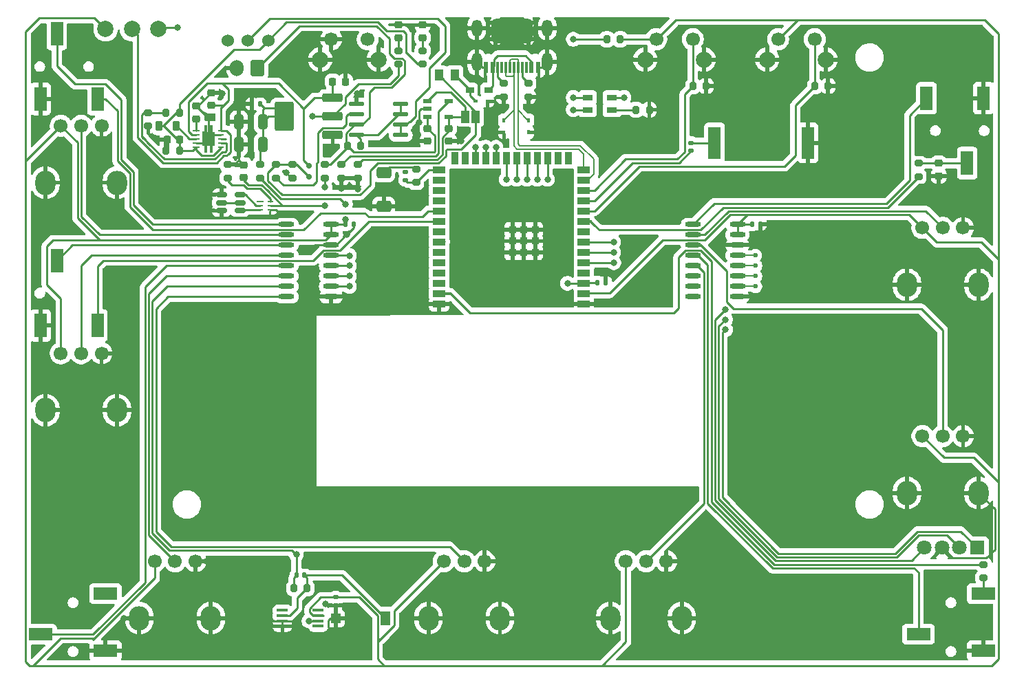
<source format=gbr>
%TF.GenerationSoftware,KiCad,Pcbnew,9.0.3*%
%TF.CreationDate,2025-08-10T03:43:02+02:00*%
%TF.ProjectId,Spikeling_v3.0,5370696b-656c-4696-9e67-5f76332e302e,rev?*%
%TF.SameCoordinates,Original*%
%TF.FileFunction,Copper,L1,Top*%
%TF.FilePolarity,Positive*%
%FSLAX46Y46*%
G04 Gerber Fmt 4.6, Leading zero omitted, Abs format (unit mm)*
G04 Created by KiCad (PCBNEW 9.0.3) date 2025-08-10 03:43:02*
%MOMM*%
%LPD*%
G01*
G04 APERTURE LIST*
G04 Aperture macros list*
%AMRoundRect*
0 Rectangle with rounded corners*
0 $1 Rounding radius*
0 $2 $3 $4 $5 $6 $7 $8 $9 X,Y pos of 4 corners*
0 Add a 4 corners polygon primitive as box body*
4,1,4,$2,$3,$4,$5,$6,$7,$8,$9,$2,$3,0*
0 Add four circle primitives for the rounded corners*
1,1,$1+$1,$2,$3*
1,1,$1+$1,$4,$5*
1,1,$1+$1,$6,$7*
1,1,$1+$1,$8,$9*
0 Add four rect primitives between the rounded corners*
20,1,$1+$1,$2,$3,$4,$5,0*
20,1,$1+$1,$4,$5,$6,$7,0*
20,1,$1+$1,$6,$7,$8,$9,0*
20,1,$1+$1,$8,$9,$2,$3,0*%
%AMFreePoly0*
4,1,21,-0.180000,0.885000,0.180000,0.885000,0.180000,1.715000,0.470000,1.715000,0.470000,0.885000,0.760000,0.885000,0.760000,-0.885000,0.470000,-0.885000,0.470000,-1.705000,0.180000,-1.705000,0.180000,-0.885000,-0.180000,-0.885000,-0.180000,-1.705000,-0.470000,-1.705000,-0.470000,-0.885000,-0.760000,-0.885000,-0.760000,0.895000,-0.470000,0.895000,-0.470000,1.715000,-0.180000,1.715000,
-0.180000,0.885000,-0.180000,0.885000,$1*%
G04 Aperture macros list end*
%TA.AperFunction,SMDPad,CuDef*%
%ADD10R,0.750000X0.280000*%
%TD*%
%TA.AperFunction,SMDPad,CuDef*%
%ADD11R,0.840000X0.280000*%
%TD*%
%TA.AperFunction,SMDPad,CuDef*%
%ADD12C,2.000000*%
%TD*%
%TA.AperFunction,ComponentPad*%
%ADD13C,1.524000*%
%TD*%
%TA.AperFunction,SMDPad,CuDef*%
%ADD14RoundRect,0.225000X0.250000X-0.225000X0.250000X0.225000X-0.250000X0.225000X-0.250000X-0.225000X0*%
%TD*%
%TA.AperFunction,SMDPad,CuDef*%
%ADD15RoundRect,0.150000X-0.512500X-0.150000X0.512500X-0.150000X0.512500X0.150000X-0.512500X0.150000X0*%
%TD*%
%TA.AperFunction,ComponentPad*%
%ADD16C,1.700000*%
%TD*%
%TA.AperFunction,ComponentPad*%
%ADD17O,2.500000X3.000000*%
%TD*%
%TA.AperFunction,SMDPad,CuDef*%
%ADD18RoundRect,0.200000X-0.275000X0.200000X-0.275000X-0.200000X0.275000X-0.200000X0.275000X0.200000X0*%
%TD*%
%TA.AperFunction,SMDPad,CuDef*%
%ADD19RoundRect,0.200000X0.275000X-0.200000X0.275000X0.200000X-0.275000X0.200000X-0.275000X-0.200000X0*%
%TD*%
%TA.AperFunction,SMDPad,CuDef*%
%ADD20RoundRect,0.225000X-0.225000X-0.250000X0.225000X-0.250000X0.225000X0.250000X-0.225000X0.250000X0*%
%TD*%
%TA.AperFunction,SMDPad,CuDef*%
%ADD21O,1.971000X0.602000*%
%TD*%
%TA.AperFunction,SMDPad,CuDef*%
%ADD22RoundRect,0.225000X0.225000X0.250000X-0.225000X0.250000X-0.225000X-0.250000X0.225000X-0.250000X0*%
%TD*%
%TA.AperFunction,SMDPad,CuDef*%
%ADD23R,1.500000X3.000000*%
%TD*%
%TA.AperFunction,SMDPad,CuDef*%
%ADD24R,3.000000X1.500000*%
%TD*%
%TA.AperFunction,SMDPad,CuDef*%
%ADD25RoundRect,0.200000X0.200000X0.275000X-0.200000X0.275000X-0.200000X-0.275000X0.200000X-0.275000X0*%
%TD*%
%TA.AperFunction,SMDPad,CuDef*%
%ADD26R,1.100000X0.600000*%
%TD*%
%TA.AperFunction,SMDPad,CuDef*%
%ADD27R,1.500000X0.900000*%
%TD*%
%TA.AperFunction,SMDPad,CuDef*%
%ADD28R,0.900000X1.500000*%
%TD*%
%TA.AperFunction,SMDPad,CuDef*%
%ADD29R,0.900000X0.900000*%
%TD*%
%TA.AperFunction,SMDPad,CuDef*%
%ADD30RoundRect,0.250000X-1.000000X-0.300000X1.000000X-0.300000X1.000000X0.300000X-1.000000X0.300000X0*%
%TD*%
%TA.AperFunction,ComponentPad*%
%ADD31C,0.500000*%
%TD*%
%TA.AperFunction,SMDPad,CuDef*%
%ADD32RoundRect,0.250000X-0.920000X-1.550000X0.920000X-1.550000X0.920000X1.550000X-0.920000X1.550000X0*%
%TD*%
%TA.AperFunction,SMDPad,CuDef*%
%ADD33R,1.300000X0.800000*%
%TD*%
%TA.AperFunction,SMDPad,CuDef*%
%ADD34RoundRect,0.140000X-0.140000X-0.170000X0.140000X-0.170000X0.140000X0.170000X-0.140000X0.170000X0*%
%TD*%
%TA.AperFunction,SMDPad,CuDef*%
%ADD35RoundRect,0.225000X-0.250000X0.225000X-0.250000X-0.225000X0.250000X-0.225000X0.250000X0.225000X0*%
%TD*%
%TA.AperFunction,SMDPad,CuDef*%
%ADD36RoundRect,0.200000X-0.200000X-0.275000X0.200000X-0.275000X0.200000X0.275000X-0.200000X0.275000X0*%
%TD*%
%TA.AperFunction,SMDPad,CuDef*%
%ADD37R,1.500000X4.000000*%
%TD*%
%TA.AperFunction,SMDPad,CuDef*%
%ADD38R,1.000000X1.500000*%
%TD*%
%TA.AperFunction,SMDPad,CuDef*%
%ADD39O,1.950000X0.568500*%
%TD*%
%TA.AperFunction,SMDPad,CuDef*%
%ADD40O,1.450000X0.380000*%
%TD*%
%TA.AperFunction,SMDPad,CuDef*%
%ADD41RoundRect,0.150000X0.200000X-0.150000X0.200000X0.150000X-0.200000X0.150000X-0.200000X-0.150000X0*%
%TD*%
%TA.AperFunction,SMDPad,CuDef*%
%ADD42RoundRect,0.250000X-0.650000X0.425000X-0.650000X-0.425000X0.650000X-0.425000X0.650000X0.425000X0*%
%TD*%
%TA.AperFunction,SMDPad,CuDef*%
%ADD43RoundRect,0.250000X0.325000X0.650000X-0.325000X0.650000X-0.325000X-0.650000X0.325000X-0.650000X0*%
%TD*%
%TA.AperFunction,SMDPad,CuDef*%
%ADD44RoundRect,0.140000X0.140000X0.170000X-0.140000X0.170000X-0.140000X-0.170000X0.140000X-0.170000X0*%
%TD*%
%TA.AperFunction,SMDPad,CuDef*%
%ADD45R,0.300000X1.400000*%
%TD*%
%TA.AperFunction,SMDPad,CuDef*%
%ADD46R,0.500000X1.400000*%
%TD*%
%TA.AperFunction,ComponentPad*%
%ADD47O,1.300000X2.300000*%
%TD*%
%TA.AperFunction,ComponentPad*%
%ADD48O,1.300000X2.100000*%
%TD*%
%TA.AperFunction,SMDPad,CuDef*%
%ADD49RoundRect,0.500000X2.000000X1.000000X-2.000000X1.000000X-2.000000X-1.000000X2.000000X-1.000000X0*%
%TD*%
%TA.AperFunction,ComponentPad*%
%ADD50C,2.000000*%
%TD*%
%TA.AperFunction,SMDPad,CuDef*%
%ADD51RoundRect,0.140000X-0.170000X0.140000X-0.170000X-0.140000X0.170000X-0.140000X0.170000X0.140000X0*%
%TD*%
%TA.AperFunction,SMDPad,CuDef*%
%ADD52R,0.400000X0.600000*%
%TD*%
%TA.AperFunction,SMDPad,CuDef*%
%ADD53RoundRect,0.220000X-0.255000X0.220000X-0.255000X-0.220000X0.255000X-0.220000X0.255000X0.220000X0*%
%TD*%
%TA.AperFunction,SMDPad,CuDef*%
%ADD54R,1.199000X1.199000*%
%TD*%
%TA.AperFunction,SMDPad,CuDef*%
%ADD55R,1.200000X1.800000*%
%TD*%
%TA.AperFunction,SMDPad,CuDef*%
%ADD56RoundRect,0.140000X0.170000X-0.140000X0.170000X0.140000X-0.170000X0.140000X-0.170000X-0.140000X0*%
%TD*%
%TA.AperFunction,SMDPad,CuDef*%
%ADD57R,0.600000X0.400000*%
%TD*%
%TA.AperFunction,SMDPad,CuDef*%
%ADD58RoundRect,0.220000X-0.220000X-0.380000X0.220000X-0.380000X0.220000X0.380000X-0.220000X0.380000X0*%
%TD*%
%TA.AperFunction,SMDPad,CuDef*%
%ADD59R,1.132500X1.377000*%
%TD*%
%TA.AperFunction,SMDPad,CuDef*%
%ADD60R,0.850000X0.240000*%
%TD*%
%TA.AperFunction,SMDPad,CuDef*%
%ADD61R,0.800000X0.230000*%
%TD*%
%TA.AperFunction,SMDPad,CuDef*%
%ADD62FreePoly0,0.000000*%
%TD*%
%TA.AperFunction,SMDPad,CuDef*%
%ADD63R,1.000000X0.750000*%
%TD*%
%TA.AperFunction,ComponentPad*%
%ADD64RoundRect,0.250000X0.600000X0.750000X-0.600000X0.750000X-0.600000X-0.750000X0.600000X-0.750000X0*%
%TD*%
%TA.AperFunction,ComponentPad*%
%ADD65O,1.700000X2.000000*%
%TD*%
%TA.AperFunction,ComponentPad*%
%ADD66R,1.800000X1.800000*%
%TD*%
%TA.AperFunction,ComponentPad*%
%ADD67C,1.800000*%
%TD*%
%TA.AperFunction,ViaPad*%
%ADD68C,0.800000*%
%TD*%
%TA.AperFunction,ViaPad*%
%ADD69C,0.600000*%
%TD*%
%TA.AperFunction,Conductor*%
%ADD70C,0.250000*%
%TD*%
%TA.AperFunction,Conductor*%
%ADD71C,0.200000*%
%TD*%
G04 APERTURE END LIST*
D10*
%TO.P,U7,6,V-*%
%TO.N,Net-(U7-V-)*%
X130261000Y-72700000D03*
%TO.P,U7,5,BAT*%
%TO.N,Net-(U7-BAT)*%
X130261000Y-73200000D03*
%TO.P,U7,4,VSS*%
%TO.N,GNDREF*%
X130261000Y-73700000D03*
%TO.P,U7,3,DOUT*%
%TO.N,Net-(Q1-G2)*%
X128989000Y-73700000D03*
%TO.P,U7,2,COUT*%
%TO.N,Net-(Q1-G1)*%
X128989000Y-73200000D03*
D11*
%TO.P,U7,1,NC*%
%TO.N,unconnected-(U7-NC-Pad1)*%
X129044000Y-72700000D03*
%TD*%
D12*
%TO.P,TP3,1,1*%
%TO.N,Pack+*%
X116500000Y-51500000D03*
%TD*%
D13*
%TO.P,SW5,1,C*%
%TO.N,unconnected-(SW5-C-Pad1)*%
X125000000Y-52885034D03*
%TO.P,SW5,2,B*%
%TO.N,Net-(SW5-B)*%
X127500000Y-52885034D03*
%TO.P,SW5,3,A*%
%TO.N,Net-(SW5-A)*%
X130000000Y-52885034D03*
%TD*%
D14*
%TO.P,C17,2*%
%TO.N,GNDREF*%
X122975000Y-59345000D03*
%TO.P,C17,1*%
%TO.N,+5V*%
X122975000Y-60905000D03*
%TD*%
D15*
%TO.P,Q1,1,S1*%
%TO.N,GNDREF*%
X124262500Y-71912500D03*
%TO.P,Q1,2,D1/D2*%
%TO.N,Net-(Q1-D1{slash}D2-Pad2)*%
X124262500Y-72862500D03*
%TO.P,Q1,3,S2*%
%TO.N,GNDREF*%
X124262500Y-73812500D03*
%TO.P,Q1,4,G2*%
%TO.N,Net-(Q1-G2)*%
X126537500Y-73812500D03*
%TO.P,Q1,5,D1/D2*%
%TO.N,Net-(Q1-D1{slash}D2-Pad2)*%
X126537500Y-72862500D03*
%TO.P,Q1,6,G1*%
%TO.N,Net-(Q1-G1)*%
X126537500Y-71912500D03*
%TD*%
D16*
%TO.P,VR2,1,1*%
%TO.N,GNDREF*%
X156620000Y-117000000D03*
%TO.P,VR2,2,2*%
%TO.N,PhotoGain*%
X154120000Y-117000000D03*
%TO.P,VR2,3,3*%
%TO.N,+3.3V*%
X151620000Y-117000000D03*
D17*
%TO.P,VR2,4,4*%
%TO.N,GNDREF*%
X149720000Y-124000000D03*
%TO.P,VR2,5,5*%
X158520000Y-124000000D03*
%TD*%
D18*
%TO.P,R13,1*%
%TO.N,Net-(U6-PROG)*%
X139000000Y-68180000D03*
%TO.P,R13,2*%
%TO.N,GNDREF*%
X139000000Y-69820000D03*
%TD*%
D19*
%TO.P,R18,1*%
%TO.N,Net-(SW5-A)*%
X149000000Y-55820000D03*
%TO.P,R18,2*%
%TO.N,Net-(D10-Pad2)*%
X149000000Y-54180000D03*
%TD*%
D20*
%TO.P,C2,1*%
%TO.N,+5V*%
X137945000Y-57975000D03*
%TO.P,C2,2*%
%TO.N,GNDREF*%
X139505000Y-57975000D03*
%TD*%
D18*
%TO.P,R19,1*%
%TO.N,Pack+*%
X137000000Y-68180000D03*
%TO.P,R19,2*%
%TO.N,Net-(U7-BAT)*%
X137000000Y-69820000D03*
%TD*%
D21*
%TO.P,U3,1,CH0*%
%TO.N,SynapseIn1*%
X132264500Y-75555000D03*
%TO.P,U3,2,CH1*%
%TO.N,SynapseGain1*%
X132264500Y-76825000D03*
%TO.P,U3,3,CH2*%
%TO.N,SynapseIn2*%
X132264500Y-78095000D03*
%TO.P,U3,4,CH3*%
%TO.N,SynapseGain2*%
X132264500Y-79365000D03*
%TO.P,U3,5,CH4*%
%TO.N,CurrentInput*%
X132264500Y-80635000D03*
%TO.P,U3,6,CH5*%
%TO.N,VoltageMembrane*%
X132264500Y-81905000D03*
%TO.P,U3,7,CH6*%
%TO.N,PhotoDiode*%
X132264500Y-83175000D03*
%TO.P,U3,8,CH7*%
%TO.N,PhotoGain*%
X132264500Y-84445000D03*
%TO.P,U3,9,DGND*%
%TO.N,GNDREF*%
X137735500Y-84445000D03*
%TO.P,U3,10,CS#/SHDN*%
%TO.N,CS1*%
X137735500Y-83175000D03*
%TO.P,U3,11,DIN*%
%TO.N,MOSI*%
X137735500Y-81905000D03*
%TO.P,U3,12,DOUT*%
%TO.N,MISO*%
X137735500Y-80635000D03*
%TO.P,U3,13,CLK*%
%TO.N,SCK*%
X137735500Y-79365000D03*
%TO.P,U3,14,AGND*%
%TO.N,GNDREF*%
X137735500Y-78095000D03*
%TO.P,U3,15,VREF*%
%TO.N,+3.3V*%
X137735500Y-76825000D03*
%TO.P,U3,16,VDD*%
X137735500Y-75555000D03*
%TD*%
D18*
%TO.P,R9,1*%
%TO.N,Net-(C11-Pad1)*%
X210025000Y-68005000D03*
%TO.P,R9,2*%
%TO.N,SynapseOut_Spike*%
X210025000Y-69645000D03*
%TD*%
D22*
%TO.P,C15,1*%
%TO.N,Net-(SW5-A)*%
X119130000Y-65100000D03*
%TO.P,C15,2*%
%TO.N,GNDREF*%
X117570000Y-65100000D03*
%TD*%
D23*
%TO.P,J4,1,1*%
%TO.N,GNDREF*%
X102000000Y-88000000D03*
%TO.P,J4,2,2*%
%TO.N,SynapseIn2*%
X104000000Y-80000000D03*
%TO.P,J4,3,3*%
%TO.N,Synapse2_Spike*%
X109000000Y-88000000D03*
%TD*%
D12*
%TO.P,TP2,1,1*%
%TO.N,+3.3V*%
X110000000Y-51500000D03*
%TD*%
D24*
%TO.P,J5,1,1*%
%TO.N,GNDREF*%
X218000000Y-128000000D03*
%TO.P,J5,2,2*%
%TO.N,CurrentStimulus*%
X210000000Y-126000000D03*
%TO.P,J5,3,3*%
%TO.N,Net-(J5-Pad3)*%
X218000000Y-121000000D03*
%TD*%
D25*
%TO.P,R7,1*%
%TO.N,Net-(D6-C)*%
X134795000Y-120325000D03*
%TO.P,R7,2*%
%TO.N,PhotoDiode*%
X133155000Y-120325000D03*
%TD*%
D26*
%TO.P,U6,1,CE*%
%TO.N,Net-(JP1-B)*%
X149625000Y-60375000D03*
%TO.P,U6,2,VSS*%
%TO.N,GNDREF*%
X149625000Y-61325000D03*
%TO.P,U6,3,VBAT*%
%TO.N,Pack+*%
X149625000Y-62275000D03*
%TO.P,U6,4,VDD*%
%TO.N,Net-(JP1-B)*%
X152225000Y-62275000D03*
%TO.P,U6,5,PROG*%
%TO.N,Net-(U6-PROG)*%
X152225000Y-60375000D03*
%TD*%
D19*
%TO.P,R8,1*%
%TO.N,Net-(J5-Pad3)*%
X218000000Y-119045000D03*
%TO.P,R8,2*%
%TO.N,LightStimulus*%
X218000000Y-117405000D03*
%TD*%
D27*
%TO.P,U1,1,GND*%
%TO.N,GNDREF*%
X168850000Y-85310000D03*
%TO.P,U1,2,3V3*%
%TO.N,+3.3V*%
X168850000Y-84040000D03*
%TO.P,U1,3,EN*%
%TO.N,En*%
X168850000Y-82770000D03*
%TO.P,U1,4,IO4*%
%TO.N,unconnected-(U1-IO4-Pad4)*%
X168850000Y-81500000D03*
%TO.P,U1,5,IO5*%
%TO.N,Stim_BLED*%
X168850000Y-80230000D03*
%TO.P,U1,6,IO6*%
%TO.N,Stim_GLED*%
X168850000Y-78960000D03*
%TO.P,U1,7,IO7*%
%TO.N,Stim_RLED*%
X168850000Y-77690000D03*
%TO.P,U1,8,IO15*%
%TO.N,unconnected-(U1-IO15-Pad8)*%
X168850000Y-76420000D03*
%TO.P,U1,9,IO16*%
%TO.N,SynapseOut_Spike*%
X168850000Y-75150000D03*
%TO.P,U1,10,IO17*%
%TO.N,LEDButton*%
X168850000Y-73880000D03*
%TO.P,U1,11,IO18*%
%TO.N,Spike_Buzzer*%
X168850000Y-72610000D03*
%TO.P,U1,12,IO8*%
%TO.N,BuzzerButton*%
X168850000Y-71340000D03*
%TO.P,U1,13,IO19*%
%TO.N,USB_D-*%
X168850000Y-70070000D03*
%TO.P,U1,14,IO20*%
%TO.N,USB_D+*%
X168850000Y-68800000D03*
D28*
%TO.P,U1,15,IO3*%
%TO.N,unconnected-(U1-IO3-Pad15)*%
X166935000Y-67401000D03*
%TO.P,U1,16,IO46*%
%TO.N,unconnected-(U1-IO46-Pad16)*%
X165665000Y-67401000D03*
%TO.P,U1,17,IO9*%
%TO.N,CS2*%
X164395000Y-67401000D03*
%TO.P,U1,18,IO10*%
%TO.N,CS1*%
X163125000Y-67401000D03*
%TO.P,U1,19,IO11*%
%TO.N,MOSI*%
X161855000Y-67401000D03*
%TO.P,U1,20,IO12*%
%TO.N,SCK*%
X160585000Y-67401000D03*
%TO.P,U1,21,IO13*%
%TO.N,MISO*%
X159315000Y-67401000D03*
%TO.P,U1,22,IO14*%
%TO.N,Spike_GLED*%
X158045000Y-67401000D03*
%TO.P,U1,23,IO21*%
%TO.N,Spike_RLED*%
X156775000Y-67401000D03*
%TO.P,U1,24,IO47*%
%TO.N,Spike_BLED*%
X155505000Y-67401000D03*
%TO.P,U1,25,IO48*%
%TO.N,unconnected-(U1-IO48-Pad25)*%
X154235000Y-67401000D03*
%TO.P,U1,26,IO45*%
%TO.N,unconnected-(U1-IO45-Pad26)*%
X152965000Y-67401000D03*
D27*
%TO.P,U1,27,IO0*%
%TO.N,Boot*%
X151050000Y-68800000D03*
%TO.P,U1,28,IO35*%
%TO.N,unconnected-(U1-IO35-Pad28)*%
X151050000Y-70070000D03*
%TO.P,U1,29,IO36*%
%TO.N,unconnected-(U1-IO36-Pad29)*%
X151050000Y-71340000D03*
%TO.P,U1,30,IO37*%
%TO.N,unconnected-(U1-IO37-Pad30)*%
X151050000Y-72610000D03*
%TO.P,U1,31,IO38*%
%TO.N,Synapse1_Spike*%
X151050000Y-73880000D03*
%TO.P,U1,32,IO39*%
%TO.N,Synapse2_Spike*%
X151050000Y-75150000D03*
%TO.P,U1,33,IO40*%
%TO.N,unconnected-(U1-IO40-Pad33)*%
X151050000Y-76420000D03*
%TO.P,U1,34,IO41*%
%TO.N,unconnected-(U1-IO41-Pad34)*%
X151050000Y-77690000D03*
%TO.P,U1,35,IO42*%
%TO.N,unconnected-(U1-IO42-Pad35)*%
X151050000Y-78960000D03*
%TO.P,U1,36,RXD0*%
%TO.N,unconnected-(U1-RXD0-Pad36)*%
X151050000Y-80230000D03*
%TO.P,U1,37,TXD0*%
%TO.N,unconnected-(U1-TXD0-Pad37)*%
X151050000Y-81500000D03*
%TO.P,U1,38,IO2*%
%TO.N,unconnected-(U1-IO2-Pad38)*%
X151050000Y-82770000D03*
%TO.P,U1,39,IO1*%
%TO.N,LightStimulus*%
X151050000Y-84040000D03*
%TO.P,U1,40,GND*%
%TO.N,GNDREF*%
X151050000Y-85310000D03*
D29*
%TO.P,U1,41,GND*%
X162849500Y-78990500D03*
X162849500Y-77590500D03*
X162849500Y-76190500D03*
X161449500Y-78990500D03*
X161449500Y-77590500D03*
X161449500Y-76190500D03*
X160049500Y-78990500D03*
X160049500Y-77590500D03*
X160049500Y-76190500D03*
%TD*%
D30*
%TO.P,U2,1,GND*%
%TO.N,GNDREF*%
X137945000Y-64550000D03*
%TO.P,U2,2,VOUT*%
%TO.N,Net-(C1-Pad1)*%
X137945000Y-62250000D03*
%TO.P,U2,3,VIN*%
%TO.N,+5V*%
X137945000Y-59950000D03*
D31*
%TO.P,U2,4,VOUT*%
%TO.N,Net-(C1-Pad1)*%
X131975000Y-61250000D03*
X131975000Y-62250000D03*
D32*
X131975000Y-62250000D03*
D31*
X131975000Y-63250000D03*
%TD*%
D16*
%TO.P,VR1,1,1*%
%TO.N,GNDREF*%
X121050000Y-117000000D03*
%TO.P,VR1,2,2*%
%TO.N,VoltageMembrane*%
X118550000Y-117000000D03*
%TO.P,VR1,3,3*%
%TO.N,+3.3V*%
X116050000Y-117000000D03*
D17*
%TO.P,VR1,4,4*%
%TO.N,GNDREF*%
X114150000Y-124000000D03*
%TO.P,VR1,5,5*%
X122950000Y-124000000D03*
%TD*%
D33*
%TO.P,D7,1,RA*%
%TO.N,Spike_RLED*%
X169300000Y-61425000D03*
%TO.P,D7,2,BA*%
%TO.N,Spike_BLED*%
X169300000Y-59925000D03*
%TO.P,D7,3,GA*%
%TO.N,Spike_GLED*%
X172300000Y-59925000D03*
%TO.P,D7,4,K*%
%TO.N,Net-(D7-K)*%
X172300000Y-61425000D03*
%TD*%
D34*
%TO.P,C5,1*%
%TO.N,En*%
X170525000Y-82720000D03*
%TO.P,C5,2*%
%TO.N,GNDREF*%
X171525000Y-82720000D03*
%TD*%
D35*
%TO.P,C14,1*%
%TO.N,Pack+*%
X149625000Y-63720000D03*
%TO.P,C14,2*%
%TO.N,GNDREF*%
X149625000Y-65280000D03*
%TD*%
D36*
%TO.P,R15,1*%
%TO.N,GNDREF*%
X117430000Y-66475000D03*
%TO.P,R15,2*%
%TO.N,Net-(SW5-A)*%
X119070000Y-66475000D03*
%TD*%
D16*
%TO.P,VR5,1,1*%
%TO.N,GNDREF*%
X215500000Y-101600000D03*
%TO.P,VR5,2,2*%
%TO.N,StimulusFrequency*%
X213000000Y-101600000D03*
%TO.P,VR5,3,3*%
%TO.N,+3.3V*%
X210500000Y-101600000D03*
D17*
%TO.P,VR5,4,4*%
%TO.N,GNDREF*%
X208600000Y-108600000D03*
%TO.P,VR5,5,5*%
X217400000Y-108600000D03*
%TD*%
D37*
%TO.P,B1,1,1*%
%TO.N,Net-(B1-Pad1)*%
X184925000Y-65500000D03*
%TO.P,B1,2,2*%
%TO.N,GNDREF*%
X196425000Y-65500000D03*
%TD*%
D38*
%TO.P,JP1,1,A*%
%TO.N,VBUS*%
X155550000Y-62275000D03*
%TO.P,JP1,2,B*%
%TO.N,Net-(JP1-B)*%
X154250000Y-62275000D03*
%TD*%
D39*
%TO.P,Q2,1,S1*%
%TO.N,GNDREF*%
X140895000Y-60745000D03*
%TO.P,Q2,2,G1*%
%TO.N,Net-(Q2A-G1)*%
X140895000Y-62015000D03*
%TO.P,Q2,3,S2*%
%TO.N,Pack+*%
X140895000Y-63285000D03*
%TO.P,Q2,4,G2*%
%TO.N,Net-(Q2B-G2)*%
X140895000Y-64555000D03*
%TO.P,Q2,5,D2*%
%TO.N,Net-(SW5-B)*%
X146305000Y-64555000D03*
%TO.P,Q2,6,D2*%
X146305000Y-63285000D03*
%TO.P,Q2,7,D1*%
%TO.N,Net-(Q2B-G2)*%
X146305000Y-62015000D03*
%TO.P,Q2,8,D1*%
X146305000Y-60745000D03*
%TD*%
D36*
%TO.P,R12,1*%
%TO.N,LEDButton*%
X197255000Y-58500000D03*
%TO.P,R12,2*%
%TO.N,GNDREF*%
X198895000Y-58500000D03*
%TD*%
D19*
%TO.P,R5,1*%
%TO.N,Boot*%
X148200000Y-70395000D03*
%TO.P,R5,2*%
%TO.N,Net-(SW1-A)*%
X148200000Y-68755000D03*
%TD*%
D40*
%TO.P,U5,1,NC*%
%TO.N,unconnected-(U5-NC-Pad1)*%
X131750000Y-123050000D03*
%TO.P,U5,2,IN-*%
%TO.N,Net-(D6-C)*%
X131750000Y-123700000D03*
%TO.P,U5,3,IN+*%
%TO.N,GNDREF*%
X131750000Y-124350000D03*
%TO.P,U5,4,V-*%
X131750000Y-125000000D03*
%TO.P,U5,5,NC*%
%TO.N,unconnected-(U5-NC-Pad5)*%
X136150000Y-125000000D03*
%TO.P,U5,6,OUT*%
%TO.N,PhotoDiode*%
X136150000Y-124350000D03*
%TO.P,U5,7,V+*%
%TO.N,+3.3V*%
X136150000Y-123700000D03*
%TO.P,U5,8,NC*%
%TO.N,unconnected-(U5-NC-Pad8)*%
X136150000Y-123050000D03*
%TD*%
D41*
%TO.P,D9,1*%
%TO.N,+5V*%
X135000000Y-68300000D03*
%TO.P,D9,2*%
%TO.N,VBUS*%
X135000000Y-69700000D03*
%TD*%
D42*
%TO.P,SW1,1,A*%
%TO.N,Net-(SW1-A)*%
X144225000Y-69150000D03*
%TO.P,SW1,2,B*%
%TO.N,GNDREF*%
X144225000Y-73300000D03*
%TD*%
D43*
%TO.P,C1,1*%
%TO.N,Net-(C1-Pad1)*%
X129355000Y-65725000D03*
%TO.P,C1,2*%
%TO.N,GNDREF*%
X126395000Y-65725000D03*
%TD*%
D18*
%TO.P,R14,1*%
%TO.N,VBUS*%
X133000000Y-68180000D03*
%TO.P,R14,2*%
%TO.N,GNDREF*%
X133000000Y-69820000D03*
%TD*%
D25*
%TO.P,R16,1*%
%TO.N,Net-(SW5-A)*%
X119070000Y-61775000D03*
%TO.P,R16,2*%
%TO.N,Net-(U8-UVLO)*%
X117430000Y-61775000D03*
%TD*%
D34*
%TO.P,C7,1*%
%TO.N,+3.3V*%
X139500000Y-75550000D03*
%TO.P,C7,2*%
%TO.N,GNDREF*%
X140500000Y-75550000D03*
%TD*%
D14*
%TO.P,C16,1*%
%TO.N,Net-(U8-VAUX)*%
X121175000Y-62555000D03*
%TO.P,C16,2*%
%TO.N,GNDREF*%
X121175000Y-60995000D03*
%TD*%
%TO.P,C18,1*%
%TO.N,Net-(U7-BAT)*%
X127000000Y-69780000D03*
%TO.P,C18,2*%
%TO.N,GNDREF*%
X127000000Y-68220000D03*
%TD*%
D44*
%TO.P,C8,1*%
%TO.N,GNDREF*%
X190550000Y-75550000D03*
%TO.P,C8,2*%
%TO.N,+3.3V*%
X189550000Y-75550000D03*
%TD*%
D19*
%TO.P,R3,1*%
%TO.N,Net-(C1-Pad1)*%
X146000000Y-55820000D03*
%TO.P,R3,2*%
%TO.N,Net-(D5-Pad2)*%
X146000000Y-54180000D03*
%TD*%
D23*
%TO.P,J6,1,1*%
%TO.N,GNDREF*%
X218000000Y-60000000D03*
%TO.P,J6,2,2*%
%TO.N,Net-(C11-Pad1)*%
X216000000Y-68000000D03*
%TO.P,J6,3,3*%
%TO.N,SynapseOut*%
X211000000Y-60000000D03*
%TD*%
%TO.P,J3,1,1*%
%TO.N,GNDREF*%
X102000000Y-60100000D03*
%TO.P,J3,2,2*%
%TO.N,SynapseIn1*%
X104000000Y-52100000D03*
%TO.P,J3,3,3*%
%TO.N,Synapse1_Spike*%
X109000000Y-60100000D03*
%TD*%
D35*
%TO.P,C11,1*%
%TO.N,Net-(C11-Pad1)*%
X212500000Y-68000000D03*
%TO.P,C11,2*%
%TO.N,GNDREF*%
X212500000Y-69560000D03*
%TD*%
D45*
%TO.P,J1,A5,CC1*%
%TO.N,Net-(J1-CC1)*%
X161250000Y-56250000D03*
%TO.P,J1,A6,D+*%
%TO.N,USB_D+*%
X160250000Y-56250000D03*
%TO.P,J1,A7,D-*%
%TO.N,USB_D-*%
X159750000Y-56250000D03*
%TO.P,J1,A8,SBU1*%
%TO.N,unconnected-(J1-SBU1-PadA8)*%
X158750000Y-56250000D03*
D46*
%TO.P,J1,A9B4,VBUS*%
%TO.N,Net-(D1-Pad2)*%
X157600000Y-56250000D03*
%TO.P,J1,A12B1,GND*%
%TO.N,GNDREF*%
X156800000Y-56250000D03*
D45*
%TO.P,J1,B5,CC2*%
%TO.N,Net-(J1-CC2)*%
X158250000Y-56250000D03*
%TO.P,J1,B6,D+*%
%TO.N,USB_D+*%
X159250000Y-56250000D03*
%TO.P,J1,B7,D-*%
%TO.N,USB_D-*%
X160750000Y-56250000D03*
%TO.P,J1,B8,SBU2*%
%TO.N,unconnected-(J1-SBU2-PadB8)*%
X161750000Y-56250000D03*
D46*
%TO.P,J1,B9A4,VBUS*%
%TO.N,Net-(D1-Pad2)*%
X162400000Y-56250000D03*
%TO.P,J1,B12A1,GND*%
%TO.N,GNDREF*%
X163200000Y-56250000D03*
D47*
%TO.P,J1,S1,SHIELD*%
X164330000Y-55570000D03*
D48*
X164330000Y-51370000D03*
D31*
X162000000Y-52750000D03*
X162000000Y-50750000D03*
D49*
X160000000Y-51750000D03*
D31*
X158000000Y-52750000D03*
X158000000Y-50750000D03*
D47*
X155670000Y-55570000D03*
D48*
X155670000Y-51370000D03*
%TD*%
D12*
%TO.P,TP1,1,1*%
%TO.N,+5V*%
X113250000Y-51500000D03*
%TD*%
D16*
%TO.P,SW3,1,1*%
%TO.N,BuzzerButton*%
X182250000Y-52750000D03*
%TO.P,SW3,2,2*%
%TO.N,+3.3V*%
X177750000Y-52750000D03*
D50*
%TO.P,SW3,3,3*%
%TO.N,GNDREF*%
X176400000Y-55250000D03*
%TO.P,SW3,4,4*%
X183600000Y-55250000D03*
%TD*%
D34*
%TO.P,C10,1*%
%TO.N,PhotoDiode*%
X133475000Y-118725000D03*
%TO.P,C10,2*%
%TO.N,Net-(D6-C)*%
X134475000Y-118725000D03*
%TD*%
D16*
%TO.P,SW2,1,1*%
%TO.N,En*%
X142250000Y-52750000D03*
%TO.P,SW2,2,2*%
%TO.N,GNDREF*%
X137750000Y-52750000D03*
D50*
%TO.P,SW2,3,3*%
X136400000Y-55250000D03*
%TO.P,SW2,4,4*%
X143600000Y-55250000D03*
%TD*%
D51*
%TO.P,C9,1*%
%TO.N,+3.3V*%
X138300000Y-121450000D03*
%TO.P,C9,2*%
%TO.N,GNDREF*%
X138300000Y-122450000D03*
%TD*%
D52*
%TO.P,D2,1,1*%
%TO.N,USB_D+*%
X159000000Y-62725000D03*
%TO.P,D2,2,2*%
%TO.N,GNDREF*%
X159000000Y-64225000D03*
%TD*%
D25*
%TO.P,R21,1*%
%TO.N,Net-(Q2B-G2)*%
X141395000Y-65850000D03*
%TO.P,R21,2*%
%TO.N,Pack+*%
X139755000Y-65850000D03*
%TD*%
D19*
%TO.P,R14,1*%
%TO.N,GNDREF*%
X141000000Y-69820000D03*
%TO.P,R14,2*%
%TO.N,Net-(JP1-B)*%
X141000000Y-68180000D03*
%TD*%
D53*
%TO.P,D10,1*%
%TO.N,GNDREF*%
X149000000Y-50960000D03*
%TO.P,D10,2*%
%TO.N,Net-(D10-Pad2)*%
X149000000Y-52540000D03*
%TD*%
D19*
%TO.P,R15,1*%
%TO.N,Net-(U7-V-)*%
X125000000Y-69820000D03*
%TO.P,R15,2*%
%TO.N,GNDREF*%
X125000000Y-68180000D03*
%TD*%
D36*
%TO.P,R11,1*%
%TO.N,BuzzerButton*%
X182255000Y-58500000D03*
%TO.P,R11,2*%
%TO.N,GNDREF*%
X183895000Y-58500000D03*
%TD*%
D54*
%TO.P,D6,1,A*%
%TO.N,GNDREF*%
X138300000Y-124025000D03*
D55*
%TO.P,D6,2,C*%
%TO.N,Net-(D6-C)*%
X144400000Y-124025000D03*
%TD*%
D18*
%TO.P,R20,1*%
%TO.N,VBUS*%
X131000000Y-68180000D03*
%TO.P,R20,2*%
%TO.N,Net-(Q2A-G1)*%
X131000000Y-69820000D03*
%TD*%
D25*
%TO.P,R4,1*%
%TO.N,+3.3V*%
X173320000Y-52750000D03*
%TO.P,R4,2*%
%TO.N,En*%
X171680000Y-52750000D03*
%TD*%
D56*
%TO.P,C12,1*%
%TO.N,Spike_Buzzer*%
X182000000Y-66500000D03*
%TO.P,C12,2*%
%TO.N,Net-(B1-Pad1)*%
X182000000Y-65500000D03*
%TD*%
D57*
%TO.P,D4,1,1*%
%TO.N,Net-(D1-Pad1)*%
X155500000Y-60400000D03*
%TO.P,D4,2,2*%
%TO.N,GNDREF*%
X157000000Y-60400000D03*
%TD*%
D58*
%TO.P,L2,1*%
%TO.N,Net-(SW5-A)*%
X116600000Y-63450000D03*
%TO.P,L2,2*%
%TO.N,Net-(U8-L)*%
X118720000Y-63450000D03*
%TD*%
D18*
%TO.P,R17,1*%
%TO.N,Net-(U8-UVLO)*%
X115250000Y-61780000D03*
%TO.P,R17,2*%
%TO.N,GNDREF*%
X115250000Y-63420000D03*
%TD*%
D43*
%TO.P,C3,1*%
%TO.N,Net-(C1-Pad1)*%
X129355000Y-62925000D03*
%TO.P,C3,2*%
%TO.N,GNDREF*%
X126395000Y-62925000D03*
%TD*%
D16*
%TO.P,VR6,1,1*%
%TO.N,GNDREF*%
X109500000Y-63400000D03*
%TO.P,VR6,2,2*%
%TO.N,SynapseGain1*%
X107000000Y-63400000D03*
%TO.P,VR6,3,3*%
%TO.N,+3.3V*%
X104500000Y-63400000D03*
D17*
%TO.P,VR6,4,4*%
%TO.N,GNDREF*%
X102600000Y-70400000D03*
%TO.P,VR6,5,5*%
X111400000Y-70400000D03*
%TD*%
D16*
%TO.P,VR4,1,1*%
%TO.N,GNDREF*%
X215500000Y-75972000D03*
%TO.P,VR4,2,2*%
%TO.N,StimulusStrength*%
X213000000Y-75972000D03*
%TO.P,VR4,3,3*%
%TO.N,+3.3V*%
X210500000Y-75972000D03*
D17*
%TO.P,VR4,4,4*%
%TO.N,GNDREF*%
X208600000Y-82972000D03*
%TO.P,VR4,5,5*%
X217400000Y-82972000D03*
%TD*%
D59*
%TO.P,L1,1,1*%
%TO.N,Net-(D1-Pad1)*%
X152950000Y-57150000D03*
%TO.P,L1,2,2*%
%TO.N,VBUS*%
X151018000Y-57150000D03*
%TD*%
D21*
%TO.P,U4,1,CH0*%
%TO.N,SynapseOut*%
X182264500Y-75555000D03*
%TO.P,U4,2,CH1*%
%TO.N,StimulusStrength*%
X182264500Y-76825000D03*
%TO.P,U4,3,CH2*%
%TO.N,StimulusFrequency*%
X182264500Y-78095000D03*
%TO.P,U4,4,CH3*%
%TO.N,CurrentStimulus*%
X182264500Y-79365000D03*
%TO.P,U4,5,CH4*%
%TO.N,Noise*%
X182264500Y-80635000D03*
%TO.P,U4,6,CH5*%
%TO.N,unconnected-(U4-CH5-Pad6)*%
X182264500Y-81905000D03*
%TO.P,U4,7,CH6*%
%TO.N,unconnected-(U4-CH6-Pad7)*%
X182264500Y-83175000D03*
%TO.P,U4,8,CH7*%
%TO.N,unconnected-(U4-CH7-Pad8)*%
X182264500Y-84445000D03*
%TO.P,U4,9,DGND*%
%TO.N,GNDREF*%
X187735500Y-84445000D03*
%TO.P,U4,10,CS#/SHDN*%
%TO.N,CS2*%
X187735500Y-83175000D03*
%TO.P,U4,11,DIN*%
%TO.N,MOSI*%
X187735500Y-81905000D03*
%TO.P,U4,12,DOUT*%
%TO.N,MISO*%
X187735500Y-80635000D03*
%TO.P,U4,13,CLK*%
%TO.N,SCK*%
X187735500Y-79365000D03*
%TO.P,U4,14,AGND*%
%TO.N,GNDREF*%
X187735500Y-78095000D03*
%TO.P,U4,15,VREF*%
%TO.N,+3.3V*%
X187735500Y-76825000D03*
%TO.P,U4,16,VDD*%
X187735500Y-75555000D03*
%TD*%
D16*
%TO.P,VR3,1,1*%
%TO.N,GNDREF*%
X179000000Y-117000000D03*
%TO.P,VR3,2,2*%
%TO.N,Noise*%
X176500000Y-117000000D03*
%TO.P,VR3,3,3*%
%TO.N,+3.3V*%
X174000000Y-117000000D03*
D17*
%TO.P,VR3,4,4*%
%TO.N,GNDREF*%
X172100000Y-124000000D03*
%TO.P,VR3,5,5*%
X180900000Y-124000000D03*
%TD*%
D36*
%TO.P,R10,1*%
%TO.N,Net-(D7-K)*%
X175255000Y-61425000D03*
%TO.P,R10,2*%
%TO.N,GNDREF*%
X176895000Y-61425000D03*
%TD*%
D16*
%TO.P,SW4,1,1*%
%TO.N,LEDButton*%
X197250000Y-52750000D03*
%TO.P,SW4,2,2*%
%TO.N,+3.3V*%
X192750000Y-52750000D03*
D50*
%TO.P,SW4,3,3*%
%TO.N,GNDREF*%
X191400000Y-55250000D03*
%TO.P,SW4,4,4*%
X198600000Y-55250000D03*
%TD*%
D19*
%TO.P,R6,1*%
%TO.N,+3.3V*%
X129000000Y-69820000D03*
%TO.P,R6,2*%
%TO.N,Net-(C1-Pad1)*%
X129000000Y-68180000D03*
%TD*%
D60*
%TO.P,U8,1,VAUX*%
%TO.N,Net-(U8-VAUX)*%
X121175000Y-64000000D03*
%TO.P,U8,2,VOUT*%
%TO.N,+5V*%
X121175000Y-64500000D03*
%TO.P,U8,3,L*%
%TO.N,Net-(U8-L)*%
X121175000Y-65000000D03*
%TO.P,U8,4,PGND*%
%TO.N,GNDREF*%
X121175000Y-65500000D03*
%TO.P,U8,5,VIN*%
%TO.N,Net-(SW5-A)*%
X121175000Y-66000000D03*
D61*
%TO.P,U8,6,EN*%
X124175000Y-66000000D03*
%TO.P,U8,7,UVLO*%
%TO.N,Net-(U8-UVLO)*%
X124175000Y-65500000D03*
%TO.P,U8,8,PS*%
%TO.N,Net-(SW5-A)*%
X124175000Y-65000000D03*
%TO.P,U8,9,GND*%
%TO.N,GNDREF*%
X124175000Y-64500000D03*
%TO.P,U8,10,FB*%
%TO.N,+5V*%
X124175000Y-64000000D03*
D62*
%TO.P,U8,11,PAD*%
%TO.N,GNDREF*%
X122675000Y-65005000D03*
%TD*%
D16*
%TO.P,VR7,1,1*%
%TO.N,GNDREF*%
X109500000Y-91400000D03*
%TO.P,VR7,2,2*%
%TO.N,SynapseGain2*%
X107000000Y-91400000D03*
%TO.P,VR7,3,3*%
%TO.N,+3.3V*%
X104500000Y-91400000D03*
D17*
%TO.P,VR7,4,4*%
%TO.N,GNDREF*%
X102600000Y-98400000D03*
%TO.P,VR7,5,5*%
X111400000Y-98400000D03*
%TD*%
D63*
%TO.P,D1,1,1*%
%TO.N,Net-(D1-Pad1)*%
X154802500Y-58975000D03*
%TO.P,D1,2,2*%
%TO.N,Net-(D1-Pad2)*%
X157147500Y-58975000D03*
%TD*%
D52*
%TO.P,D3,1,1*%
%TO.N,USB_D-*%
X162025000Y-62700000D03*
%TO.P,D3,2,2*%
%TO.N,GNDREF*%
X162025000Y-64200000D03*
%TD*%
D56*
%TO.P,C6,1*%
%TO.N,Boot*%
X146850000Y-70075000D03*
%TO.P,C6,2*%
%TO.N,GNDREF*%
X146850000Y-69075000D03*
%TD*%
D18*
%TO.P,R2,1*%
%TO.N,Net-(J1-CC2)*%
X159000000Y-58180000D03*
%TO.P,R2,2*%
%TO.N,GNDREF*%
X159000000Y-59820000D03*
%TD*%
D24*
%TO.P,J2,1,1*%
%TO.N,GNDREF*%
X110000000Y-128000000D03*
%TO.P,J2,2,2*%
%TO.N,CurrentInput*%
X102000000Y-126000000D03*
%TO.P,J2,3,3*%
%TO.N,unconnected-(J2-Pad3)*%
X110000000Y-121000000D03*
%TD*%
D44*
%TO.P,C4,1*%
%TO.N,Net-(C1-Pad1)*%
X129000000Y-60725000D03*
%TO.P,C4,2*%
%TO.N,GNDREF*%
X128000000Y-60725000D03*
%TD*%
D35*
%TO.P,C13,1*%
%TO.N,Net-(JP1-B)*%
X152225000Y-63720000D03*
%TO.P,C13,2*%
%TO.N,GNDREF*%
X152225000Y-65280000D03*
%TD*%
D18*
%TO.P,R1,1*%
%TO.N,Net-(J1-CC1)*%
X162000000Y-58180000D03*
%TO.P,R1,2*%
%TO.N,GNDREF*%
X162000000Y-59820000D03*
%TD*%
D53*
%TO.P,D5,1*%
%TO.N,GNDREF*%
X146000000Y-50960000D03*
%TO.P,D5,2*%
%TO.N,Net-(D5-Pad2)*%
X146000000Y-52540000D03*
%TD*%
D64*
%TO.P,BT1,1,+*%
%TO.N,Pack+*%
X128675000Y-56300000D03*
D65*
%TO.P,BT1,2,-*%
%TO.N,GNDREF*%
X126175000Y-56300000D03*
%TD*%
D66*
%TO.P,D8,1,BA*%
%TO.N,Stim_BLED*%
X217234000Y-115350000D03*
D67*
%TO.P,D8,2,GA*%
%TO.N,Stim_GLED*%
X215075000Y-115350000D03*
%TO.P,D8,3,K*%
%TO.N,GNDREF*%
X212916000Y-115350000D03*
%TO.P,D8,4,RA*%
%TO.N,Stim_RLED*%
X210757000Y-115350000D03*
%TD*%
D68*
%TO.N,Pack+*%
X118825000Y-51275000D03*
%TO.N,+3.3V*%
X139500000Y-73050000D03*
X139500000Y-74900000D03*
%TO.N,GNDREF*%
X124350000Y-59475000D03*
X126075000Y-61050000D03*
X116100000Y-64925000D03*
X131500000Y-74250000D03*
X132225000Y-69200000D03*
%TO.N,Net-(C1-Pad1)*%
X135450000Y-62250000D03*
%TO.N,GNDREF*%
X147750000Y-51575000D03*
%TO.N,Net-(U7-BAT)*%
X137000000Y-70950000D03*
X137000000Y-73200000D03*
%TO.N,En*%
X166825000Y-82800000D03*
X167550000Y-52750000D03*
%TO.N,GNDREF*%
X137725000Y-85600000D03*
X102600000Y-100775000D03*
X167200000Y-85325000D03*
X217275000Y-101600000D03*
X217375000Y-110925000D03*
X206475000Y-82925000D03*
X208600000Y-111025000D03*
X101450000Y-127925000D03*
X122450000Y-117000000D03*
X146200000Y-73325000D03*
X218000000Y-126450000D03*
X216025000Y-60000000D03*
X141025000Y-71175000D03*
X160625000Y-124025000D03*
X178150000Y-61425000D03*
X191750000Y-75550000D03*
X182975000Y-124000000D03*
X154305000Y-51370000D03*
X213850000Y-69550000D03*
X140025000Y-52650000D03*
X145325000Y-70650000D03*
X112525000Y-128000000D03*
X158475000Y-117000000D03*
X185975000Y-77675000D03*
X153700000Y-65275000D03*
X215500000Y-74375000D03*
X107550000Y-128750000D03*
X200150000Y-58500000D03*
X215500000Y-99975000D03*
X189575000Y-84425000D03*
X137250000Y-66450000D03*
X147600000Y-124000000D03*
X158950000Y-61175000D03*
X169975000Y-123950000D03*
X148600000Y-63000000D03*
X102000000Y-62400000D03*
X163325000Y-59850000D03*
X130025000Y-124350000D03*
X157900000Y-64175000D03*
X199150000Y-53325000D03*
X139000000Y-71150000D03*
X112275000Y-124050000D03*
X180725000Y-117000000D03*
X137075000Y-122275000D03*
X185175000Y-58475000D03*
X133450000Y-124350000D03*
X102575000Y-72825000D03*
X154200000Y-55570000D03*
X163125000Y-64225000D03*
X164375000Y-57650000D03*
X140925000Y-59450000D03*
X135000000Y-78722000D03*
X174625000Y-55225000D03*
X185425000Y-55250000D03*
X198075000Y-65500000D03*
X130350000Y-108525000D03*
X111350000Y-91400000D03*
X145025000Y-117525000D03*
X149375000Y-85300000D03*
X138300000Y-125475000D03*
X139644500Y-76819500D03*
X111425000Y-72750000D03*
X165825000Y-51375000D03*
X165800000Y-55575000D03*
X113475000Y-98400000D03*
X122950000Y-126300000D03*
X102000000Y-90450000D03*
X170860000Y-85260000D03*
X189625000Y-55275000D03*
X217400000Y-85300000D03*
X142300000Y-73325000D03*
X171525000Y-81700000D03*
X155650000Y-57600000D03*
%TO.N,PhotoDiode*%
X133462500Y-116187500D03*
X135025000Y-124350000D03*
%TO.N,CS1*%
X163100000Y-69975000D03*
X140000000Y-83175000D03*
%TO.N,Stim_GLED*%
X172500000Y-78975000D03*
X186250000Y-87250000D03*
%TO.N,Stim_RLED*%
X172500000Y-77700000D03*
X186250000Y-86000000D03*
%TO.N,Spike_BLED*%
X167525000Y-59925000D03*
X155480000Y-66005000D03*
%TO.N,SCK*%
X160560000Y-69985000D03*
X140000000Y-79375000D03*
D69*
X189940000Y-79365000D03*
D68*
%TO.N,Spike_GLED*%
X158020000Y-66045000D03*
X173775000Y-59925000D03*
%TO.N,CS2*%
X164370000Y-69995000D03*
D69*
X189975000Y-83175000D03*
D68*
%TO.N,Stim_BLED*%
X172525000Y-80250000D03*
X186275000Y-88500000D03*
%TO.N,Spike_RLED*%
X167525000Y-61425000D03*
X156750000Y-66025000D03*
%TO.N,MOSI*%
X161830000Y-69980000D03*
D69*
X189980000Y-81905000D03*
D68*
X139995000Y-81905000D03*
D69*
%TO.N,MISO*%
X189985000Y-80635000D03*
D68*
X159290000Y-69990000D03*
X139985000Y-80635000D03*
%TD*%
D70*
%TO.N,Pack+*%
X116725000Y-51275000D02*
X116500000Y-51500000D01*
X118825000Y-51275000D02*
X116725000Y-51275000D01*
X133879000Y-51096000D02*
X128675000Y-56300000D01*
X145494000Y-55094000D02*
X144900000Y-54500000D01*
X146498418Y-55094000D02*
X145494000Y-55094000D01*
X146801000Y-55396582D02*
X146498418Y-55094000D01*
X146801000Y-57080084D02*
X146801000Y-55396582D01*
X145170947Y-58710137D02*
X146801000Y-57080084D01*
X144900000Y-52662810D02*
X143333190Y-51096000D01*
X143064863Y-58710137D02*
X145170947Y-58710137D01*
X144900000Y-54500000D02*
X144900000Y-52662810D01*
X143333190Y-51096000D02*
X133879000Y-51096000D01*
X142475000Y-59300000D02*
X143064863Y-58710137D01*
X142475000Y-62361500D02*
X142475000Y-59300000D01*
X141551500Y-63285000D02*
X142475000Y-62361500D01*
X140895000Y-63285000D02*
X141551500Y-63285000D01*
%TO.N,Net-(Q2B-G2)*%
X146021226Y-62015000D02*
X146305000Y-62015000D01*
X143481226Y-64555000D02*
X146021226Y-62015000D01*
X140895000Y-64555000D02*
X143481226Y-64555000D01*
%TO.N,Net-(SW5-A)*%
X124175000Y-65000000D02*
X124800000Y-65000000D01*
%TO.N,Net-(C1-Pad1)*%
X130030000Y-62250000D02*
X131975000Y-62250000D01*
X129355000Y-62925000D02*
X130030000Y-62250000D01*
X129355000Y-61420000D02*
X129525000Y-61250000D01*
X129355000Y-62925000D02*
X129355000Y-61420000D01*
X129355000Y-62925000D02*
X129355000Y-65725000D01*
X129000000Y-66080000D02*
X129355000Y-65725000D01*
X129000000Y-68180000D02*
X129000000Y-66080000D01*
%TO.N,GNDREF*%
X126960000Y-68180000D02*
X127000000Y-68220000D01*
X125000000Y-68180000D02*
X126960000Y-68180000D01*
X125000000Y-68180000D02*
X125830000Y-68180000D01*
X125830000Y-68180000D02*
X126395000Y-67615000D01*
X126395000Y-67615000D02*
X127000000Y-68220000D01*
X126395000Y-65725000D02*
X126395000Y-67615000D01*
%TO.N,+5V*%
X124885851Y-67093959D02*
X125127405Y-66852405D01*
X123655728Y-67943000D02*
X124504769Y-67093959D01*
X113976000Y-64883228D02*
X117035772Y-67943000D01*
X124504769Y-67093959D02*
X124885851Y-67093959D01*
X113976000Y-64125000D02*
X113976000Y-64883228D01*
X113975000Y-52225000D02*
X113975000Y-64124000D01*
X113975000Y-64124000D02*
X113976000Y-64125000D01*
X117035772Y-67943000D02*
X123655728Y-67943000D01*
X113250000Y-51500000D02*
X113975000Y-52225000D01*
%TO.N,Net-(U8-UVLO)*%
X124842000Y-65500000D02*
X124175000Y-65500000D01*
X124901000Y-65559000D02*
X124842000Y-65500000D01*
X124901000Y-66441000D02*
X124901000Y-65559000D01*
X124699041Y-66642959D02*
X124901000Y-66441000D01*
X124317959Y-66642959D02*
X124699041Y-66642959D01*
X123468918Y-67492000D02*
X124317959Y-66642959D01*
X117222582Y-67492000D02*
X123468918Y-67492000D01*
X115240291Y-65509709D02*
X117222582Y-67492000D01*
%TO.N,+5V*%
X125352000Y-66627810D02*
X125127405Y-66852405D01*
X125352000Y-66450000D02*
X125352000Y-66627810D01*
X125352000Y-64510000D02*
X125352000Y-66450000D01*
X124842000Y-64000000D02*
X125352000Y-64510000D01*
X124175000Y-64000000D02*
X124842000Y-64000000D01*
%TO.N,SynapseIn1*%
X104000000Y-56025000D02*
X104000000Y-52100000D01*
X111926000Y-67562190D02*
X111926000Y-60200000D01*
X110000000Y-58274000D02*
X106249000Y-58274000D01*
X113427000Y-69063190D02*
X111926000Y-67562190D01*
X106249000Y-58274000D02*
X104000000Y-56025000D01*
X113427000Y-73189190D02*
X113427000Y-69063190D01*
X111926000Y-60200000D02*
X110000000Y-58274000D01*
X115792810Y-75555000D02*
X113427000Y-73189190D01*
X132264500Y-75555000D02*
X115792810Y-75555000D01*
%TO.N,Synapse1_Spike*%
X149670000Y-73880000D02*
X151050000Y-73880000D01*
X142350000Y-74550000D02*
X149000000Y-74550000D01*
X141925000Y-74125000D02*
X142350000Y-74550000D01*
X136450000Y-74125000D02*
X141925000Y-74125000D01*
X112976000Y-73376000D02*
X115798000Y-76198000D01*
X112976000Y-69250000D02*
X112976000Y-73376000D01*
X111475000Y-67749000D02*
X112976000Y-69250000D01*
X149000000Y-74550000D02*
X149670000Y-73880000D01*
X111475000Y-61575000D02*
X111475000Y-67749000D01*
X110000000Y-60100000D02*
X111475000Y-61575000D01*
X115798000Y-76198000D02*
X134377000Y-76198000D01*
X109000000Y-60100000D02*
X110000000Y-60100000D01*
X134377000Y-76198000D02*
X136450000Y-74125000D01*
%TO.N,+3.3V*%
X108650000Y-50150000D02*
X110000000Y-51500000D01*
X101800000Y-50150000D02*
X108650000Y-50150000D01*
X100675000Y-51275000D02*
X101800000Y-50150000D01*
%TO.N,GNDREF*%
X126000000Y-65795000D02*
X126045000Y-65750000D01*
%TO.N,+3.3V*%
X131532000Y-72352000D02*
X129000000Y-69820000D01*
X138802000Y-72352000D02*
X131532000Y-72352000D01*
X139500000Y-73050000D02*
X138802000Y-72352000D01*
X139500000Y-75550000D02*
X139500000Y-74900000D01*
%TO.N,VBUS*%
X155550000Y-64475000D02*
X155550000Y-62275000D01*
X153700000Y-66325000D02*
X155550000Y-64475000D01*
X152000000Y-66325000D02*
X153700000Y-66325000D01*
X151863500Y-66461500D02*
X152000000Y-66325000D01*
X151863500Y-67136500D02*
X151863500Y-66461500D01*
X150982000Y-68018000D02*
X151863500Y-67136500D01*
X143460486Y-68018000D02*
X150982000Y-68018000D01*
X142525000Y-68953486D02*
X143460486Y-68018000D01*
X142525000Y-70701720D02*
X142525000Y-68953486D01*
X141325720Y-71901000D02*
X142525000Y-70701720D01*
X131718810Y-71901000D02*
X141325720Y-71901000D01*
X129975000Y-70157190D02*
X131718810Y-71901000D01*
X129975000Y-69205000D02*
X129975000Y-70157190D01*
X131000000Y-68180000D02*
X129975000Y-69205000D01*
%TO.N,Net-(U7-BAT)*%
X129858595Y-71316405D02*
X131742190Y-73200000D01*
X133200000Y-73200000D02*
X137000000Y-73200000D01*
X131742190Y-73200000D02*
X133200000Y-73200000D01*
X129858595Y-71316405D02*
X129217190Y-70675000D01*
%TO.N,Net-(U7-V-)*%
X125000000Y-70175000D02*
X125000000Y-69820000D01*
X125512500Y-70687500D02*
X125000000Y-70175000D01*
X126962500Y-70687500D02*
X125512500Y-70687500D01*
X127401000Y-71126000D02*
X126962500Y-70687500D01*
X129030380Y-71126000D02*
X127401000Y-71126000D01*
X130261000Y-72356620D02*
X129030380Y-71126000D01*
X130261000Y-72700000D02*
X130261000Y-72356620D01*
%TO.N,Net-(U7-BAT)*%
X127000000Y-70087190D02*
X127000000Y-69780000D01*
X127587810Y-70675000D02*
X127000000Y-70087190D01*
X129217190Y-70675000D02*
X127587810Y-70675000D01*
X130160595Y-71618405D02*
X129858595Y-71316405D01*
X137000000Y-73200000D02*
X135261190Y-73200000D01*
X132225000Y-73200000D02*
X131928000Y-73200000D01*
X131800000Y-73200000D02*
X132225000Y-73200000D01*
%TO.N,GNDREF*%
X117430000Y-65240000D02*
X117570000Y-65100000D01*
X117430000Y-66475000D02*
X117430000Y-65240000D01*
X122180000Y-65500000D02*
X122675000Y-65005000D01*
X121175000Y-65500000D02*
X122180000Y-65500000D01*
X123180000Y-64500000D02*
X122675000Y-65005000D01*
X124175000Y-64500000D02*
X123180000Y-64500000D01*
X122675000Y-62495000D02*
X122675000Y-65005000D01*
X121175000Y-60995000D02*
X122675000Y-62495000D01*
X121325000Y-60995000D02*
X122975000Y-59345000D01*
X121175000Y-60995000D02*
X121325000Y-60995000D01*
%TO.N,+5V*%
X124175000Y-63000000D02*
X124175000Y-61200000D01*
X124175000Y-61200000D02*
X124470000Y-60905000D01*
X124470000Y-60905000D02*
X125124000Y-60251000D01*
X122975000Y-60905000D02*
X124470000Y-60905000D01*
%TO.N,Net-(SW5-A)*%
X117039999Y-63450000D02*
X118714999Y-61775000D01*
X118714999Y-61775000D02*
X119070000Y-61775000D01*
X116600000Y-63450000D02*
X117039999Y-63450000D01*
%TO.N,Net-(U8-UVLO)*%
X114745000Y-61780000D02*
X115250000Y-61780000D01*
X114427000Y-62098000D02*
X114745000Y-61780000D01*
X114427000Y-64696418D02*
X114427000Y-62098000D01*
X115240291Y-65509709D02*
X114840291Y-65109709D01*
X115240291Y-65509709D02*
X114427000Y-64696418D01*
X114427000Y-64696418D02*
X114627791Y-64897209D01*
X114627791Y-64897209D02*
X114480582Y-64750000D01*
X117425000Y-61780000D02*
X117430000Y-61775000D01*
X115250000Y-61780000D02*
X117425000Y-61780000D01*
X114840291Y-65109709D02*
X114627791Y-64897209D01*
X114840291Y-65109709D02*
X114427000Y-64696418D01*
%TO.N,+5V*%
X131262000Y-58150000D02*
X122600000Y-58150000D01*
X122600000Y-58150000D02*
X124350000Y-58150000D01*
X134381000Y-61269000D02*
X131262000Y-58150000D01*
X124175000Y-63000000D02*
X124175000Y-64000000D01*
X125124000Y-60251000D02*
X124175000Y-61200000D01*
X125124000Y-58924000D02*
X125124000Y-60251000D01*
X124350000Y-58150000D02*
X125124000Y-58924000D01*
X122475000Y-58150000D02*
X122600000Y-58150000D01*
X120175000Y-60450000D02*
X122475000Y-58150000D01*
X120615810Y-64500000D02*
X120175000Y-64059190D01*
X120175000Y-64059190D02*
X120175000Y-60450000D01*
X121175000Y-64500000D02*
X120615810Y-64500000D01*
%TO.N,Net-(SW5-A)*%
X128912000Y-53973034D02*
X130000000Y-52885034D01*
X125776718Y-53973034D02*
X128912000Y-53973034D01*
X119070000Y-60679752D02*
X125776718Y-53973034D01*
X119070000Y-61775000D02*
X119070000Y-60679752D01*
X121846000Y-67041000D02*
X123282108Y-67041000D01*
X121175000Y-66370000D02*
X121846000Y-67041000D01*
X124175000Y-66148108D02*
X124175000Y-66000000D01*
X121175000Y-66000000D02*
X121175000Y-66370000D01*
X123282108Y-67041000D02*
X124175000Y-66148108D01*
%TO.N,Net-(U8-L)*%
X118740466Y-63450000D02*
X120290466Y-65000000D01*
X120290466Y-65000000D02*
X121175000Y-65000000D01*
X118720000Y-63450000D02*
X118740466Y-63450000D01*
%TO.N,Net-(SW5-A)*%
X118830466Y-65100000D02*
X119130000Y-65100000D01*
X117180466Y-63450000D02*
X118830466Y-65100000D01*
X116600000Y-63450000D02*
X117180466Y-63450000D01*
%TO.N,Net-(U8-VAUX)*%
X121175000Y-64000000D02*
X121175000Y-62555000D01*
%TO.N,Net-(SW5-A)*%
X119130000Y-66415000D02*
X119070000Y-66475000D01*
X119130000Y-65100000D02*
X119130000Y-66415000D01*
X120700000Y-66475000D02*
X121175000Y-66000000D01*
X119070000Y-66475000D02*
X120700000Y-66475000D01*
%TO.N,Net-(Q2B-G2)*%
X141395000Y-65850000D02*
X141395000Y-65055000D01*
X141395000Y-65055000D02*
X140895000Y-64555000D01*
%TO.N,Pack+*%
X140611226Y-63285000D02*
X140895000Y-63285000D01*
X139594000Y-64302226D02*
X140611226Y-63285000D01*
X139594000Y-65689000D02*
X139594000Y-64302226D01*
X139755000Y-65850000D02*
X139594000Y-65689000D01*
X139755000Y-66045000D02*
X137620000Y-68180000D01*
X139755000Y-65850000D02*
X139755000Y-66045000D01*
X137620000Y-68180000D02*
X137000000Y-68180000D01*
X150510500Y-64605500D02*
X149625000Y-63720000D01*
X150510500Y-66576070D02*
X150510500Y-64605500D01*
X150421570Y-66665000D02*
X150510500Y-66576070D01*
X139755000Y-65850000D02*
X140570000Y-66665000D01*
X140570000Y-66665000D02*
X150421570Y-66665000D01*
%TO.N,Net-(U6-PROG)*%
X150961500Y-61638500D02*
X152225000Y-60375000D01*
X150608380Y-67116000D02*
X150961500Y-66762880D01*
X150961500Y-66762880D02*
X150961500Y-61638500D01*
X139000000Y-68180000D02*
X140064000Y-67116000D01*
X140064000Y-67116000D02*
X150608380Y-67116000D01*
%TO.N,Net-(JP1-B)*%
X152225000Y-64000000D02*
X152225000Y-63720000D01*
X150795190Y-67567000D02*
X151412500Y-66949690D01*
X151412500Y-64812500D02*
X152225000Y-64000000D01*
X141613000Y-67567000D02*
X150795190Y-67567000D01*
X151412500Y-66949690D02*
X151412500Y-64812500D01*
X141000000Y-68180000D02*
X141613000Y-67567000D01*
%TO.N,Net-(SW1-A)*%
X147914000Y-68469000D02*
X148200000Y-68755000D01*
X144906000Y-68469000D02*
X147914000Y-68469000D01*
X144225000Y-69150000D02*
X144906000Y-68469000D01*
%TO.N,Net-(U7-BAT)*%
X132225000Y-73200000D02*
X133200000Y-73200000D01*
%TO.N,GNDREF*%
X130950000Y-73700000D02*
X131500000Y-74250000D01*
X130261000Y-73700000D02*
X130950000Y-73700000D01*
X132845000Y-69820000D02*
X132225000Y-69200000D01*
X133000000Y-69820000D02*
X132845000Y-69820000D01*
%TO.N,Net-(C1-Pad1)*%
X135450000Y-62250000D02*
X137945000Y-62250000D01*
%TO.N,+5V*%
X135700000Y-59950000D02*
X137945000Y-59950000D01*
X134381000Y-61269000D02*
X135700000Y-59950000D01*
X134381000Y-67681000D02*
X134381000Y-61269000D01*
X135000000Y-68300000D02*
X134381000Y-67681000D01*
%TO.N,Net-(Q2A-G1)*%
X139835000Y-62015000D02*
X140895000Y-62015000D01*
X139594000Y-62256000D02*
X139835000Y-62015000D01*
X139594000Y-63256000D02*
X139594000Y-62256000D01*
X139200000Y-63650000D02*
X139594000Y-63256000D01*
X136723486Y-63650000D02*
X139200000Y-63650000D01*
X135975000Y-67980582D02*
X136090291Y-67865291D01*
X135975000Y-70275000D02*
X135975000Y-67980582D01*
X135525000Y-70725000D02*
X135975000Y-70275000D01*
X136090291Y-67865291D02*
X136090291Y-64283195D01*
X131905000Y-70725000D02*
X135525000Y-70725000D01*
X136090291Y-64283195D02*
X136723486Y-63650000D01*
X131000000Y-69820000D02*
X131905000Y-70725000D01*
%TO.N,Net-(SW5-B)*%
X146961500Y-63285000D02*
X146305000Y-63285000D01*
X147451750Y-62898250D02*
X147348250Y-62898250D01*
X148149000Y-62201000D02*
X147451750Y-62898250D01*
X149825000Y-56325000D02*
X149825000Y-58673000D01*
X149825000Y-58673000D02*
X148149000Y-60349000D01*
X151775000Y-54375000D02*
X149825000Y-56325000D01*
X147348250Y-62898250D02*
X146961500Y-63285000D01*
X150869000Y-50194000D02*
X151775000Y-51100000D01*
X151775000Y-51100000D02*
X151775000Y-54375000D01*
X130191034Y-50194000D02*
X150869000Y-50194000D01*
X127500000Y-52885034D02*
X130191034Y-50194000D01*
X148149000Y-60349000D02*
X148149000Y-62201000D01*
%TO.N,Net-(SW5-A)*%
X148395000Y-55820000D02*
X149000000Y-55820000D01*
X147025000Y-54450000D02*
X148395000Y-55820000D01*
X147000000Y-54450000D02*
X147025000Y-54450000D01*
X147000000Y-52100000D02*
X147000000Y-54450000D01*
X132240034Y-50645000D02*
X143520000Y-50645000D01*
X130000000Y-52885034D02*
X132240034Y-50645000D01*
X144625000Y-51750000D02*
X146650000Y-51750000D01*
X146650000Y-51750000D02*
X147000000Y-52100000D01*
X143520000Y-50645000D02*
X144625000Y-51750000D01*
%TO.N,Net-(Q1-D1{slash}D2-Pad2)*%
X126537500Y-72862500D02*
X124262500Y-72862500D01*
%TO.N,Net-(Q1-G2)*%
X126650000Y-73700000D02*
X126537500Y-73812500D01*
X128989000Y-73700000D02*
X126650000Y-73700000D01*
%TO.N,Net-(Q1-G1)*%
X127199999Y-71912500D02*
X128487499Y-73200000D01*
X126537500Y-71912500D02*
X127199999Y-71912500D01*
X128487499Y-73200000D02*
X128989000Y-73200000D01*
%TO.N,Net-(U7-BAT)*%
X137000000Y-70950000D02*
X137000000Y-69820000D01*
X130261000Y-73200000D02*
X131800000Y-73200000D01*
%TO.N,Net-(C1-Pad1)*%
X146000000Y-55820000D02*
X146000000Y-57243274D01*
X131975000Y-63250000D02*
X131505000Y-63250000D01*
X129525000Y-61250000D02*
X129000000Y-60725000D01*
X131975000Y-61250000D02*
X129525000Y-61250000D01*
X129005000Y-62880000D02*
X129000000Y-62875000D01*
X139521000Y-59827280D02*
X141089143Y-58259137D01*
X139521000Y-60674000D02*
X139521000Y-59827280D01*
X129625000Y-62250000D02*
X129000000Y-62875000D01*
X141089143Y-58259137D02*
X144984137Y-58259137D01*
X146000000Y-57243274D02*
X144984137Y-58259137D01*
X137945000Y-62250000D02*
X139521000Y-60674000D01*
%TO.N,+5V*%
X137945000Y-57975000D02*
X137945000Y-59950000D01*
%TO.N,En*%
X170525000Y-82720000D02*
X168900000Y-82720000D01*
X166855000Y-82770000D02*
X166825000Y-82800000D01*
X168900000Y-82720000D02*
X168850000Y-82770000D01*
X168850000Y-82770000D02*
X166855000Y-82770000D01*
X171680000Y-52750000D02*
X167550000Y-52750000D01*
%TO.N,Boot*%
X151170000Y-68755000D02*
X151175000Y-68750000D01*
X149097500Y-69497500D02*
X149795000Y-68800000D01*
X147170000Y-70395000D02*
X146850000Y-70075000D01*
X148200000Y-70395000D02*
X149097500Y-69497500D01*
X149795000Y-68800000D02*
X151050000Y-68800000D01*
X148200000Y-70395000D02*
X147170000Y-70395000D01*
%TO.N,+3.3V*%
X210500000Y-75972000D02*
X212278000Y-77750000D01*
X138300000Y-121450000D02*
X141187190Y-121450000D01*
X100174000Y-68750000D02*
X100174000Y-51776000D01*
X105625000Y-129864000D02*
X100664000Y-129864000D01*
X151620000Y-117000000D02*
X145500000Y-123120000D01*
X148100000Y-129864000D02*
X150236000Y-129864000D01*
X189750000Y-74351000D02*
X188939500Y-74351000D01*
X219850000Y-107300000D02*
X219850000Y-114500000D01*
X100174000Y-80050000D02*
X100174000Y-79750000D01*
X195150000Y-50350000D02*
X196525000Y-50350000D01*
X109337500Y-125762500D02*
X116050000Y-119050000D01*
X178507000Y-77468000D02*
X171985000Y-83990000D01*
X217725000Y-77750000D02*
X219850000Y-79875000D01*
X147425000Y-129864000D02*
X147775000Y-129864000D01*
X189550000Y-75550000D02*
X187740500Y-75550000D01*
X100174000Y-51776000D02*
X100675000Y-51275000D01*
X100737500Y-67162500D02*
X100400000Y-67500000D01*
X100136000Y-51814000D02*
X100136000Y-68212000D01*
X137735500Y-75555000D02*
X139495000Y-75555000D01*
X108300000Y-129864000D02*
X105625000Y-129864000D01*
X137735500Y-76825000D02*
X137092500Y-77468000D01*
X103012500Y-83212500D02*
X102750000Y-82950000D01*
X139495000Y-75555000D02*
X139500000Y-75550000D01*
X146989000Y-129864000D02*
X147775000Y-129864000D01*
X147589000Y-129864000D02*
X148100000Y-129864000D01*
X143474000Y-127575000D02*
X143474000Y-129063000D01*
X213150000Y-104250000D02*
X216800000Y-104250000D01*
X212278000Y-77750000D02*
X217725000Y-77750000D01*
X184218905Y-76993905D02*
X183744810Y-77468000D01*
X216800000Y-104250000D02*
X217725000Y-105175000D01*
X144437500Y-125962500D02*
X143700000Y-126700000D01*
X177750000Y-52750000D02*
X180150000Y-50350000D01*
X143474000Y-129063000D02*
X144275000Y-129864000D01*
X109255190Y-77468000D02*
X109650000Y-77468000D01*
X144275000Y-129864000D02*
X147425000Y-129864000D01*
X219850000Y-60650000D02*
X219850000Y-79875000D01*
X145500000Y-124900000D02*
X144437500Y-125962500D01*
X143474000Y-127575000D02*
X143474000Y-126926000D01*
X196525000Y-50350000D02*
X200150000Y-50350000D01*
X104500000Y-63400000D02*
X100737500Y-67162500D01*
X104425000Y-126475000D02*
X101036000Y-129864000D01*
X217725000Y-105175000D02*
X219850000Y-107300000D01*
X210500000Y-75972000D02*
X208879000Y-74351000D01*
X219850000Y-58948000D02*
X219850000Y-60650000D01*
X100174000Y-80374000D02*
X100174000Y-79425000D01*
X103532000Y-77468000D02*
X104350000Y-77468000D01*
X100174000Y-79425000D02*
X100174000Y-80050000D01*
X180150000Y-50350000D02*
X196525000Y-50350000D01*
X100174000Y-129374000D02*
X100174000Y-126875000D01*
X187735500Y-75555000D02*
X187735500Y-76825000D01*
X135099000Y-122836266D02*
X136485266Y-121450000D01*
X219038000Y-129864000D02*
X171086000Y-129864000D01*
X137735500Y-75555000D02*
X137735500Y-76825000D01*
X143474000Y-126926000D02*
X144437500Y-125962500D01*
X136150000Y-123700000D02*
X135535266Y-123700000D01*
X135535266Y-123700000D02*
X135099000Y-123263734D01*
X101036000Y-129864000D02*
X100664000Y-129864000D01*
X215525000Y-50350000D02*
X214875000Y-50350000D01*
X219850000Y-100700000D02*
X219850000Y-107300000D01*
X219864000Y-52064000D02*
X218150000Y-50350000D01*
X104500000Y-63400000D02*
X106549000Y-65449000D01*
X106549000Y-74761810D02*
X109255190Y-77468000D01*
X102750000Y-82950000D02*
X102750000Y-78250000D01*
X171985000Y-83990000D02*
X168675000Y-83990000D01*
X188939500Y-74351000D02*
X187735500Y-75555000D01*
X108625000Y-126475000D02*
X104425000Y-126475000D01*
X137092500Y-77468000D02*
X109650000Y-77468000D01*
X219850000Y-114500000D02*
X219850000Y-129052000D01*
X143474000Y-123736810D02*
X143474000Y-126700000D01*
X100174000Y-68250000D02*
X100174000Y-67726000D01*
X219850000Y-79875000D02*
X219850000Y-100700000D01*
X147775000Y-129864000D02*
X148100000Y-129864000D01*
X100675000Y-51275000D02*
X100136000Y-51814000D01*
X141187190Y-121450000D02*
X143474000Y-123736810D01*
X116050000Y-119050000D02*
X116050000Y-117000000D01*
X100174000Y-68750000D02*
X100174000Y-68250000D01*
X214875000Y-50350000D02*
X200150000Y-50350000D01*
X145500000Y-123120000D02*
X145500000Y-124900000D01*
X100664000Y-129864000D02*
X100174000Y-129374000D01*
X174000000Y-126950000D02*
X174000000Y-117000000D01*
X219850000Y-60650000D02*
X219864000Y-60636000D01*
X150236000Y-129864000D02*
X171086000Y-129864000D01*
X104500000Y-84700000D02*
X103012500Y-83212500D01*
X219850000Y-129052000D02*
X219038000Y-129864000D01*
X100136000Y-68212000D02*
X100174000Y-68250000D01*
X208879000Y-74351000D02*
X189750000Y-74351000D01*
X173320000Y-52750000D02*
X177750000Y-52750000D01*
X187740500Y-75550000D02*
X187735500Y-75555000D01*
X100174000Y-79270144D02*
X100174000Y-79425000D01*
X219864000Y-100686000D02*
X219850000Y-100700000D01*
X106549000Y-65449000D02*
X106549000Y-74761810D01*
X135099000Y-123263734D02*
X135099000Y-122836266D01*
X186861810Y-74351000D02*
X189750000Y-74351000D01*
X138500000Y-129864000D02*
X144275000Y-129864000D01*
X218150000Y-50350000D02*
X215525000Y-50350000D01*
X100174000Y-124700000D02*
X100174000Y-126875000D01*
X143474000Y-126700000D02*
X143474000Y-127575000D01*
X109650000Y-77468000D02*
X104350000Y-77468000D01*
X100174000Y-79750000D02*
X100174000Y-68750000D01*
X210500000Y-101600000D02*
X213150000Y-104250000D01*
X184387810Y-76825000D02*
X184218905Y-76993905D01*
X183744810Y-77468000D02*
X178507000Y-77468000D01*
X109337500Y-125762500D02*
X108625000Y-126475000D01*
X100174000Y-124700000D02*
X100174000Y-95726000D01*
X104500000Y-91400000D02*
X104500000Y-84700000D01*
X108437500Y-126662500D02*
X108662500Y-126437500D01*
X171086000Y-129864000D02*
X174000000Y-126950000D01*
X136485266Y-121450000D02*
X138300000Y-121450000D01*
X219864000Y-60636000D02*
X219864000Y-52064000D01*
X102750000Y-78250000D02*
X103532000Y-77468000D01*
X192750000Y-52750000D02*
X195150000Y-50350000D01*
X100174000Y-95726000D02*
X100174000Y-80050000D01*
X108662500Y-126437500D02*
X109337500Y-125762500D01*
X138500000Y-129864000D02*
X108300000Y-129864000D01*
X219864000Y-99939000D02*
X219864000Y-100686000D01*
X100174000Y-126875000D02*
X100174000Y-127175000D01*
X100174000Y-67726000D02*
X100737500Y-67162500D01*
X138300000Y-121450000D02*
X139175000Y-121450000D01*
X184218905Y-76993905D02*
X186861810Y-74351000D01*
X136150000Y-123700000D02*
X136800000Y-123700000D01*
%TO.N,Net-(D6-C)*%
X139100000Y-118725000D02*
X139387500Y-119012500D01*
D71*
X139187500Y-118812500D02*
X139325000Y-118950000D01*
D70*
X139387500Y-119012500D02*
X144400000Y-124025000D01*
X134475000Y-118725000D02*
X139100000Y-118725000D01*
X133575000Y-121525000D02*
X133575000Y-122757734D01*
X134795000Y-119045000D02*
X134475000Y-118725000D01*
X134795000Y-120325000D02*
X134795000Y-119045000D01*
X134775000Y-120325000D02*
X133575000Y-121525000D01*
X134795000Y-120325000D02*
X134775000Y-120325000D01*
X139325000Y-118950000D02*
X139387500Y-119012500D01*
X132632734Y-123700000D02*
X131750000Y-123700000D01*
X133575000Y-122757734D02*
X132632734Y-123700000D01*
%TO.N,GNDREF*%
X137735500Y-78095000D02*
X138369000Y-78095000D01*
X131750000Y-125000000D02*
X130675000Y-125000000D01*
X138300000Y-124025000D02*
X138300000Y-122450000D01*
X148600000Y-61550000D02*
X148825000Y-61325000D01*
X137625000Y-124025000D02*
X138300000Y-124025000D01*
X214191000Y-116625000D02*
X218325000Y-116625000D01*
X215500000Y-74625000D02*
X215500000Y-74375000D01*
X132800000Y-125000000D02*
X133450000Y-124350000D01*
X165820000Y-51370000D02*
X165825000Y-51375000D01*
X171525000Y-82720000D02*
X171617190Y-82720000D01*
X135168000Y-78722000D02*
X135000000Y-78722000D01*
X137375000Y-124275000D02*
X137625000Y-124025000D01*
X212916000Y-115350000D02*
X214191000Y-116625000D01*
X131750000Y-124350000D02*
X130025000Y-124350000D01*
X102000000Y-88000000D02*
X102000000Y-90450000D01*
X156800000Y-56250000D02*
X156350000Y-56250000D01*
X130675000Y-125000000D02*
X130025000Y-124350000D01*
X164330000Y-51370000D02*
X165820000Y-51370000D01*
X148600000Y-63000000D02*
X148600000Y-61550000D01*
X135795000Y-78095000D02*
X135168000Y-78722000D01*
X219399000Y-110599000D02*
X217400000Y-108600000D01*
X156350000Y-56250000D02*
X155670000Y-55570000D01*
X131750000Y-125000000D02*
X132800000Y-125000000D01*
X165795000Y-55570000D02*
X165800000Y-55575000D01*
X140500000Y-75964000D02*
X140500000Y-75550000D01*
X137735500Y-78095000D02*
X135795000Y-78095000D01*
X137700000Y-125475000D02*
X137375000Y-125150000D01*
X137375000Y-125150000D02*
X137375000Y-124275000D01*
X137434288Y-84445000D02*
X137735500Y-84445000D01*
X219399000Y-115551000D02*
X219399000Y-110599000D01*
X218325000Y-116625000D02*
X219399000Y-115551000D01*
X138369000Y-78095000D02*
X139644500Y-76819500D01*
X163200000Y-56250000D02*
X163650000Y-56250000D01*
X155670000Y-51370000D02*
X154305000Y-51370000D01*
X131750000Y-124350000D02*
X133450000Y-124350000D01*
X138300000Y-125475000D02*
X137700000Y-125475000D01*
X148825000Y-61325000D02*
X149625000Y-61325000D01*
X187735500Y-78095000D02*
X187766500Y-78126000D01*
X187735500Y-84445000D02*
X187102000Y-84445000D01*
X187735500Y-78095000D02*
X188369000Y-78095000D01*
X137735500Y-78095000D02*
X137102000Y-78095000D01*
X218000000Y-60000000D02*
X216025000Y-60000000D01*
X139644500Y-76819500D02*
X140500000Y-75964000D01*
X163650000Y-56250000D02*
X164330000Y-55570000D01*
X187102000Y-78095000D02*
X187735500Y-78095000D01*
X131750000Y-124350000D02*
X131750000Y-125000000D01*
%TO.N,PhotoDiode*%
X133475000Y-116225000D02*
X133475000Y-118725000D01*
X133155000Y-120325000D02*
X133155000Y-119045000D01*
X136150000Y-124350000D02*
X135025000Y-124350000D01*
X132264500Y-83175000D02*
X117577000Y-83175000D01*
X117577000Y-83175000D02*
X115752000Y-85000000D01*
X115752000Y-85000000D02*
X115752000Y-113564190D01*
X133155000Y-119045000D02*
X133475000Y-118725000D01*
X117862810Y-115675000D02*
X132925000Y-115675000D01*
X115752000Y-113564190D02*
X117862810Y-115675000D01*
X132925000Y-115675000D02*
X133475000Y-116225000D01*
%TO.N,Net-(C11-Pad1)*%
X212500000Y-68000000D02*
X210030000Y-68000000D01*
X212500000Y-68000000D02*
X216000000Y-68000000D01*
X210030000Y-68000000D02*
X210025000Y-68005000D01*
X212497000Y-68003000D02*
X212500000Y-68000000D01*
%TO.N,Spike_Buzzer*%
X170140000Y-72610000D02*
X174800000Y-67950000D01*
X174800000Y-67950000D02*
X180550000Y-67950000D01*
X180550000Y-67950000D02*
X182000000Y-66500000D01*
X182000000Y-66500000D02*
X181925000Y-66500000D01*
X168850000Y-72610000D02*
X170140000Y-72610000D01*
%TO.N,Net-(B1-Pad1)*%
X182000000Y-65500000D02*
X184925000Y-65500000D01*
%TO.N,Net-(D5-Pad2)*%
X146000000Y-52540000D02*
X146000000Y-54180000D01*
D71*
%TO.N,USB_D-*%
X162025000Y-62700000D02*
X161949000Y-62700000D01*
X160749000Y-60550000D02*
X160749000Y-61500000D01*
X160749000Y-61500000D02*
X160749000Y-65649000D01*
X160750000Y-55298000D02*
X160750000Y-56250000D01*
X160750000Y-59675000D02*
X160749000Y-59676000D01*
X168416100Y-65849000D02*
X170050000Y-67482900D01*
X170050000Y-69375000D02*
X169355000Y-70070000D01*
X159750000Y-55350000D02*
X159900000Y-55200000D01*
X161949000Y-62700000D02*
X160749000Y-61500000D01*
X160652000Y-55200000D02*
X160750000Y-55298000D01*
X169355000Y-70070000D02*
X168850000Y-70070000D01*
X160749000Y-65649000D02*
X160949000Y-65849000D01*
X160750000Y-60000000D02*
X160750000Y-59675000D01*
X160750000Y-59675000D02*
X160750000Y-56250000D01*
X159750000Y-56250000D02*
X159750000Y-55350000D01*
X170050000Y-67482900D02*
X170050000Y-69375000D01*
X159900000Y-55200000D02*
X160652000Y-55200000D01*
X160749000Y-59676000D02*
X160749000Y-60550000D01*
X160949000Y-65849000D02*
X168416100Y-65849000D01*
%TO.N,USB_D+*%
X159250000Y-57202000D02*
X159250000Y-56250000D01*
X160250000Y-65875000D02*
X160250000Y-61200000D01*
X159348000Y-57300000D02*
X159250000Y-57202000D01*
X160250000Y-56250000D02*
X160250000Y-61200000D01*
X160250000Y-61475000D02*
X160250000Y-61200000D01*
X160250000Y-57150000D02*
X160100000Y-57300000D01*
X168850000Y-66850000D02*
X168250000Y-66250000D01*
X160625000Y-66250000D02*
X160250000Y-65875000D01*
X160100000Y-57300000D02*
X159348000Y-57300000D01*
X159000000Y-62725000D02*
X160250000Y-61475000D01*
X160250000Y-56250000D02*
X160250000Y-57150000D01*
X168250000Y-66250000D02*
X160625000Y-66250000D01*
X168850000Y-68800000D02*
X168850000Y-66850000D01*
D70*
%TO.N,Net-(J1-CC2)*%
X158250000Y-56250000D02*
X158250000Y-57430000D01*
X158250000Y-57430000D02*
X159000000Y-58180000D01*
%TO.N,Net-(J1-CC1)*%
X161250000Y-56250000D02*
X161250000Y-57430000D01*
X161250000Y-57430000D02*
X162000000Y-58180000D01*
%TO.N,LightStimulus*%
X153062500Y-84662500D02*
X154825000Y-86425000D01*
X181336288Y-78722000D02*
X183192712Y-78722000D01*
X152390000Y-83990000D02*
X151175000Y-83990000D01*
X180475000Y-79583288D02*
X181336288Y-78722000D01*
X152440000Y-84040000D02*
X153062500Y-84662500D01*
X153062500Y-84662500D02*
X152390000Y-83990000D01*
X154825000Y-86425000D02*
X179925000Y-86425000D01*
X192242810Y-117405000D02*
X218000000Y-117405000D01*
X151050000Y-84040000D02*
X152440000Y-84040000D01*
X184527000Y-80056288D02*
X184527000Y-109689190D01*
X184527000Y-109689190D02*
X192242810Y-117405000D01*
X183192712Y-78722000D02*
X184527000Y-80056288D01*
X180475000Y-85875000D02*
X180475000Y-79583288D01*
X179925000Y-86425000D02*
X180475000Y-85875000D01*
%TO.N,Net-(J5-Pad3)*%
X218000000Y-121000000D02*
X218000000Y-119045000D01*
%TO.N,SynapseOut_Spike*%
X169625000Y-75100000D02*
X170112500Y-75587500D01*
X170112500Y-75587500D02*
X170723000Y-76198000D01*
X170112500Y-75587500D02*
X169675000Y-75150000D01*
X169675000Y-75150000D02*
X168850000Y-75150000D01*
X168675000Y-75100000D02*
X169625000Y-75100000D01*
X206221000Y-73449000D02*
X210025000Y-69645000D01*
X170723000Y-76198000D02*
X183208712Y-76198000D01*
X185957712Y-73449000D02*
X206221000Y-73449000D01*
X183208712Y-76198000D02*
X185957712Y-73449000D01*
%TO.N,Net-(D7-K)*%
X175255000Y-61425000D02*
X172300000Y-61425000D01*
%TO.N,BuzzerButton*%
X181250000Y-59505000D02*
X182255000Y-58500000D01*
X182250000Y-58495000D02*
X182255000Y-58500000D01*
X181250000Y-66612190D02*
X181250000Y-59505000D01*
X168850000Y-71340000D02*
X170135000Y-71340000D01*
X170135000Y-71340000D02*
X173976000Y-67499000D01*
X173976000Y-67499000D02*
X180363190Y-67499000D01*
X182250000Y-52750000D02*
X182250000Y-58495000D01*
X180363190Y-67499000D02*
X181250000Y-66612190D01*
%TO.N,LEDButton*%
X185800000Y-68401000D02*
X193524000Y-68401000D01*
X197250000Y-52750000D02*
X197250000Y-58495000D01*
X168850000Y-73880000D02*
X170145000Y-73880000D01*
X194850000Y-60905000D02*
X197255000Y-58500000D01*
X197250000Y-58495000D02*
X197255000Y-58500000D01*
X193524000Y-68401000D02*
X194850000Y-67075000D01*
X175624000Y-68401000D02*
X185800000Y-68401000D01*
X170145000Y-73880000D02*
X175624000Y-68401000D01*
X185800000Y-68401000D02*
X185936190Y-68401000D01*
X194850000Y-67075000D02*
X194850000Y-60905000D01*
%TO.N,CS1*%
X163125000Y-69950000D02*
X163125000Y-67401000D01*
X137735500Y-83175000D02*
X140000000Y-83175000D01*
X163100000Y-69975000D02*
X163125000Y-69950000D01*
%TO.N,Stim_GLED*%
X185429000Y-109315570D02*
X185429000Y-88625000D01*
X207322000Y-116503000D02*
X192616430Y-116503000D01*
X210024000Y-113801000D02*
X207322000Y-116503000D01*
X172410000Y-78960000D02*
X168850000Y-78960000D01*
X172425000Y-78975000D02*
X172410000Y-78960000D01*
X185429000Y-88071000D02*
X186250000Y-87250000D01*
X192616430Y-116503000D02*
X185429000Y-109315570D01*
X215075000Y-115350000D02*
X213526000Y-113801000D01*
X213526000Y-113801000D02*
X210024000Y-113801000D01*
X185429000Y-88375000D02*
X185429000Y-88296000D01*
X172500000Y-78975000D02*
X172425000Y-78975000D01*
X185429000Y-88625000D02*
X185429000Y-88375000D01*
X185429000Y-88625000D02*
X185429000Y-88071000D01*
%TO.N,Stim_RLED*%
X172500000Y-77700000D02*
X172490000Y-77690000D01*
X172490000Y-77690000D02*
X168850000Y-77690000D01*
X184978000Y-109502380D02*
X192429620Y-116954000D01*
X184978000Y-88275000D02*
X184978000Y-87272000D01*
X192429620Y-116954000D02*
X209153000Y-116954000D01*
X184978000Y-88275000D02*
X184978000Y-87772000D01*
X184978000Y-87272000D02*
X186250000Y-86000000D01*
X209153000Y-116954000D02*
X210757000Y-115350000D01*
X184978000Y-88275000D02*
X184978000Y-109502380D01*
X184978000Y-88275000D02*
X184978000Y-88075000D01*
%TO.N,Spike_BLED*%
X155480000Y-66005000D02*
X155480000Y-67376000D01*
X169300000Y-59925000D02*
X167525000Y-59925000D01*
X155480000Y-67376000D02*
X155505000Y-67401000D01*
%TO.N,SCK*%
X160585000Y-69960000D02*
X160585000Y-67401000D01*
X160560000Y-69985000D02*
X160585000Y-69960000D01*
D71*
X187735500Y-79365000D02*
X189940000Y-79365000D01*
D70*
X139990000Y-79365000D02*
X140000000Y-79375000D01*
X137735500Y-79365000D02*
X139990000Y-79365000D01*
%TO.N,Spike_GLED*%
X158020000Y-67376000D02*
X158045000Y-67401000D01*
X172300000Y-59925000D02*
X173775000Y-59925000D01*
X158020000Y-66045000D02*
X158020000Y-67376000D01*
%TO.N,CS2*%
X164370000Y-69995000D02*
X164395000Y-69970000D01*
X164370000Y-69845000D02*
X164395000Y-69820000D01*
X164370000Y-69995000D02*
X164370000Y-69845000D01*
D71*
X187735500Y-83175000D02*
X189975000Y-83175000D01*
D70*
X164395000Y-69820000D02*
X164395000Y-67401000D01*
%TO.N,Stim_BLED*%
X185880000Y-109128760D02*
X185880000Y-88895000D01*
X217234000Y-115350000D02*
X215234000Y-113350000D01*
X192803240Y-116052000D02*
X185880000Y-109128760D01*
X209837190Y-113350000D02*
X207135190Y-116052000D01*
X185880000Y-88895000D02*
X186275000Y-88500000D01*
X207135190Y-116052000D02*
X192803240Y-116052000D01*
X215234000Y-113350000D02*
X209837190Y-113350000D01*
X172505000Y-80230000D02*
X168850000Y-80230000D01*
X172525000Y-80250000D02*
X172505000Y-80230000D01*
%TO.N,Spike_RLED*%
X169300000Y-61425000D02*
X167675000Y-61425000D01*
X167675000Y-61425000D02*
X167525000Y-61425000D01*
X156750000Y-67376000D02*
X156775000Y-67401000D01*
X156750000Y-66025000D02*
X156750000Y-67376000D01*
X156750000Y-66025000D02*
X156750000Y-66000000D01*
%TO.N,MOSI*%
X137735500Y-81905000D02*
X139995000Y-81905000D01*
X161830000Y-69980000D02*
X161855000Y-69955000D01*
X161855000Y-69955000D02*
X161855000Y-67401000D01*
D71*
X187735500Y-81905000D02*
X189980000Y-81905000D01*
D70*
%TO.N,MISO*%
X159290000Y-69990000D02*
X159315000Y-69965000D01*
X159315000Y-69965000D02*
X159315000Y-67401000D01*
D71*
X187735500Y-80635000D02*
X189985000Y-80635000D01*
D70*
X137735500Y-80635000D02*
X139985000Y-80635000D01*
%TO.N,VoltageMembrane*%
X118550000Y-117000000D02*
X115301000Y-113751000D01*
X115301000Y-84104000D02*
X117500000Y-81905000D01*
X117500000Y-81905000D02*
X132264500Y-81905000D01*
X115301000Y-113751000D02*
X115301000Y-84104000D01*
%TO.N,PhotoGain*%
X117667810Y-84445000D02*
X132264500Y-84445000D01*
X116203000Y-113375000D02*
X116203000Y-85909810D01*
X116203000Y-85909810D02*
X117667810Y-84445000D01*
X118052000Y-115224000D02*
X116203000Y-113375000D01*
X152344000Y-115224000D02*
X118052000Y-115224000D01*
X154120000Y-117000000D02*
X152344000Y-115224000D01*
%TO.N,Noise*%
X182264500Y-80635000D02*
X182810000Y-80635000D01*
X182810000Y-80635000D02*
X183625000Y-81450000D01*
X183625000Y-109875000D02*
X176500000Y-117000000D01*
X183625000Y-81450000D02*
X183625000Y-109875000D01*
%TO.N,StimulusStrength*%
X186675000Y-73900000D02*
X210928000Y-73900000D01*
X210928000Y-73900000D02*
X213000000Y-75972000D01*
X182264500Y-76825000D02*
X183750000Y-76825000D01*
X183750000Y-76825000D02*
X186675000Y-73900000D01*
%TO.N,StimulusFrequency*%
X213000000Y-88575000D02*
X210350000Y-85925000D01*
X213000000Y-101600000D02*
X213000000Y-88575000D01*
X186424000Y-85049000D02*
X186424000Y-81315478D01*
X187300000Y-85925000D02*
X186424000Y-85049000D01*
X183203522Y-78095000D02*
X182264500Y-78095000D01*
X210350000Y-85925000D02*
X187300000Y-85925000D01*
X186424000Y-81315478D02*
X183203522Y-78095000D01*
%TO.N,SynapseGain1*%
X132264500Y-76825000D02*
X109250000Y-76825000D01*
X107000000Y-74575000D02*
X107000000Y-63400000D01*
X109250000Y-76825000D02*
X107000000Y-74575000D01*
%TO.N,SynapseGain2*%
X108260000Y-79365000D02*
X132264500Y-79365000D01*
X107000000Y-91400000D02*
X107000000Y-80625000D01*
X107000000Y-80625000D02*
X108260000Y-79365000D01*
%TO.N,CurrentInput*%
X108462190Y-126000000D02*
X102000000Y-126000000D01*
X114850000Y-83250000D02*
X114850000Y-119612190D01*
X114850000Y-119612190D02*
X108462190Y-126000000D01*
X132264500Y-80635000D02*
X117465000Y-80635000D01*
X117465000Y-80635000D02*
X114850000Y-83250000D01*
%TO.N,Synapse2_Spike*%
X109733000Y-79992000D02*
X135521288Y-79992000D01*
X142400000Y-75150000D02*
X151050000Y-75150000D01*
X136788288Y-78725000D02*
X138825000Y-78725000D01*
X135521288Y-79992000D02*
X136788288Y-78725000D01*
X138825000Y-78725000D02*
X142400000Y-75150000D01*
X109000000Y-80725000D02*
X109733000Y-79992000D01*
X109000000Y-88000000D02*
X109000000Y-80725000D01*
%TO.N,SynapseIn2*%
X104000000Y-80000000D02*
X105905000Y-78095000D01*
X105905000Y-78095000D02*
X132264500Y-78095000D01*
%TO.N,CurrentStimulus*%
X192056000Y-117856000D02*
X209456000Y-117856000D01*
X182264500Y-79365000D02*
X182898000Y-79365000D01*
X184076000Y-109876000D02*
X192056000Y-117856000D01*
X184076000Y-80543000D02*
X184076000Y-109876000D01*
X182898000Y-79365000D02*
X184076000Y-80543000D01*
X210000000Y-118400000D02*
X210000000Y-126000000D01*
X209456000Y-117856000D02*
X210000000Y-118400000D01*
%TO.N,SynapseOut*%
X208900000Y-62100000D02*
X211000000Y-60000000D01*
X206082190Y-72950000D02*
X208900000Y-70132190D01*
X182264500Y-75555000D02*
X184869500Y-72950000D01*
X208900000Y-70132190D02*
X208900000Y-62100000D01*
X184869500Y-72950000D02*
X206082190Y-72950000D01*
%TO.N,Net-(D1-Pad1)*%
X152950000Y-57150000D02*
X152977500Y-57150000D01*
X154802500Y-59702500D02*
X155500000Y-60400000D01*
X152977500Y-57150000D02*
X154802500Y-58975000D01*
X154802500Y-58975000D02*
X154802500Y-59702500D01*
%TO.N,unconnected-(U1-IO41-Pad34)*%
X151740000Y-77640000D02*
X151175000Y-77640000D01*
%TO.N,Net-(JP1-B)*%
X150700000Y-59300000D02*
X152475000Y-59300000D01*
X152475000Y-59300000D02*
X154250000Y-61075000D01*
X154250000Y-61075000D02*
X154250000Y-62275000D01*
X154250000Y-62275000D02*
X152225000Y-62275000D01*
X152225000Y-62275000D02*
X152225000Y-63720000D01*
X149625000Y-60375000D02*
X150700000Y-59300000D01*
%TO.N,VBUS*%
X133000000Y-68180000D02*
X133480000Y-68180000D01*
X133480000Y-68180000D02*
X135000000Y-69700000D01*
X151018000Y-57150000D02*
X155550000Y-61682000D01*
X131000000Y-68180000D02*
X133000000Y-68180000D01*
X155550000Y-61682000D02*
X155550000Y-62275000D01*
%TO.N,Net-(SW5-B)*%
X146305000Y-63285000D02*
X146305000Y-64555000D01*
%TO.N,Pack+*%
X149625000Y-63720000D02*
X149625000Y-63725000D01*
X149625000Y-62275000D02*
X149625000Y-63720000D01*
%TO.N,Net-(D1-Pad2)*%
X157774000Y-56076000D02*
X157600000Y-56250000D01*
X162400000Y-55516008D02*
X161657992Y-54774000D01*
X157600000Y-58522500D02*
X157600000Y-56250000D01*
X157147500Y-58975000D02*
X157600000Y-58522500D01*
X158224000Y-54774000D02*
X157774000Y-55224000D01*
X157774000Y-55224000D02*
X157774000Y-56076000D01*
X161657992Y-54774000D02*
X158224000Y-54774000D01*
X162400000Y-56250000D02*
X162400000Y-55516008D01*
%TO.N,Net-(Q2B-G2)*%
X146305000Y-60745000D02*
X146305000Y-62015000D01*
%TO.N,Net-(D10-Pad2)*%
X149000000Y-52540000D02*
X149000000Y-54180000D01*
%TD*%
%TA.AperFunction,Conductor*%
%TO.N,GNDREF*%
G36*
X132525545Y-116328185D02*
G01*
X132571300Y-116380989D01*
X132580121Y-116408303D01*
X132588416Y-116450000D01*
X132588913Y-116452500D01*
X132657396Y-116617832D01*
X132657401Y-116617842D01*
X132756821Y-116766634D01*
X132756824Y-116766638D01*
X132805180Y-116814993D01*
X132838666Y-116876316D01*
X132841500Y-116902675D01*
X132841500Y-118082280D01*
X132822329Y-118147565D01*
X132822483Y-118147656D01*
X132822126Y-118148259D01*
X132821815Y-118149319D01*
X132819884Y-118152049D01*
X132735106Y-118295402D01*
X132735104Y-118295407D01*
X132689394Y-118452741D01*
X132689393Y-118452747D01*
X132686501Y-118489500D01*
X132686500Y-118489522D01*
X132686500Y-118568275D01*
X132666815Y-118635314D01*
X132665602Y-118637166D01*
X132593603Y-118744918D01*
X132593598Y-118744927D01*
X132545845Y-118860214D01*
X132545843Y-118860222D01*
X132521500Y-118982601D01*
X132521500Y-119430166D01*
X132501815Y-119497205D01*
X132485181Y-119517847D01*
X132393187Y-119609840D01*
X132393186Y-119609841D01*
X132304173Y-119757086D01*
X132252986Y-119921354D01*
X132246500Y-119992737D01*
X132246500Y-120657272D01*
X132252985Y-120728645D01*
X132252988Y-120728655D01*
X132304171Y-120892909D01*
X132393186Y-121040158D01*
X132514841Y-121161813D01*
X132514843Y-121161814D01*
X132514845Y-121161816D01*
X132662087Y-121250827D01*
X132826351Y-121302013D01*
X132833540Y-121302666D01*
X132898523Y-121328335D01*
X132939313Y-121385063D01*
X132943938Y-121450343D01*
X132941500Y-121462599D01*
X132941500Y-122419308D01*
X132921815Y-122486347D01*
X132869011Y-122532102D01*
X132799853Y-122542046D01*
X132736297Y-122513021D01*
X132730553Y-122507673D01*
X132730263Y-122507435D01*
X132615874Y-122431003D01*
X132615867Y-122430999D01*
X132615864Y-122430997D01*
X132615860Y-122430995D01*
X132615856Y-122430993D01*
X132488746Y-122378343D01*
X132488737Y-122378340D01*
X132353799Y-122351500D01*
X132353796Y-122351500D01*
X131146204Y-122351500D01*
X131146201Y-122351500D01*
X131011262Y-122378340D01*
X131011253Y-122378343D01*
X130884143Y-122430993D01*
X130884125Y-122431003D01*
X130769736Y-122507435D01*
X130769728Y-122507441D01*
X130672441Y-122604728D01*
X130672435Y-122604736D01*
X130596003Y-122719125D01*
X130595993Y-122719143D01*
X130543343Y-122846253D01*
X130543340Y-122846262D01*
X130516500Y-122981199D01*
X130516500Y-123118800D01*
X130543340Y-123253737D01*
X130543342Y-123253741D01*
X130543343Y-123253745D01*
X130563599Y-123302648D01*
X130573913Y-123327549D01*
X130581380Y-123397018D01*
X130573913Y-123422451D01*
X130543342Y-123496258D01*
X130543340Y-123496262D01*
X130516500Y-123631199D01*
X130516500Y-123768800D01*
X130543340Y-123903737D01*
X130543343Y-123903746D01*
X130578512Y-123988652D01*
X130585981Y-124058122D01*
X130578513Y-124083555D01*
X130551516Y-124148733D01*
X130551514Y-124148741D01*
X130549274Y-124159999D01*
X130549275Y-124160000D01*
X130635809Y-124160000D01*
X130658024Y-124166523D01*
X130681086Y-124168562D01*
X130694198Y-124177145D01*
X130702848Y-124179685D01*
X130711774Y-124185994D01*
X130717959Y-124190788D01*
X130769732Y-124242561D01*
X130878618Y-124315316D01*
X130882073Y-124317994D01*
X130900082Y-124342912D01*
X130919804Y-124366510D01*
X130920364Y-124370976D01*
X130923000Y-124374622D01*
X130924678Y-124405323D01*
X130928511Y-124435835D01*
X130926569Y-124439893D01*
X130926815Y-124444387D01*
X130911627Y-124471125D01*
X130898357Y-124498862D01*
X130894528Y-124501226D01*
X130892306Y-124505140D01*
X130865078Y-124519419D01*
X130838914Y-124535582D01*
X130832651Y-124536425D01*
X130830429Y-124537591D01*
X130826545Y-124537247D01*
X130806108Y-124540000D01*
X130549275Y-124540000D01*
X130551514Y-124551258D01*
X130551517Y-124551270D01*
X130583112Y-124627548D01*
X130590581Y-124697018D01*
X130583112Y-124722452D01*
X130551517Y-124798729D01*
X130551514Y-124798741D01*
X130549274Y-124809999D01*
X130549275Y-124810000D01*
X132950725Y-124810000D01*
X132950725Y-124809999D01*
X132948485Y-124798741D01*
X132948482Y-124798728D01*
X132916887Y-124722454D01*
X132909417Y-124652985D01*
X132916887Y-124627546D01*
X132948482Y-124551271D01*
X132948485Y-124551258D01*
X132950725Y-124540000D01*
X132883600Y-124540000D01*
X132816561Y-124520315D01*
X132770806Y-124467511D01*
X132760862Y-124398353D01*
X132789887Y-124334797D01*
X132836147Y-124301439D01*
X132839235Y-124300159D01*
X132932809Y-124261400D01*
X133036567Y-124192071D01*
X134067071Y-123161567D01*
X134136400Y-123057809D01*
X134184155Y-122942519D01*
X134208500Y-122820128D01*
X134208500Y-122695341D01*
X134208500Y-121838765D01*
X134228185Y-121771726D01*
X134244815Y-121751088D01*
X134651085Y-121344817D01*
X134712408Y-121311333D01*
X134738766Y-121308499D01*
X135052271Y-121308499D01*
X135123644Y-121302014D01*
X135123647Y-121302013D01*
X135123649Y-121302013D01*
X135287913Y-121250827D01*
X135435155Y-121161816D01*
X135556816Y-121040155D01*
X135645827Y-120892913D01*
X135697013Y-120728649D01*
X135703500Y-120657265D01*
X135703499Y-119992736D01*
X135703499Y-119992735D01*
X135703499Y-119992727D01*
X135697014Y-119921354D01*
X135697011Y-119921344D01*
X135645828Y-119757090D01*
X135645827Y-119757089D01*
X135645827Y-119757087D01*
X135556816Y-119609845D01*
X135556814Y-119609843D01*
X135556813Y-119609841D01*
X135517153Y-119570181D01*
X135483668Y-119508858D01*
X135488652Y-119439166D01*
X135530524Y-119383233D01*
X135595988Y-119358816D01*
X135604834Y-119358500D01*
X138786234Y-119358500D01*
X138853273Y-119378185D01*
X138873915Y-119394819D01*
X140083915Y-120604819D01*
X140117400Y-120666142D01*
X140112416Y-120735834D01*
X140070544Y-120791767D01*
X140005080Y-120816184D01*
X139996234Y-120816500D01*
X138942720Y-120816500D01*
X138877434Y-120797329D01*
X138877344Y-120797483D01*
X138876740Y-120797126D01*
X138875681Y-120796815D01*
X138872950Y-120794884D01*
X138729597Y-120710106D01*
X138729592Y-120710104D01*
X138572258Y-120664394D01*
X138572252Y-120664393D01*
X138535489Y-120661500D01*
X138535484Y-120661500D01*
X138064516Y-120661500D01*
X138064510Y-120661500D01*
X138027747Y-120664393D01*
X138027741Y-120664394D01*
X137870407Y-120710104D01*
X137870402Y-120710106D01*
X137722656Y-120797483D01*
X137721297Y-120795185D01*
X137668239Y-120816015D01*
X137657280Y-120816500D01*
X136422867Y-120816500D01*
X136300488Y-120840843D01*
X136300480Y-120840845D01*
X136185193Y-120888598D01*
X136185184Y-120888603D01*
X136081433Y-120957928D01*
X136081429Y-120957931D01*
X135037813Y-122001549D01*
X134695167Y-122344195D01*
X134662023Y-122377339D01*
X134606927Y-122432434D01*
X134537603Y-122536184D01*
X134537598Y-122536193D01*
X134489845Y-122651480D01*
X134489843Y-122651488D01*
X134465500Y-122773867D01*
X134465500Y-123326132D01*
X134489843Y-123448511D01*
X134489845Y-123448518D01*
X134504891Y-123484844D01*
X134512358Y-123554313D01*
X134481083Y-123616792D01*
X134459224Y-123635394D01*
X134445869Y-123644318D01*
X134445861Y-123644324D01*
X134319324Y-123770861D01*
X134319321Y-123770865D01*
X134219901Y-123919657D01*
X134219896Y-123919667D01*
X134151413Y-124084999D01*
X134151411Y-124085007D01*
X134116500Y-124260516D01*
X134116500Y-124439483D01*
X134151411Y-124614992D01*
X134151413Y-124615000D01*
X134219896Y-124780332D01*
X134219901Y-124780342D01*
X134319321Y-124929134D01*
X134319324Y-124929138D01*
X134445861Y-125055675D01*
X134445865Y-125055678D01*
X134594657Y-125155098D01*
X134594661Y-125155100D01*
X134594664Y-125155102D01*
X134760000Y-125223587D01*
X134903757Y-125252181D01*
X134965666Y-125284565D01*
X134994125Y-125326345D01*
X134995997Y-125330866D01*
X135072435Y-125445263D01*
X135072441Y-125445271D01*
X135169728Y-125542558D01*
X135169736Y-125542564D01*
X135284125Y-125618996D01*
X135284128Y-125618997D01*
X135284136Y-125619003D01*
X135411255Y-125671657D01*
X135411257Y-125671657D01*
X135411262Y-125671659D01*
X135546199Y-125698499D01*
X135546202Y-125698500D01*
X135546204Y-125698500D01*
X136753798Y-125698500D01*
X136753799Y-125698499D01*
X136798779Y-125689552D01*
X136888737Y-125671659D01*
X136888740Y-125671657D01*
X136888745Y-125671657D01*
X137015864Y-125619003D01*
X137130268Y-125542561D01*
X137227561Y-125445268D01*
X137304003Y-125330864D01*
X137356657Y-125203745D01*
X137360421Y-125184817D01*
X137392806Y-125122908D01*
X137453521Y-125088333D01*
X137523290Y-125092072D01*
X137525374Y-125092828D01*
X137593119Y-125118096D01*
X137593127Y-125118098D01*
X137652655Y-125124499D01*
X137652672Y-125124500D01*
X138050000Y-125124500D01*
X138550000Y-125124500D01*
X138947328Y-125124500D01*
X138947344Y-125124499D01*
X139006872Y-125118098D01*
X139006879Y-125118096D01*
X139141586Y-125067854D01*
X139141593Y-125067850D01*
X139256687Y-124981690D01*
X139256690Y-124981687D01*
X139342850Y-124866593D01*
X139342854Y-124866586D01*
X139393096Y-124731879D01*
X139393098Y-124731872D01*
X139399499Y-124672344D01*
X139399500Y-124672327D01*
X139399500Y-124275000D01*
X138550000Y-124275000D01*
X138550000Y-125124500D01*
X138050000Y-125124500D01*
X138050000Y-123775000D01*
X138550000Y-123775000D01*
X139399500Y-123775000D01*
X139399500Y-123377672D01*
X139399499Y-123377655D01*
X139393098Y-123318127D01*
X139393096Y-123318120D01*
X139342854Y-123183413D01*
X139342850Y-123183406D01*
X139256690Y-123068312D01*
X139256687Y-123068309D01*
X139141592Y-122982148D01*
X139133809Y-122977899D01*
X139134484Y-122976662D01*
X139086098Y-122940440D01*
X139061682Y-122874975D01*
X139066290Y-122831536D01*
X139104505Y-122700000D01*
X138550000Y-122700000D01*
X138550000Y-123775000D01*
X138050000Y-123775000D01*
X138050000Y-122700000D01*
X137495494Y-122700000D01*
X137492461Y-122704040D01*
X137436467Y-122745830D01*
X137366768Y-122750714D01*
X137305493Y-122717140D01*
X137290198Y-122698476D01*
X137288103Y-122695341D01*
X137227561Y-122604732D01*
X137227559Y-122604729D01*
X137130271Y-122507441D01*
X137130263Y-122507435D01*
X137015874Y-122431003D01*
X137015867Y-122430999D01*
X137015864Y-122430997D01*
X137015860Y-122430995D01*
X137015856Y-122430993D01*
X136888746Y-122378343D01*
X136888738Y-122378341D01*
X136752679Y-122351277D01*
X136743673Y-122346566D01*
X136733535Y-122345841D01*
X136713236Y-122330645D01*
X136690768Y-122318892D01*
X136685738Y-122310058D01*
X136677602Y-122303968D01*
X136668742Y-122280212D01*
X136656194Y-122258176D01*
X136656738Y-122248024D01*
X136653187Y-122238503D01*
X136658576Y-122213729D01*
X136659934Y-122188407D01*
X136666274Y-122178344D01*
X136668040Y-122170231D01*
X136689189Y-122141980D01*
X136711353Y-122119817D01*
X136772677Y-122086333D01*
X136799032Y-122083500D01*
X137364189Y-122083500D01*
X137431228Y-122103185D01*
X137476983Y-122155989D01*
X137480425Y-122179928D01*
X137495495Y-122200000D01*
X137887539Y-122200000D01*
X137922133Y-122204923D01*
X137937202Y-122209300D01*
X138027746Y-122235606D01*
X138064516Y-122238500D01*
X138064522Y-122238500D01*
X138535478Y-122238500D01*
X138535484Y-122238500D01*
X138572254Y-122235606D01*
X138665802Y-122208427D01*
X138677867Y-122204923D01*
X138712461Y-122200000D01*
X139104505Y-122200000D01*
X139116902Y-122183488D01*
X139116935Y-122172222D01*
X139154879Y-122113553D01*
X139218519Y-122084712D01*
X139235811Y-122083500D01*
X139237394Y-122083500D01*
X140873424Y-122083500D01*
X140940463Y-122103185D01*
X140961105Y-122119819D01*
X142804181Y-123962895D01*
X142837666Y-124024218D01*
X142840500Y-124050576D01*
X142840500Y-129106500D01*
X142820815Y-129173539D01*
X142768011Y-129219294D01*
X142716500Y-129230500D01*
X112012601Y-129230500D01*
X111945562Y-129210815D01*
X111899807Y-129158011D01*
X111889863Y-129088853D01*
X111913334Y-129032189D01*
X111943353Y-128992088D01*
X111943354Y-128992086D01*
X111993596Y-128857379D01*
X111993598Y-128857372D01*
X111999999Y-128797844D01*
X112000000Y-128797827D01*
X112000000Y-128250000D01*
X108000000Y-128250000D01*
X108000000Y-128797844D01*
X108006401Y-128857372D01*
X108006403Y-128857379D01*
X108056645Y-128992086D01*
X108056646Y-128992088D01*
X108086666Y-129032189D01*
X108111083Y-129097653D01*
X108096232Y-129165926D01*
X108046827Y-129215332D01*
X107987399Y-129230500D01*
X102864766Y-129230500D01*
X102797727Y-129210815D01*
X102751972Y-129158011D01*
X102742028Y-129088853D01*
X102771053Y-129025297D01*
X102777085Y-129018819D01*
X103759607Y-128036298D01*
X105337630Y-128036298D01*
X105337630Y-128163701D01*
X105337631Y-128163725D01*
X105337927Y-128166736D01*
X105362783Y-128291696D01*
X105362785Y-128291702D01*
X105362786Y-128291707D01*
X105362787Y-128291709D01*
X105363669Y-128294617D01*
X105412431Y-128412340D01*
X105413863Y-128415019D01*
X105484655Y-128520967D01*
X105486583Y-128523316D01*
X105576684Y-128613417D01*
X105579033Y-128615345D01*
X105684981Y-128686137D01*
X105687660Y-128687569D01*
X105805383Y-128736331D01*
X105808291Y-128737213D01*
X105808298Y-128737214D01*
X105808303Y-128737216D01*
X105933264Y-128762072D01*
X105933262Y-128762072D01*
X105934500Y-128762193D01*
X105936289Y-128762370D01*
X105936298Y-128762370D01*
X106063702Y-128762370D01*
X106063711Y-128762370D01*
X106066257Y-128762119D01*
X106066736Y-128762072D01*
X106191696Y-128737216D01*
X106191699Y-128737214D01*
X106191709Y-128737213D01*
X106194617Y-128736331D01*
X106312340Y-128687569D01*
X106315019Y-128686137D01*
X106420967Y-128615345D01*
X106423316Y-128613417D01*
X106513417Y-128523316D01*
X106515345Y-128520967D01*
X106586137Y-128415019D01*
X106587569Y-128412340D01*
X106636331Y-128294617D01*
X106637213Y-128291709D01*
X106645510Y-128250000D01*
X106662072Y-128166736D01*
X106662369Y-128163725D01*
X106662370Y-128163701D01*
X106662370Y-128036298D01*
X106662370Y-128036289D01*
X106662072Y-128033265D01*
X106662072Y-128033263D01*
X106637216Y-127908303D01*
X106637214Y-127908297D01*
X106637213Y-127908291D01*
X106636331Y-127905383D01*
X106587569Y-127787660D01*
X106586137Y-127784981D01*
X106515345Y-127679033D01*
X106513417Y-127676684D01*
X106423316Y-127586583D01*
X106420967Y-127584655D01*
X106315019Y-127513863D01*
X106315018Y-127513862D01*
X106315016Y-127513861D01*
X106312344Y-127512433D01*
X106312342Y-127512432D01*
X106194623Y-127463671D01*
X106194618Y-127463669D01*
X106194617Y-127463669D01*
X106191709Y-127462787D01*
X106191707Y-127462786D01*
X106191702Y-127462785D01*
X106191696Y-127462783D01*
X106066735Y-127437927D01*
X106066737Y-127437927D01*
X106063726Y-127437631D01*
X106063717Y-127437630D01*
X106063711Y-127437630D01*
X105936289Y-127437630D01*
X105936282Y-127437630D01*
X105936273Y-127437631D01*
X105933263Y-127437927D01*
X105808303Y-127462783D01*
X105808297Y-127462785D01*
X105805376Y-127463671D01*
X105687657Y-127512432D01*
X105687655Y-127512433D01*
X105684983Y-127513861D01*
X105579035Y-127584653D01*
X105576684Y-127586583D01*
X105576678Y-127586588D01*
X105486588Y-127676678D01*
X105486583Y-127676684D01*
X105484653Y-127679035D01*
X105413861Y-127784983D01*
X105412433Y-127787655D01*
X105412432Y-127787657D01*
X105363671Y-127905376D01*
X105362785Y-127908297D01*
X105362783Y-127908303D01*
X105337927Y-128033263D01*
X105337631Y-128036273D01*
X105337630Y-128036298D01*
X103759607Y-128036298D01*
X103850343Y-127945562D01*
X104651086Y-127144819D01*
X104712409Y-127111334D01*
X104738767Y-127108500D01*
X107876000Y-127108500D01*
X107943039Y-127128185D01*
X107988794Y-127180989D01*
X108000000Y-127232500D01*
X108000000Y-127750000D01*
X109750000Y-127750000D01*
X110250000Y-127750000D01*
X112000000Y-127750000D01*
X112000000Y-127202172D01*
X111999999Y-127202155D01*
X111993598Y-127142627D01*
X111993596Y-127142620D01*
X111943354Y-127007913D01*
X111943350Y-127007906D01*
X111857190Y-126892812D01*
X111857187Y-126892809D01*
X111742093Y-126806649D01*
X111742086Y-126806645D01*
X111607379Y-126756403D01*
X111607372Y-126756401D01*
X111547844Y-126750000D01*
X110250000Y-126750000D01*
X110250000Y-127750000D01*
X109750000Y-127750000D01*
X109750000Y-126750000D01*
X109545266Y-126750000D01*
X109478227Y-126730315D01*
X109432472Y-126677511D01*
X109422528Y-126608353D01*
X109451553Y-126544797D01*
X109457585Y-126538319D01*
X109888130Y-126107774D01*
X109888143Y-126107759D01*
X112235273Y-123760629D01*
X112296593Y-123727147D01*
X112366285Y-123732131D01*
X112394089Y-123750000D01*
X113201280Y-123750000D01*
X113200000Y-123756433D01*
X113200000Y-124243567D01*
X113201280Y-124250000D01*
X112400000Y-124250000D01*
X112400000Y-124364694D01*
X112400001Y-124364710D01*
X112429942Y-124592137D01*
X112489318Y-124813730D01*
X112577102Y-125025659D01*
X112577106Y-125025668D01*
X112691809Y-125224338D01*
X112831455Y-125406329D01*
X112831461Y-125406336D01*
X112993663Y-125568538D01*
X112993670Y-125568544D01*
X113175661Y-125708190D01*
X113374331Y-125822893D01*
X113374340Y-125822897D01*
X113586269Y-125910681D01*
X113807859Y-125970056D01*
X113807864Y-125970057D01*
X113899999Y-125982186D01*
X113900000Y-125982186D01*
X113900000Y-125068883D01*
X114056433Y-125100000D01*
X114243567Y-125100000D01*
X114400000Y-125068883D01*
X114400000Y-125982186D01*
X114492135Y-125970057D01*
X114492140Y-125970056D01*
X114713730Y-125910681D01*
X114925659Y-125822897D01*
X114925668Y-125822893D01*
X115124338Y-125708190D01*
X115306329Y-125568544D01*
X115306336Y-125568538D01*
X115468538Y-125406336D01*
X115468544Y-125406329D01*
X115608190Y-125224338D01*
X115722893Y-125025668D01*
X115722897Y-125025659D01*
X115810681Y-124813730D01*
X115870057Y-124592137D01*
X115899998Y-124364710D01*
X115900000Y-124364694D01*
X115900000Y-124250000D01*
X115098720Y-124250000D01*
X115100000Y-124243567D01*
X115100000Y-123756433D01*
X115098720Y-123750000D01*
X115900000Y-123750000D01*
X115900000Y-123635305D01*
X121200000Y-123635305D01*
X121200000Y-123750000D01*
X122001280Y-123750000D01*
X122000000Y-123756433D01*
X122000000Y-124243567D01*
X122001280Y-124250000D01*
X121200000Y-124250000D01*
X121200000Y-124364694D01*
X121200001Y-124364710D01*
X121229942Y-124592137D01*
X121289318Y-124813730D01*
X121377102Y-125025659D01*
X121377106Y-125025668D01*
X121491809Y-125224338D01*
X121631455Y-125406329D01*
X121631461Y-125406336D01*
X121793663Y-125568538D01*
X121793670Y-125568544D01*
X121975661Y-125708190D01*
X122174331Y-125822893D01*
X122174340Y-125822897D01*
X122386269Y-125910681D01*
X122607859Y-125970056D01*
X122607864Y-125970057D01*
X122699999Y-125982186D01*
X122700000Y-125982186D01*
X122700000Y-125068883D01*
X122856433Y-125100000D01*
X123043567Y-125100000D01*
X123200000Y-125068883D01*
X123200000Y-125982186D01*
X123292135Y-125970057D01*
X123292140Y-125970056D01*
X123513730Y-125910681D01*
X123725659Y-125822897D01*
X123725668Y-125822893D01*
X123924338Y-125708190D01*
X124106329Y-125568544D01*
X124106336Y-125568538D01*
X124268538Y-125406336D01*
X124268544Y-125406329D01*
X124408190Y-125224338D01*
X124428016Y-125190000D01*
X130549275Y-125190000D01*
X130551514Y-125201258D01*
X130551516Y-125201266D01*
X130603528Y-125326835D01*
X130603533Y-125326844D01*
X130679041Y-125439849D01*
X130679044Y-125439853D01*
X130775146Y-125535955D01*
X130775150Y-125535958D01*
X130888155Y-125611466D01*
X130888164Y-125611471D01*
X131013733Y-125663483D01*
X131013741Y-125663485D01*
X131147036Y-125689999D01*
X131147040Y-125690000D01*
X131560000Y-125690000D01*
X131940000Y-125690000D01*
X132352960Y-125690000D01*
X132352963Y-125689999D01*
X132486258Y-125663485D01*
X132486266Y-125663483D01*
X132611835Y-125611471D01*
X132611844Y-125611466D01*
X132724849Y-125535958D01*
X132724853Y-125535955D01*
X132820955Y-125439853D01*
X132820958Y-125439849D01*
X132896466Y-125326844D01*
X132896471Y-125326835D01*
X132948483Y-125201266D01*
X132948485Y-125201258D01*
X132950725Y-125190000D01*
X131940000Y-125190000D01*
X131940000Y-125690000D01*
X131560000Y-125690000D01*
X131560000Y-125190000D01*
X130549275Y-125190000D01*
X124428016Y-125190000D01*
X124483055Y-125094671D01*
X124522893Y-125025668D01*
X124522897Y-125025659D01*
X124610681Y-124813730D01*
X124670057Y-124592137D01*
X124699998Y-124364710D01*
X124700000Y-124364694D01*
X124700000Y-124250000D01*
X123898720Y-124250000D01*
X123900000Y-124243567D01*
X123900000Y-123756433D01*
X123898720Y-123750000D01*
X124700000Y-123750000D01*
X124700000Y-123635305D01*
X124699998Y-123635289D01*
X124670057Y-123407862D01*
X124610681Y-123186269D01*
X124522897Y-122974340D01*
X124522893Y-122974331D01*
X124408190Y-122775661D01*
X124268544Y-122593670D01*
X124268538Y-122593663D01*
X124106336Y-122431461D01*
X124106329Y-122431455D01*
X123924338Y-122291809D01*
X123725668Y-122177106D01*
X123725659Y-122177102D01*
X123513730Y-122089318D01*
X123292137Y-122029942D01*
X123200000Y-122017811D01*
X123200000Y-122931116D01*
X123043567Y-122900000D01*
X122856433Y-122900000D01*
X122700000Y-122931116D01*
X122700000Y-122017811D01*
X122699999Y-122017811D01*
X122607862Y-122029942D01*
X122386269Y-122089318D01*
X122174340Y-122177102D01*
X122174331Y-122177106D01*
X121975661Y-122291809D01*
X121793670Y-122431455D01*
X121793663Y-122431461D01*
X121631461Y-122593663D01*
X121631455Y-122593670D01*
X121491809Y-122775661D01*
X121377106Y-122974331D01*
X121377102Y-122974340D01*
X121289318Y-123186269D01*
X121229942Y-123407862D01*
X121200001Y-123635289D01*
X121200000Y-123635305D01*
X115900000Y-123635305D01*
X115899998Y-123635289D01*
X115870057Y-123407862D01*
X115810681Y-123186269D01*
X115722897Y-122974340D01*
X115722893Y-122974331D01*
X115608190Y-122775661D01*
X115468544Y-122593670D01*
X115468538Y-122593663D01*
X115306336Y-122431461D01*
X115306329Y-122431455D01*
X115124338Y-122291809D01*
X114925668Y-122177106D01*
X114925659Y-122177102D01*
X114713730Y-122089318D01*
X114492137Y-122029942D01*
X114276469Y-122001549D01*
X114212573Y-121973282D01*
X114174102Y-121914958D01*
X114173271Y-121845093D01*
X114204972Y-121790932D01*
X116542072Y-119453833D01*
X116611401Y-119350075D01*
X116645168Y-119268552D01*
X116659155Y-119234785D01*
X116683500Y-119112394D01*
X116683500Y-118277883D01*
X116703185Y-118210844D01*
X116751204Y-118167398D01*
X116762009Y-118161894D01*
X116935004Y-118036206D01*
X117086206Y-117885004D01*
X117199682Y-117728818D01*
X117255012Y-117686152D01*
X117324625Y-117680173D01*
X117386420Y-117712779D01*
X117400318Y-117728818D01*
X117513794Y-117885004D01*
X117664996Y-118036206D01*
X117837991Y-118161894D01*
X117876796Y-118181666D01*
X118028516Y-118258972D01*
X118028519Y-118258973D01*
X118103035Y-118283184D01*
X118231884Y-118325049D01*
X118443084Y-118358500D01*
X118443085Y-118358500D01*
X118656915Y-118358500D01*
X118656916Y-118358500D01*
X118868116Y-118325049D01*
X119071483Y-118258972D01*
X119262009Y-118161894D01*
X119435004Y-118036206D01*
X119586206Y-117885004D01*
X119704935Y-117721586D01*
X119760265Y-117678921D01*
X119829878Y-117672942D01*
X119891673Y-117705548D01*
X119905571Y-117721587D01*
X120020272Y-117879459D01*
X120020276Y-117879464D01*
X120170535Y-118029723D01*
X120170540Y-118029727D01*
X120342442Y-118154620D01*
X120531782Y-118251095D01*
X120733871Y-118316757D01*
X120800000Y-118327231D01*
X120800000Y-117490747D01*
X120837708Y-117512518D01*
X120977591Y-117550000D01*
X121122409Y-117550000D01*
X121262292Y-117512518D01*
X121300000Y-117490747D01*
X121300000Y-118327230D01*
X121366126Y-118316757D01*
X121366129Y-118316757D01*
X121568217Y-118251095D01*
X121757557Y-118154620D01*
X121929459Y-118029727D01*
X121929464Y-118029723D01*
X122079723Y-117879464D01*
X122079727Y-117879459D01*
X122204620Y-117707557D01*
X122301095Y-117518217D01*
X122366757Y-117316129D01*
X122366757Y-117316126D01*
X122377231Y-117250000D01*
X121540748Y-117250000D01*
X121562518Y-117212292D01*
X121600000Y-117072409D01*
X121600000Y-116927591D01*
X121562518Y-116787708D01*
X121540748Y-116750000D01*
X122377231Y-116750000D01*
X122366757Y-116683873D01*
X122366757Y-116683870D01*
X122301095Y-116481781D01*
X122300337Y-116479951D01*
X122300256Y-116479199D01*
X122299589Y-116477146D01*
X122300020Y-116477005D01*
X122292870Y-116410481D01*
X122324146Y-116348002D01*
X122384235Y-116312351D01*
X122414899Y-116308500D01*
X132458506Y-116308500D01*
X132525545Y-116328185D01*
G37*
%TD.AperFunction*%
%TA.AperFunction,Conductor*%
G36*
X149683292Y-75787909D02*
G01*
X149698933Y-75787350D01*
X149716130Y-75797551D01*
X149735314Y-75803185D01*
X149745562Y-75815011D01*
X149759024Y-75822998D01*
X149767976Y-75840879D01*
X149781069Y-75855989D01*
X149783715Y-75872316D01*
X149790303Y-75885475D01*
X149791467Y-75918025D01*
X149791678Y-75918037D01*
X149791552Y-75920387D01*
X149791565Y-75920747D01*
X149791501Y-75921341D01*
X149791500Y-75921362D01*
X149791500Y-76918654D01*
X149798010Y-76979197D01*
X149798012Y-76979204D01*
X149810120Y-77011669D01*
X149815103Y-77081361D01*
X149810120Y-77098331D01*
X149798012Y-77130795D01*
X149798010Y-77130802D01*
X149791500Y-77191345D01*
X149791500Y-78188654D01*
X149798010Y-78249197D01*
X149798012Y-78249204D01*
X149810120Y-78281669D01*
X149815103Y-78351361D01*
X149810120Y-78368331D01*
X149798012Y-78400795D01*
X149798010Y-78400802D01*
X149791500Y-78461345D01*
X149791500Y-79458654D01*
X149798010Y-79519197D01*
X149798012Y-79519204D01*
X149810120Y-79551669D01*
X149815103Y-79621361D01*
X149810120Y-79638331D01*
X149798012Y-79670795D01*
X149798010Y-79670802D01*
X149791500Y-79731345D01*
X149791500Y-80728654D01*
X149798010Y-80789197D01*
X149798012Y-80789204D01*
X149810120Y-80821669D01*
X149815103Y-80891361D01*
X149810120Y-80908331D01*
X149798012Y-80940795D01*
X149798010Y-80940802D01*
X149791500Y-81001345D01*
X149791500Y-81998654D01*
X149798010Y-82059197D01*
X149798012Y-82059204D01*
X149810120Y-82091669D01*
X149815103Y-82161361D01*
X149810120Y-82178331D01*
X149798012Y-82210795D01*
X149798010Y-82210802D01*
X149791500Y-82271345D01*
X149791500Y-83268654D01*
X149798010Y-83329197D01*
X149798012Y-83329204D01*
X149810120Y-83361669D01*
X149815103Y-83431361D01*
X149810120Y-83448331D01*
X149798012Y-83480795D01*
X149798010Y-83480802D01*
X149791500Y-83541345D01*
X149791500Y-84538654D01*
X149798011Y-84599202D01*
X149798011Y-84599203D01*
X149814655Y-84643828D01*
X149819639Y-84713520D01*
X149814656Y-84730491D01*
X149806403Y-84752617D01*
X149806401Y-84752627D01*
X149800000Y-84812155D01*
X149800000Y-85060000D01*
X152300000Y-85060000D01*
X152307798Y-85052201D01*
X152307818Y-85051934D01*
X152315890Y-85041150D01*
X152319685Y-85028228D01*
X152336416Y-85013729D01*
X152349689Y-84996000D01*
X152362311Y-84991292D01*
X152372489Y-84982473D01*
X152394405Y-84979321D01*
X152415154Y-84971583D01*
X152428314Y-84974445D01*
X152441647Y-84972529D01*
X152461790Y-84981728D01*
X152483427Y-84986435D01*
X152501153Y-84999704D01*
X152505203Y-85001554D01*
X152511671Y-85007576D01*
X152658667Y-85154572D01*
X152658670Y-85154574D01*
X152663009Y-85158913D01*
X154023461Y-86519365D01*
X154056946Y-86580688D01*
X154051962Y-86650380D01*
X154010090Y-86706313D01*
X153944626Y-86730730D01*
X153935911Y-86731046D01*
X135950000Y-86749999D01*
X135950000Y-86750000D01*
X135950000Y-107750000D01*
X182867567Y-107774718D01*
X182934594Y-107794438D01*
X182980321Y-107847266D01*
X182991500Y-107898718D01*
X182991500Y-109561233D01*
X182971815Y-109628272D01*
X182955181Y-109648914D01*
X176955647Y-115648447D01*
X176894324Y-115681932D01*
X176829652Y-115678698D01*
X176818119Y-115674951D01*
X176650777Y-115648447D01*
X176606916Y-115641500D01*
X176393084Y-115641500D01*
X176349223Y-115648447D01*
X176181882Y-115674951D01*
X175978519Y-115741026D01*
X175978516Y-115741027D01*
X175787990Y-115838106D01*
X175614993Y-115963796D01*
X175463796Y-116114993D01*
X175463796Y-116114994D01*
X175463794Y-116114996D01*
X175417399Y-116178853D01*
X175350318Y-116271182D01*
X175294988Y-116313847D01*
X175225374Y-116319826D01*
X175163579Y-116287220D01*
X175149682Y-116271182D01*
X175124930Y-116237115D01*
X175036206Y-116114996D01*
X174885004Y-115963794D01*
X174712009Y-115838106D01*
X174656014Y-115809575D01*
X174521483Y-115741027D01*
X174521480Y-115741026D01*
X174318117Y-115674951D01*
X174150777Y-115648447D01*
X174106916Y-115641500D01*
X173893084Y-115641500D01*
X173849223Y-115648447D01*
X173681882Y-115674951D01*
X173478519Y-115741026D01*
X173478516Y-115741027D01*
X173287990Y-115838106D01*
X173114993Y-115963796D01*
X172963796Y-116114993D01*
X172838106Y-116287990D01*
X172741027Y-116478516D01*
X172741026Y-116478519D01*
X172674951Y-116681882D01*
X172648116Y-116851313D01*
X172641500Y-116893084D01*
X172641500Y-117106916D01*
X172647965Y-117147736D01*
X172674951Y-117318117D01*
X172741026Y-117521480D01*
X172741027Y-117521483D01*
X172809989Y-117656827D01*
X172838106Y-117712009D01*
X172963794Y-117885004D01*
X173114996Y-118036206D01*
X173287991Y-118161894D01*
X173298794Y-118167398D01*
X173349590Y-118215371D01*
X173366500Y-118277883D01*
X173366500Y-122264545D01*
X173346815Y-122331584D01*
X173294011Y-122377339D01*
X173224853Y-122387283D01*
X173167014Y-122362921D01*
X173074338Y-122291809D01*
X172875668Y-122177106D01*
X172875659Y-122177102D01*
X172663730Y-122089318D01*
X172442137Y-122029942D01*
X172350000Y-122017811D01*
X172350000Y-122931116D01*
X172193567Y-122900000D01*
X172006433Y-122900000D01*
X171850000Y-122931116D01*
X171850000Y-122017811D01*
X171849999Y-122017811D01*
X171757862Y-122029942D01*
X171536269Y-122089318D01*
X171324340Y-122177102D01*
X171324331Y-122177106D01*
X171125661Y-122291809D01*
X170943670Y-122431455D01*
X170943663Y-122431461D01*
X170781461Y-122593663D01*
X170781455Y-122593670D01*
X170641809Y-122775661D01*
X170527106Y-122974331D01*
X170527102Y-122974340D01*
X170439318Y-123186269D01*
X170379942Y-123407862D01*
X170350001Y-123635289D01*
X170350000Y-123635305D01*
X170350000Y-123750000D01*
X171151280Y-123750000D01*
X171150000Y-123756433D01*
X171150000Y-124243567D01*
X171151280Y-124250000D01*
X170350000Y-124250000D01*
X170350000Y-124364694D01*
X170350001Y-124364710D01*
X170379942Y-124592137D01*
X170439318Y-124813730D01*
X170527102Y-125025659D01*
X170527106Y-125025668D01*
X170641809Y-125224338D01*
X170781455Y-125406329D01*
X170781461Y-125406336D01*
X170943663Y-125568538D01*
X170943670Y-125568544D01*
X171125661Y-125708190D01*
X171324331Y-125822893D01*
X171324340Y-125822897D01*
X171536269Y-125910681D01*
X171757859Y-125970056D01*
X171757864Y-125970057D01*
X171849999Y-125982186D01*
X171850000Y-125982186D01*
X171850000Y-125068883D01*
X172006433Y-125100000D01*
X172193567Y-125100000D01*
X172350000Y-125068883D01*
X172350000Y-125982186D01*
X172442135Y-125970057D01*
X172442140Y-125970056D01*
X172663730Y-125910681D01*
X172875659Y-125822897D01*
X172875668Y-125822893D01*
X173074334Y-125708193D01*
X173167013Y-125637078D01*
X173232182Y-125611884D01*
X173300627Y-125625922D01*
X173350617Y-125674736D01*
X173366500Y-125735454D01*
X173366500Y-126636234D01*
X173346815Y-126703273D01*
X173330181Y-126723915D01*
X170859915Y-129194181D01*
X170798592Y-129227666D01*
X170772234Y-129230500D01*
X144588766Y-129230500D01*
X144521727Y-129210815D01*
X144501085Y-129194181D01*
X144143819Y-128836915D01*
X144110334Y-128775592D01*
X144107500Y-128749234D01*
X144107500Y-127239766D01*
X144127185Y-127172727D01*
X144143819Y-127152085D01*
X144497267Y-126798637D01*
X144929572Y-126366333D01*
X144929573Y-126366331D01*
X144936633Y-126359271D01*
X144936638Y-126359264D01*
X145992071Y-125303833D01*
X146061400Y-125200075D01*
X146109155Y-125084785D01*
X146133500Y-124962394D01*
X146133500Y-124837606D01*
X146133500Y-123635305D01*
X147970000Y-123635305D01*
X147970000Y-123750000D01*
X148771280Y-123750000D01*
X148770000Y-123756433D01*
X148770000Y-124243567D01*
X148771280Y-124250000D01*
X147970000Y-124250000D01*
X147970000Y-124364694D01*
X147970001Y-124364710D01*
X147999942Y-124592137D01*
X148059318Y-124813730D01*
X148147102Y-125025659D01*
X148147106Y-125025668D01*
X148261809Y-125224338D01*
X148401455Y-125406329D01*
X148401461Y-125406336D01*
X148563663Y-125568538D01*
X148563670Y-125568544D01*
X148745661Y-125708190D01*
X148944331Y-125822893D01*
X148944340Y-125822897D01*
X149156269Y-125910681D01*
X149377859Y-125970056D01*
X149377864Y-125970057D01*
X149469999Y-125982186D01*
X149470000Y-125982186D01*
X149470000Y-125068883D01*
X149626433Y-125100000D01*
X149813567Y-125100000D01*
X149970000Y-125068883D01*
X149970000Y-125982186D01*
X150062135Y-125970057D01*
X150062140Y-125970056D01*
X150283730Y-125910681D01*
X150495659Y-125822897D01*
X150495668Y-125822893D01*
X150694338Y-125708190D01*
X150876329Y-125568544D01*
X150876336Y-125568538D01*
X151038538Y-125406336D01*
X151038544Y-125406329D01*
X151178190Y-125224338D01*
X151292893Y-125025668D01*
X151292897Y-125025659D01*
X151380681Y-124813730D01*
X151440057Y-124592137D01*
X151469998Y-124364710D01*
X151470000Y-124364694D01*
X151470000Y-124250000D01*
X150668720Y-124250000D01*
X150670000Y-124243567D01*
X150670000Y-123756433D01*
X150668720Y-123750000D01*
X151470000Y-123750000D01*
X151470000Y-123635305D01*
X156770000Y-123635305D01*
X156770000Y-123750000D01*
X157571280Y-123750000D01*
X157570000Y-123756433D01*
X157570000Y-124243567D01*
X157571280Y-124250000D01*
X156770000Y-124250000D01*
X156770000Y-124364694D01*
X156770001Y-124364710D01*
X156799942Y-124592137D01*
X156859318Y-124813730D01*
X156947102Y-125025659D01*
X156947106Y-125025668D01*
X157061809Y-125224338D01*
X157201455Y-125406329D01*
X157201461Y-125406336D01*
X157363663Y-125568538D01*
X157363670Y-125568544D01*
X157545661Y-125708190D01*
X157744331Y-125822893D01*
X157744340Y-125822897D01*
X157956269Y-125910681D01*
X158177859Y-125970056D01*
X158177864Y-125970057D01*
X158269999Y-125982186D01*
X158270000Y-125982186D01*
X158270000Y-125068883D01*
X158426433Y-125100000D01*
X158613567Y-125100000D01*
X158770000Y-125068883D01*
X158770000Y-125982186D01*
X158862135Y-125970057D01*
X158862140Y-125970056D01*
X159083730Y-125910681D01*
X159295659Y-125822897D01*
X159295668Y-125822893D01*
X159494338Y-125708190D01*
X159676329Y-125568544D01*
X159676336Y-125568538D01*
X159838538Y-125406336D01*
X159838544Y-125406329D01*
X159978190Y-125224338D01*
X160092893Y-125025668D01*
X160092897Y-125025659D01*
X160180681Y-124813730D01*
X160240057Y-124592137D01*
X160269998Y-124364710D01*
X160270000Y-124364694D01*
X160270000Y-124250000D01*
X159468720Y-124250000D01*
X159470000Y-124243567D01*
X159470000Y-123756433D01*
X159468720Y-123750000D01*
X160270000Y-123750000D01*
X160270000Y-123635305D01*
X160269998Y-123635289D01*
X160240057Y-123407862D01*
X160180681Y-123186269D01*
X160092897Y-122974340D01*
X160092893Y-122974331D01*
X159978190Y-122775661D01*
X159838544Y-122593670D01*
X159838538Y-122593663D01*
X159676336Y-122431461D01*
X159676329Y-122431455D01*
X159494338Y-122291809D01*
X159295668Y-122177106D01*
X159295659Y-122177102D01*
X159083730Y-122089318D01*
X158862137Y-122029942D01*
X158770000Y-122017811D01*
X158770000Y-122931116D01*
X158613567Y-122900000D01*
X158426433Y-122900000D01*
X158270000Y-122931116D01*
X158270000Y-122017811D01*
X158269999Y-122017811D01*
X158177862Y-122029942D01*
X157956269Y-122089318D01*
X157744340Y-122177102D01*
X157744331Y-122177106D01*
X157545661Y-122291809D01*
X157363670Y-122431455D01*
X157363663Y-122431461D01*
X157201461Y-122593663D01*
X157201455Y-122593670D01*
X157061809Y-122775661D01*
X156947106Y-122974331D01*
X156947102Y-122974340D01*
X156859318Y-123186269D01*
X156799942Y-123407862D01*
X156770001Y-123635289D01*
X156770000Y-123635305D01*
X151470000Y-123635305D01*
X151469998Y-123635289D01*
X151440057Y-123407862D01*
X151380681Y-123186269D01*
X151292897Y-122974340D01*
X151292893Y-122974331D01*
X151178190Y-122775661D01*
X151038544Y-122593670D01*
X151038538Y-122593663D01*
X150876336Y-122431461D01*
X150876329Y-122431455D01*
X150694338Y-122291809D01*
X150495668Y-122177106D01*
X150495659Y-122177102D01*
X150283730Y-122089318D01*
X150062137Y-122029942D01*
X149970000Y-122017811D01*
X149970000Y-122931116D01*
X149813567Y-122900000D01*
X149626433Y-122900000D01*
X149470000Y-122931116D01*
X149470000Y-122017811D01*
X149469999Y-122017811D01*
X149377862Y-122029942D01*
X149156269Y-122089318D01*
X148944340Y-122177102D01*
X148944331Y-122177106D01*
X148745661Y-122291809D01*
X148563670Y-122431455D01*
X148563663Y-122431461D01*
X148401461Y-122593663D01*
X148401455Y-122593670D01*
X148261809Y-122775661D01*
X148147106Y-122974331D01*
X148147102Y-122974340D01*
X148059318Y-123186269D01*
X147999942Y-123407862D01*
X147970001Y-123635289D01*
X147970000Y-123635305D01*
X146133500Y-123635305D01*
X146133500Y-123433765D01*
X146153185Y-123366726D01*
X146169814Y-123346089D01*
X151164353Y-118351549D01*
X151225674Y-118318066D01*
X151290348Y-118321300D01*
X151301884Y-118325049D01*
X151513084Y-118358500D01*
X151513085Y-118358500D01*
X151726915Y-118358500D01*
X151726916Y-118358500D01*
X151938116Y-118325049D01*
X152141483Y-118258972D01*
X152332009Y-118161894D01*
X152505004Y-118036206D01*
X152656206Y-117885004D01*
X152769682Y-117728818D01*
X152825012Y-117686152D01*
X152894625Y-117680173D01*
X152956420Y-117712779D01*
X152970318Y-117728818D01*
X153083794Y-117885004D01*
X153234996Y-118036206D01*
X153407991Y-118161894D01*
X153446796Y-118181666D01*
X153598516Y-118258972D01*
X153598519Y-118258973D01*
X153673035Y-118283184D01*
X153801884Y-118325049D01*
X154013084Y-118358500D01*
X154013085Y-118358500D01*
X154226915Y-118358500D01*
X154226916Y-118358500D01*
X154438116Y-118325049D01*
X154641483Y-118258972D01*
X154832009Y-118161894D01*
X155005004Y-118036206D01*
X155156206Y-117885004D01*
X155274935Y-117721586D01*
X155330265Y-117678921D01*
X155399878Y-117672942D01*
X155461673Y-117705548D01*
X155475571Y-117721587D01*
X155590272Y-117879459D01*
X155590276Y-117879464D01*
X155740535Y-118029723D01*
X155740540Y-118029727D01*
X155912442Y-118154620D01*
X156101782Y-118251095D01*
X156303871Y-118316757D01*
X156370000Y-118327231D01*
X156370000Y-117490747D01*
X156407708Y-117512518D01*
X156547591Y-117550000D01*
X156692409Y-117550000D01*
X156832292Y-117512518D01*
X156870000Y-117490747D01*
X156870000Y-118327230D01*
X156936126Y-118316757D01*
X156936129Y-118316757D01*
X157138217Y-118251095D01*
X157327557Y-118154620D01*
X157499459Y-118029727D01*
X157499464Y-118029723D01*
X157649723Y-117879464D01*
X157649727Y-117879459D01*
X157774620Y-117707557D01*
X157871095Y-117518217D01*
X157936757Y-117316129D01*
X157936757Y-117316126D01*
X157947231Y-117250000D01*
X157110748Y-117250000D01*
X157132518Y-117212292D01*
X157170000Y-117072409D01*
X157170000Y-116927591D01*
X157132518Y-116787708D01*
X157110748Y-116750000D01*
X157947231Y-116750000D01*
X157936757Y-116683873D01*
X157936757Y-116683870D01*
X157871095Y-116481782D01*
X157774620Y-116292442D01*
X157649727Y-116120540D01*
X157649723Y-116120535D01*
X157499464Y-115970276D01*
X157499459Y-115970272D01*
X157327557Y-115845379D01*
X157138215Y-115748903D01*
X156936124Y-115683241D01*
X156870000Y-115672768D01*
X156870000Y-116509252D01*
X156832292Y-116487482D01*
X156692409Y-116450000D01*
X156547591Y-116450000D01*
X156407708Y-116487482D01*
X156370000Y-116509252D01*
X156370000Y-115672768D01*
X156369999Y-115672768D01*
X156303875Y-115683241D01*
X156101784Y-115748903D01*
X155912442Y-115845379D01*
X155740540Y-115970272D01*
X155740535Y-115970276D01*
X155590276Y-116120535D01*
X155475571Y-116278413D01*
X155420241Y-116321078D01*
X155350627Y-116327057D01*
X155288832Y-116294451D01*
X155274935Y-116278412D01*
X155156208Y-116114999D01*
X155156203Y-116114993D01*
X155005006Y-115963796D01*
X155005004Y-115963794D01*
X154832009Y-115838106D01*
X154776014Y-115809575D01*
X154641483Y-115741027D01*
X154641480Y-115741026D01*
X154438117Y-115674951D01*
X154270777Y-115648447D01*
X154226916Y-115641500D01*
X154013084Y-115641500D01*
X153969223Y-115648447D01*
X153801881Y-115674951D01*
X153790345Y-115678699D01*
X153720503Y-115680690D01*
X153664352Y-115648447D01*
X152747836Y-114731931D01*
X152747832Y-114731928D01*
X152644081Y-114662603D01*
X152644072Y-114662598D01*
X152528785Y-114614845D01*
X152528777Y-114614843D01*
X152406398Y-114590500D01*
X152406394Y-114590500D01*
X118365766Y-114590500D01*
X118298727Y-114570815D01*
X118278085Y-114554181D01*
X116872819Y-113148915D01*
X116839334Y-113087592D01*
X116836500Y-113061234D01*
X116836500Y-109885258D01*
X118249500Y-109885258D01*
X118249500Y-110114741D01*
X118256584Y-110168544D01*
X118279452Y-110342238D01*
X118324586Y-110510681D01*
X118338842Y-110563887D01*
X118426650Y-110775876D01*
X118426657Y-110775890D01*
X118541392Y-110974617D01*
X118681081Y-111156661D01*
X118681089Y-111156670D01*
X118843330Y-111318911D01*
X118843338Y-111318918D01*
X119025382Y-111458607D01*
X119025385Y-111458608D01*
X119025388Y-111458611D01*
X119224112Y-111573344D01*
X119224117Y-111573346D01*
X119224123Y-111573349D01*
X119315480Y-111611190D01*
X119436113Y-111661158D01*
X119657762Y-111720548D01*
X119885266Y-111750500D01*
X119885273Y-111750500D01*
X120114727Y-111750500D01*
X120114734Y-111750500D01*
X120342238Y-111720548D01*
X120563887Y-111661158D01*
X120775888Y-111573344D01*
X120974612Y-111458611D01*
X121156661Y-111318919D01*
X121156665Y-111318914D01*
X121156670Y-111318911D01*
X121318911Y-111156670D01*
X121318914Y-111156665D01*
X121318919Y-111156661D01*
X121458611Y-110974612D01*
X121573344Y-110775888D01*
X121661158Y-110563887D01*
X121720548Y-110342238D01*
X121750500Y-110114734D01*
X121750500Y-109885266D01*
X121720548Y-109657762D01*
X121661158Y-109436113D01*
X121573344Y-109224112D01*
X121458611Y-109025388D01*
X121458608Y-109025385D01*
X121458607Y-109025382D01*
X121318918Y-108843338D01*
X121318911Y-108843330D01*
X121156670Y-108681089D01*
X121156661Y-108681081D01*
X120974617Y-108541392D01*
X120775890Y-108426657D01*
X120775876Y-108426650D01*
X120563887Y-108338842D01*
X120342238Y-108279452D01*
X120304215Y-108274446D01*
X120114741Y-108249500D01*
X120114734Y-108249500D01*
X119885266Y-108249500D01*
X119885258Y-108249500D01*
X119668715Y-108278009D01*
X119657762Y-108279452D01*
X119564076Y-108304554D01*
X119436112Y-108338842D01*
X119224123Y-108426650D01*
X119224109Y-108426657D01*
X119025382Y-108541392D01*
X118843338Y-108681081D01*
X118681081Y-108843338D01*
X118541392Y-109025382D01*
X118426657Y-109224109D01*
X118426650Y-109224123D01*
X118348113Y-109413730D01*
X118338842Y-109436113D01*
X118288052Y-109625668D01*
X118279453Y-109657759D01*
X118279451Y-109657770D01*
X118249500Y-109885258D01*
X116836500Y-109885258D01*
X116836500Y-86223576D01*
X116856185Y-86156537D01*
X116872819Y-86135895D01*
X117200870Y-85807844D01*
X149800000Y-85807844D01*
X149806401Y-85867372D01*
X149806403Y-85867379D01*
X149856645Y-86002086D01*
X149856649Y-86002093D01*
X149942809Y-86117187D01*
X149942812Y-86117190D01*
X150057906Y-86203350D01*
X150057913Y-86203354D01*
X150192620Y-86253596D01*
X150192627Y-86253598D01*
X150252155Y-86259999D01*
X150252172Y-86260000D01*
X150800000Y-86260000D01*
X151300000Y-86260000D01*
X151847828Y-86260000D01*
X151847844Y-86259999D01*
X151907372Y-86253598D01*
X151907379Y-86253596D01*
X152042086Y-86203354D01*
X152042093Y-86203350D01*
X152157187Y-86117190D01*
X152157190Y-86117187D01*
X152243350Y-86002093D01*
X152243354Y-86002086D01*
X152293596Y-85867379D01*
X152293598Y-85867372D01*
X152299999Y-85807844D01*
X152300000Y-85807827D01*
X152300000Y-85560000D01*
X151300000Y-85560000D01*
X151300000Y-86260000D01*
X150800000Y-86260000D01*
X150800000Y-85560000D01*
X149800000Y-85560000D01*
X149800000Y-85807844D01*
X117200870Y-85807844D01*
X117893895Y-85114819D01*
X117955218Y-85081334D01*
X117981576Y-85078500D01*
X131033423Y-85078500D01*
X131100462Y-85098185D01*
X131102313Y-85099397D01*
X131196558Y-85162370D01*
X131343878Y-85223392D01*
X131469262Y-85248332D01*
X131500266Y-85254499D01*
X131500270Y-85254500D01*
X131500271Y-85254500D01*
X133028730Y-85254500D01*
X133028731Y-85254499D01*
X133185122Y-85223392D01*
X133332442Y-85162370D01*
X133465026Y-85073780D01*
X133577780Y-84961026D01*
X133666370Y-84828442D01*
X133721644Y-84695000D01*
X136287557Y-84695000D01*
X136341162Y-84824414D01*
X136428823Y-84955610D01*
X136540389Y-85067176D01*
X136671587Y-85154839D01*
X136817352Y-85215216D01*
X136817364Y-85215219D01*
X136972103Y-85245999D01*
X136972106Y-85246000D01*
X137485500Y-85246000D01*
X137985500Y-85246000D01*
X138498894Y-85246000D01*
X138498896Y-85245999D01*
X138653635Y-85215219D01*
X138653647Y-85215216D01*
X138799412Y-85154839D01*
X138930610Y-85067176D01*
X139042176Y-84955610D01*
X139129837Y-84824414D01*
X139183443Y-84695000D01*
X137985500Y-84695000D01*
X137985500Y-85246000D01*
X137485500Y-85246000D01*
X137485500Y-84695000D01*
X136287557Y-84695000D01*
X133721644Y-84695000D01*
X133727392Y-84681122D01*
X133731122Y-84662370D01*
X133732185Y-84657028D01*
X133758499Y-84524733D01*
X133758500Y-84524730D01*
X133758500Y-84365270D01*
X133758499Y-84365266D01*
X133747972Y-84312342D01*
X133727392Y-84208878D01*
X133668515Y-84066736D01*
X133666371Y-84061560D01*
X133666366Y-84061551D01*
X133577780Y-83928974D01*
X133577777Y-83928970D01*
X133546488Y-83897681D01*
X133513003Y-83836358D01*
X133517987Y-83766666D01*
X133546488Y-83722319D01*
X133577777Y-83691029D01*
X133577780Y-83691026D01*
X133666370Y-83558442D01*
X133727392Y-83411122D01*
X133758500Y-83254729D01*
X133758500Y-83095271D01*
X133727392Y-82938878D01*
X133680194Y-82824933D01*
X133666371Y-82791560D01*
X133666366Y-82791551D01*
X133577780Y-82658974D01*
X133577777Y-82658970D01*
X133546488Y-82627681D01*
X133513003Y-82566358D01*
X133517987Y-82496666D01*
X133546488Y-82452319D01*
X133577777Y-82421029D01*
X133577780Y-82421026D01*
X133666370Y-82288442D01*
X133727392Y-82141122D01*
X133758500Y-81984729D01*
X133758500Y-81825271D01*
X133727392Y-81668878D01*
X133677587Y-81548638D01*
X133666371Y-81521560D01*
X133666366Y-81521551D01*
X133577780Y-81388974D01*
X133577777Y-81388970D01*
X133546488Y-81357681D01*
X133513003Y-81296358D01*
X133517987Y-81226666D01*
X133546488Y-81182319D01*
X133577777Y-81151029D01*
X133577780Y-81151026D01*
X133666370Y-81018442D01*
X133727392Y-80871122D01*
X133748074Y-80767147D01*
X133756396Y-80725309D01*
X133788780Y-80663398D01*
X133849496Y-80628824D01*
X133878013Y-80625500D01*
X135583683Y-80625500D01*
X135583684Y-80625499D01*
X135706073Y-80601155D01*
X135821363Y-80553400D01*
X135925121Y-80484071D01*
X136048691Y-80360500D01*
X136110012Y-80327017D01*
X136179704Y-80332001D01*
X136235638Y-80373872D01*
X136260055Y-80439336D01*
X136257989Y-80472373D01*
X136243440Y-80545521D01*
X136241500Y-80555272D01*
X136241500Y-80714733D01*
X136272606Y-80871114D01*
X136272608Y-80871122D01*
X136333628Y-81018439D01*
X136333633Y-81018448D01*
X136422219Y-81151025D01*
X136422222Y-81151029D01*
X136453512Y-81182319D01*
X136486997Y-81243642D01*
X136482013Y-81313334D01*
X136453512Y-81357681D01*
X136422222Y-81388970D01*
X136422219Y-81388974D01*
X136333633Y-81521551D01*
X136333628Y-81521560D01*
X136272608Y-81668877D01*
X136272606Y-81668885D01*
X136241500Y-81825266D01*
X136241500Y-81984733D01*
X136272606Y-82141114D01*
X136272608Y-82141122D01*
X136333628Y-82288439D01*
X136333633Y-82288448D01*
X136422219Y-82421025D01*
X136422222Y-82421029D01*
X136453512Y-82452319D01*
X136486997Y-82513642D01*
X136482013Y-82583334D01*
X136453512Y-82627681D01*
X136422222Y-82658970D01*
X136422219Y-82658974D01*
X136333633Y-82791551D01*
X136333628Y-82791560D01*
X136272608Y-82938877D01*
X136272606Y-82938885D01*
X136241500Y-83095266D01*
X136241500Y-83254733D01*
X136272606Y-83411114D01*
X136272608Y-83411122D01*
X136333628Y-83558439D01*
X136333633Y-83558448D01*
X136422219Y-83691025D01*
X136422222Y-83691029D01*
X136459522Y-83728329D01*
X136493007Y-83789652D01*
X136488023Y-83859344D01*
X136459522Y-83903691D01*
X136428824Y-83934388D01*
X136428823Y-83934389D01*
X136341162Y-84065585D01*
X136287557Y-84194999D01*
X136287557Y-84195000D01*
X139183443Y-84195000D01*
X139183442Y-84194999D01*
X139129836Y-84065582D01*
X139129836Y-84065581D01*
X139086945Y-84001390D01*
X139083908Y-83991691D01*
X139077253Y-83984011D01*
X139073643Y-83958911D01*
X139066067Y-83934713D01*
X139068755Y-83924913D01*
X139067309Y-83914853D01*
X139077843Y-83891784D01*
X139084552Y-83867333D01*
X139092111Y-83860542D01*
X139096334Y-83851297D01*
X139117668Y-83837586D01*
X139136531Y-83820643D01*
X139148127Y-83818011D01*
X139155112Y-83813523D01*
X139190047Y-83808500D01*
X139297325Y-83808500D01*
X139364364Y-83828185D01*
X139385007Y-83844820D01*
X139420861Y-83880675D01*
X139420865Y-83880678D01*
X139569657Y-83980098D01*
X139569661Y-83980100D01*
X139569664Y-83980102D01*
X139735000Y-84048587D01*
X139910516Y-84083499D01*
X139910520Y-84083500D01*
X139910521Y-84083500D01*
X140089480Y-84083500D01*
X140089481Y-84083499D01*
X140265000Y-84048587D01*
X140430336Y-83980102D01*
X140579135Y-83880678D01*
X140705678Y-83754135D01*
X140805102Y-83605336D01*
X140873587Y-83440000D01*
X140908500Y-83264479D01*
X140908500Y-83085521D01*
X140873587Y-82910000D01*
X140805102Y-82744664D01*
X140805100Y-82744661D01*
X140805098Y-82744657D01*
X140711882Y-82605149D01*
X140691004Y-82538471D01*
X140709489Y-82471091D01*
X140711882Y-82467367D01*
X140800098Y-82335342D01*
X140800098Y-82335341D01*
X140800102Y-82335336D01*
X140868587Y-82170000D01*
X140903500Y-81994479D01*
X140903500Y-81815521D01*
X140868587Y-81640000D01*
X140800102Y-81474664D01*
X140800099Y-81474659D01*
X140800095Y-81474652D01*
X140704382Y-81331406D01*
X140683504Y-81264729D01*
X140701989Y-81197349D01*
X140704382Y-81193625D01*
X140711937Y-81182319D01*
X140790102Y-81065336D01*
X140858587Y-80900000D01*
X140893500Y-80724479D01*
X140893500Y-80545521D01*
X140858587Y-80370000D01*
X140790102Y-80204664D01*
X140790100Y-80204661D01*
X140790098Y-80204657D01*
X140710222Y-80085115D01*
X140689344Y-80018438D01*
X140707828Y-79951057D01*
X140710198Y-79947369D01*
X140805102Y-79805336D01*
X140873587Y-79640000D01*
X140908500Y-79464479D01*
X140908500Y-79285521D01*
X140873587Y-79110000D01*
X140805102Y-78944664D01*
X140805100Y-78944661D01*
X140805098Y-78944657D01*
X140705678Y-78795865D01*
X140705675Y-78795861D01*
X140579138Y-78669324D01*
X140579134Y-78669321D01*
X140430342Y-78569901D01*
X140430332Y-78569896D01*
X140265000Y-78501413D01*
X140264992Y-78501411D01*
X140225196Y-78493495D01*
X140163285Y-78461110D01*
X140128711Y-78400395D01*
X140132450Y-78330625D01*
X140161704Y-78284199D01*
X142626085Y-75819819D01*
X142687408Y-75786334D01*
X142713766Y-75783500D01*
X149668275Y-75783500D01*
X149683292Y-75787909D01*
G37*
%TD.AperFunction*%
%TA.AperFunction,Conductor*%
G36*
X183893333Y-110605083D02*
G01*
X183937680Y-110633584D01*
X191652163Y-118348068D01*
X191652167Y-118348071D01*
X191755918Y-118417396D01*
X191755924Y-118417399D01*
X191755925Y-118417400D01*
X191871215Y-118465155D01*
X191993601Y-118489499D01*
X191993605Y-118489500D01*
X191993606Y-118489500D01*
X192118394Y-118489500D01*
X209142234Y-118489500D01*
X209171674Y-118498144D01*
X209201661Y-118504668D01*
X209206676Y-118508422D01*
X209209273Y-118509185D01*
X209229915Y-118525819D01*
X209330181Y-118626085D01*
X209363666Y-118687408D01*
X209366500Y-118713766D01*
X209366500Y-124617500D01*
X209346815Y-124684539D01*
X209294011Y-124730294D01*
X209242500Y-124741500D01*
X208451345Y-124741500D01*
X208390797Y-124748011D01*
X208390795Y-124748011D01*
X208253795Y-124799111D01*
X208136739Y-124886739D01*
X208049111Y-125003795D01*
X207998011Y-125140795D01*
X207998011Y-125140797D01*
X207991500Y-125201345D01*
X207991500Y-126798654D01*
X207998011Y-126859202D01*
X207998011Y-126859204D01*
X208010547Y-126892812D01*
X208049111Y-126996204D01*
X208136739Y-127113261D01*
X208253796Y-127200889D01*
X208338548Y-127232500D01*
X208385683Y-127250081D01*
X208390799Y-127251989D01*
X208418050Y-127254918D01*
X208451345Y-127258499D01*
X208451362Y-127258500D01*
X211548638Y-127258500D01*
X211548654Y-127258499D01*
X211575692Y-127255591D01*
X211609201Y-127251989D01*
X211614317Y-127250081D01*
X211623768Y-127246555D01*
X211742810Y-127202155D01*
X216000000Y-127202155D01*
X216000000Y-127750000D01*
X217750000Y-127750000D01*
X217750000Y-126750000D01*
X216452155Y-126750000D01*
X216392627Y-126756401D01*
X216392620Y-126756403D01*
X216257913Y-126806645D01*
X216257906Y-126806649D01*
X216142812Y-126892809D01*
X216142809Y-126892812D01*
X216056649Y-127007906D01*
X216056645Y-127007913D01*
X216006403Y-127142620D01*
X216006401Y-127142627D01*
X216000000Y-127202155D01*
X211742810Y-127202155D01*
X211746204Y-127200889D01*
X211863261Y-127113261D01*
X211950889Y-126996204D01*
X212001989Y-126859201D01*
X212005591Y-126825692D01*
X212008499Y-126798654D01*
X212008500Y-126798637D01*
X212008500Y-125201362D01*
X212008499Y-125201345D01*
X212005157Y-125170270D01*
X212001989Y-125140799D01*
X211995909Y-125124499D01*
X211970239Y-125055675D01*
X211950889Y-125003796D01*
X211863261Y-124886739D01*
X211746204Y-124799111D01*
X211738547Y-124796255D01*
X211609203Y-124748011D01*
X211548654Y-124741500D01*
X211548638Y-124741500D01*
X210757500Y-124741500D01*
X210690461Y-124721815D01*
X210644706Y-124669011D01*
X210633500Y-124617500D01*
X210633500Y-122036298D01*
X213337630Y-122036298D01*
X213337630Y-122163701D01*
X213337631Y-122163725D01*
X213337927Y-122166736D01*
X213362783Y-122291696D01*
X213362785Y-122291702D01*
X213363671Y-122294623D01*
X213384205Y-122344196D01*
X213412431Y-122412340D01*
X213413863Y-122415019D01*
X213484655Y-122520967D01*
X213486583Y-122523316D01*
X213576684Y-122613417D01*
X213579033Y-122615345D01*
X213684981Y-122686137D01*
X213687660Y-122687569D01*
X213805383Y-122736331D01*
X213808291Y-122737213D01*
X213808298Y-122737214D01*
X213808303Y-122737216D01*
X213933264Y-122762072D01*
X213933262Y-122762072D01*
X213934500Y-122762193D01*
X213936289Y-122762370D01*
X213936298Y-122762370D01*
X214063702Y-122762370D01*
X214063711Y-122762370D01*
X214066257Y-122762119D01*
X214066736Y-122762072D01*
X214191696Y-122737216D01*
X214191699Y-122737214D01*
X214191709Y-122737213D01*
X214194617Y-122736331D01*
X214312340Y-122687569D01*
X214315019Y-122686137D01*
X214420967Y-122615345D01*
X214423316Y-122613417D01*
X214513417Y-122523316D01*
X214515345Y-122520967D01*
X214586137Y-122415019D01*
X214587569Y-122412340D01*
X214636331Y-122294617D01*
X214637213Y-122291709D01*
X214642617Y-122264545D01*
X214662072Y-122166736D01*
X214662369Y-122163725D01*
X214662370Y-122163701D01*
X214662370Y-122036298D01*
X214662370Y-122036289D01*
X214662072Y-122033265D01*
X214658998Y-122017811D01*
X214637216Y-121908303D01*
X214637214Y-121908297D01*
X214637213Y-121908291D01*
X214636331Y-121905383D01*
X214587569Y-121787660D01*
X214586137Y-121784981D01*
X214515345Y-121679033D01*
X214513417Y-121676684D01*
X214423316Y-121586583D01*
X214420967Y-121584655D01*
X214315019Y-121513863D01*
X214315018Y-121513862D01*
X214315016Y-121513861D01*
X214312344Y-121512433D01*
X214312342Y-121512432D01*
X214194623Y-121463671D01*
X214194618Y-121463669D01*
X214194617Y-121463669D01*
X214191709Y-121462787D01*
X214191707Y-121462786D01*
X214191702Y-121462785D01*
X214191696Y-121462783D01*
X214066735Y-121437927D01*
X214066737Y-121437927D01*
X214063726Y-121437631D01*
X214063717Y-121437630D01*
X214063711Y-121437630D01*
X213936289Y-121437630D01*
X213936282Y-121437630D01*
X213936273Y-121437631D01*
X213933263Y-121437927D01*
X213808303Y-121462783D01*
X213808297Y-121462785D01*
X213805376Y-121463671D01*
X213687657Y-121512432D01*
X213687655Y-121512433D01*
X213684983Y-121513861D01*
X213579035Y-121584653D01*
X213576684Y-121586583D01*
X213576678Y-121586588D01*
X213486588Y-121676678D01*
X213486583Y-121676684D01*
X213484653Y-121679035D01*
X213413861Y-121784983D01*
X213412433Y-121787655D01*
X213412432Y-121787657D01*
X213363671Y-121905376D01*
X213362785Y-121908297D01*
X213362783Y-121908303D01*
X213337927Y-122033263D01*
X213337631Y-122036273D01*
X213337630Y-122036298D01*
X210633500Y-122036298D01*
X210633500Y-118337605D01*
X210633499Y-118337601D01*
X210612679Y-118232931D01*
X210609155Y-118215215D01*
X210606975Y-118209954D01*
X210599506Y-118140485D01*
X210630780Y-118078006D01*
X210690868Y-118042352D01*
X210721536Y-118038500D01*
X217105167Y-118038500D01*
X217134607Y-118047144D01*
X217164594Y-118053668D01*
X217169609Y-118057422D01*
X217172206Y-118058185D01*
X217192848Y-118074819D01*
X217255347Y-118137318D01*
X217288832Y-118198641D01*
X217283848Y-118268333D01*
X217255348Y-118312680D01*
X217163185Y-118404843D01*
X217074173Y-118552086D01*
X217022986Y-118716354D01*
X217016500Y-118787737D01*
X217016500Y-119302272D01*
X217022985Y-119373645D01*
X217022988Y-119373655D01*
X217074171Y-119537910D01*
X217074172Y-119537912D01*
X217083506Y-119553352D01*
X217101341Y-119620907D01*
X217079822Y-119687380D01*
X217025781Y-119731667D01*
X216977388Y-119741500D01*
X216451345Y-119741500D01*
X216390797Y-119748011D01*
X216390795Y-119748011D01*
X216253795Y-119799111D01*
X216136739Y-119886739D01*
X216049111Y-120003795D01*
X215998011Y-120140795D01*
X215998011Y-120140797D01*
X215991500Y-120201345D01*
X215991500Y-121798654D01*
X215998011Y-121859202D01*
X215998011Y-121859204D01*
X216016325Y-121908303D01*
X216049111Y-121996204D01*
X216136739Y-122113261D01*
X216253796Y-122200889D01*
X216346875Y-122235606D01*
X216380168Y-122248024D01*
X216390799Y-122251989D01*
X216418050Y-122254918D01*
X216451345Y-122258499D01*
X216451362Y-122258500D01*
X219092500Y-122258500D01*
X219159539Y-122278185D01*
X219205294Y-122330989D01*
X219216500Y-122382500D01*
X219216500Y-126626000D01*
X219196815Y-126693039D01*
X219144011Y-126738794D01*
X219092500Y-126750000D01*
X218250000Y-126750000D01*
X218250000Y-127876000D01*
X218230315Y-127943039D01*
X218177511Y-127988794D01*
X218126000Y-128000000D01*
X218000000Y-128000000D01*
X218000000Y-128126000D01*
X217980315Y-128193039D01*
X217927511Y-128238794D01*
X217876000Y-128250000D01*
X216000000Y-128250000D01*
X216000000Y-128797844D01*
X216006401Y-128857372D01*
X216006403Y-128857379D01*
X216056645Y-128992086D01*
X216056646Y-128992088D01*
X216086666Y-129032189D01*
X216111083Y-129097653D01*
X216096232Y-129165926D01*
X216046827Y-129215332D01*
X215987399Y-129230500D01*
X172914766Y-129230500D01*
X172847727Y-129210815D01*
X172801972Y-129158011D01*
X172792028Y-129088853D01*
X172821053Y-129025297D01*
X172827085Y-129018819D01*
X173809607Y-128036298D01*
X213337630Y-128036298D01*
X213337630Y-128163701D01*
X213337631Y-128163725D01*
X213337927Y-128166736D01*
X213362783Y-128291696D01*
X213362785Y-128291702D01*
X213362786Y-128291707D01*
X213362787Y-128291709D01*
X213363669Y-128294617D01*
X213412431Y-128412340D01*
X213413863Y-128415019D01*
X213484655Y-128520967D01*
X213486583Y-128523316D01*
X213576684Y-128613417D01*
X213579033Y-128615345D01*
X213684981Y-128686137D01*
X213687660Y-128687569D01*
X213805383Y-128736331D01*
X213808291Y-128737213D01*
X213808298Y-128737214D01*
X213808303Y-128737216D01*
X213933264Y-128762072D01*
X213933262Y-128762072D01*
X213934500Y-128762193D01*
X213936289Y-128762370D01*
X213936298Y-128762370D01*
X214063702Y-128762370D01*
X214063711Y-128762370D01*
X214066257Y-128762119D01*
X214066736Y-128762072D01*
X214191696Y-128737216D01*
X214191699Y-128737214D01*
X214191709Y-128737213D01*
X214194617Y-128736331D01*
X214312340Y-128687569D01*
X214315019Y-128686137D01*
X214420967Y-128615345D01*
X214423316Y-128613417D01*
X214513417Y-128523316D01*
X214515345Y-128520967D01*
X214586137Y-128415019D01*
X214587569Y-128412340D01*
X214636331Y-128294617D01*
X214637213Y-128291709D01*
X214645510Y-128250000D01*
X214662072Y-128166736D01*
X214662369Y-128163725D01*
X214662370Y-128163701D01*
X214662370Y-128036298D01*
X214662370Y-128036289D01*
X214662072Y-128033265D01*
X214662072Y-128033263D01*
X214637216Y-127908303D01*
X214637214Y-127908297D01*
X214637213Y-127908291D01*
X214636331Y-127905383D01*
X214587569Y-127787660D01*
X214586137Y-127784981D01*
X214515345Y-127679033D01*
X214513417Y-127676684D01*
X214423316Y-127586583D01*
X214420967Y-127584655D01*
X214315019Y-127513863D01*
X214315018Y-127513862D01*
X214315016Y-127513861D01*
X214312344Y-127512433D01*
X214312342Y-127512432D01*
X214194623Y-127463671D01*
X214194618Y-127463669D01*
X214194617Y-127463669D01*
X214191709Y-127462787D01*
X214191707Y-127462786D01*
X214191702Y-127462785D01*
X214191696Y-127462783D01*
X214066735Y-127437927D01*
X214066737Y-127437927D01*
X214063726Y-127437631D01*
X214063717Y-127437630D01*
X214063711Y-127437630D01*
X213936289Y-127437630D01*
X213936282Y-127437630D01*
X213936273Y-127437631D01*
X213933263Y-127437927D01*
X213808303Y-127462783D01*
X213808297Y-127462785D01*
X213805376Y-127463671D01*
X213687657Y-127512432D01*
X213687655Y-127512433D01*
X213684983Y-127513861D01*
X213579035Y-127584653D01*
X213576684Y-127586583D01*
X213576678Y-127586588D01*
X213486588Y-127676678D01*
X213486583Y-127676684D01*
X213484653Y-127679035D01*
X213413861Y-127784983D01*
X213412433Y-127787655D01*
X213412432Y-127787657D01*
X213363671Y-127905376D01*
X213362785Y-127908297D01*
X213362783Y-127908303D01*
X213337927Y-128033263D01*
X213337631Y-128036273D01*
X213337630Y-128036298D01*
X173809607Y-128036298D01*
X173900343Y-127945562D01*
X174492068Y-127353836D01*
X174492071Y-127353833D01*
X174561400Y-127250075D01*
X174609155Y-127134785D01*
X174633500Y-127012394D01*
X174633500Y-126887607D01*
X174633500Y-123635305D01*
X179150000Y-123635305D01*
X179150000Y-123750000D01*
X179951280Y-123750000D01*
X179950000Y-123756433D01*
X179950000Y-124243567D01*
X179951280Y-124250000D01*
X179150000Y-124250000D01*
X179150000Y-124364694D01*
X179150001Y-124364710D01*
X179179942Y-124592137D01*
X179239318Y-124813730D01*
X179327102Y-125025659D01*
X179327106Y-125025668D01*
X179441809Y-125224338D01*
X179581455Y-125406329D01*
X179581461Y-125406336D01*
X179743663Y-125568538D01*
X179743670Y-125568544D01*
X179925661Y-125708190D01*
X180124331Y-125822893D01*
X180124340Y-125822897D01*
X180336269Y-125910681D01*
X180557859Y-125970056D01*
X180557864Y-125970057D01*
X180649999Y-125982186D01*
X180650000Y-125982186D01*
X180650000Y-125068883D01*
X180806433Y-125100000D01*
X180993567Y-125100000D01*
X181150000Y-125068883D01*
X181150000Y-125982186D01*
X181242135Y-125970057D01*
X181242140Y-125970056D01*
X181463730Y-125910681D01*
X181675659Y-125822897D01*
X181675668Y-125822893D01*
X181874338Y-125708190D01*
X182056329Y-125568544D01*
X182056336Y-125568538D01*
X182218538Y-125406336D01*
X182218544Y-125406329D01*
X182358190Y-125224338D01*
X182472893Y-125025668D01*
X182472897Y-125025659D01*
X182560681Y-124813730D01*
X182620057Y-124592137D01*
X182649998Y-124364710D01*
X182650000Y-124364694D01*
X182650000Y-124250000D01*
X181848720Y-124250000D01*
X181850000Y-124243567D01*
X181850000Y-123756433D01*
X181848720Y-123750000D01*
X182650000Y-123750000D01*
X182650000Y-123635305D01*
X182649998Y-123635289D01*
X182620057Y-123407862D01*
X182560681Y-123186269D01*
X182472897Y-122974340D01*
X182472893Y-122974331D01*
X182358190Y-122775661D01*
X182218544Y-122593670D01*
X182218538Y-122593663D01*
X182056336Y-122431461D01*
X182056329Y-122431455D01*
X181874338Y-122291809D01*
X181675668Y-122177106D01*
X181675659Y-122177102D01*
X181463730Y-122089318D01*
X181242137Y-122029942D01*
X181150000Y-122017811D01*
X181150000Y-122931116D01*
X180993567Y-122900000D01*
X180806433Y-122900000D01*
X180650000Y-122931116D01*
X180650000Y-122017811D01*
X180649999Y-122017811D01*
X180557862Y-122029942D01*
X180336269Y-122089318D01*
X180124340Y-122177102D01*
X180124331Y-122177106D01*
X179925661Y-122291809D01*
X179743670Y-122431455D01*
X179743663Y-122431461D01*
X179581461Y-122593663D01*
X179581455Y-122593670D01*
X179441809Y-122775661D01*
X179327106Y-122974331D01*
X179327102Y-122974340D01*
X179239318Y-123186269D01*
X179179942Y-123407862D01*
X179150001Y-123635289D01*
X179150000Y-123635305D01*
X174633500Y-123635305D01*
X174633500Y-118277883D01*
X174653185Y-118210844D01*
X174701204Y-118167398D01*
X174712009Y-118161894D01*
X174885004Y-118036206D01*
X175036206Y-117885004D01*
X175149682Y-117728818D01*
X175205012Y-117686152D01*
X175274625Y-117680173D01*
X175336420Y-117712779D01*
X175350318Y-117728818D01*
X175463794Y-117885004D01*
X175614996Y-118036206D01*
X175787991Y-118161894D01*
X175826796Y-118181666D01*
X175978516Y-118258972D01*
X175978519Y-118258973D01*
X176053035Y-118283184D01*
X176181884Y-118325049D01*
X176393084Y-118358500D01*
X176393085Y-118358500D01*
X176606915Y-118358500D01*
X176606916Y-118358500D01*
X176818116Y-118325049D01*
X177021483Y-118258972D01*
X177212009Y-118161894D01*
X177385004Y-118036206D01*
X177536206Y-117885004D01*
X177654935Y-117721586D01*
X177710265Y-117678921D01*
X177779878Y-117672942D01*
X177841673Y-117705548D01*
X177855571Y-117721587D01*
X177970272Y-117879459D01*
X177970276Y-117879464D01*
X178120535Y-118029723D01*
X178120540Y-118029727D01*
X178292442Y-118154620D01*
X178481782Y-118251095D01*
X178683871Y-118316757D01*
X178750000Y-118327231D01*
X178750000Y-117490747D01*
X178787708Y-117512518D01*
X178927591Y-117550000D01*
X179072409Y-117550000D01*
X179212292Y-117512518D01*
X179250000Y-117490747D01*
X179250000Y-118327230D01*
X179316126Y-118316757D01*
X179316129Y-118316757D01*
X179518217Y-118251095D01*
X179707557Y-118154620D01*
X179879459Y-118029727D01*
X179879464Y-118029723D01*
X180029723Y-117879464D01*
X180029727Y-117879459D01*
X180154620Y-117707557D01*
X180251095Y-117518217D01*
X180316757Y-117316129D01*
X180316757Y-117316126D01*
X180327231Y-117250000D01*
X179490748Y-117250000D01*
X179512518Y-117212292D01*
X179550000Y-117072409D01*
X179550000Y-116927591D01*
X179512518Y-116787708D01*
X179490748Y-116750000D01*
X180327231Y-116750000D01*
X180316757Y-116683873D01*
X180316757Y-116683870D01*
X180251095Y-116481782D01*
X180154620Y-116292442D01*
X180029727Y-116120540D01*
X180029723Y-116120535D01*
X179879464Y-115970276D01*
X179879459Y-115970272D01*
X179707557Y-115845379D01*
X179518215Y-115748903D01*
X179316124Y-115683241D01*
X179250000Y-115672768D01*
X179250000Y-116509252D01*
X179212292Y-116487482D01*
X179072409Y-116450000D01*
X178927591Y-116450000D01*
X178787708Y-116487482D01*
X178750000Y-116509252D01*
X178750000Y-115697264D01*
X178758644Y-115667823D01*
X178765168Y-115637837D01*
X178768922Y-115632821D01*
X178769685Y-115630225D01*
X178786314Y-115609588D01*
X183762322Y-110633581D01*
X183823641Y-110600099D01*
X183893333Y-110605083D01*
G37*
%TD.AperFunction*%
%TA.AperFunction,Conductor*%
G36*
X102513272Y-127278185D02*
G01*
X102559027Y-127330989D01*
X102568971Y-127400147D01*
X102539946Y-127463703D01*
X102533914Y-127470181D01*
X101019181Y-128984914D01*
X100957858Y-129018399D01*
X100888166Y-129013415D01*
X100832233Y-128971543D01*
X100807816Y-128906079D01*
X100807500Y-128897233D01*
X100807500Y-127382500D01*
X100827185Y-127315461D01*
X100879989Y-127269706D01*
X100931500Y-127258500D01*
X102446233Y-127258500D01*
X102513272Y-127278185D01*
G37*
%TD.AperFunction*%
%TA.AperFunction,Conductor*%
G36*
X104170348Y-64721301D02*
G01*
X104181884Y-64725049D01*
X104393084Y-64758500D01*
X104393085Y-64758500D01*
X104606915Y-64758500D01*
X104606916Y-64758500D01*
X104818116Y-64725049D01*
X104829648Y-64721301D01*
X104899485Y-64719305D01*
X104955647Y-64751551D01*
X105879181Y-65675085D01*
X105912666Y-65736408D01*
X105915500Y-65762766D01*
X105915500Y-74824208D01*
X105939843Y-74946587D01*
X105939845Y-74946595D01*
X105987598Y-75061882D01*
X105987603Y-75061891D01*
X106056928Y-75165642D01*
X106056931Y-75165646D01*
X107514104Y-76622819D01*
X107547589Y-76684142D01*
X107542605Y-76753834D01*
X107500733Y-76809767D01*
X107435269Y-76834184D01*
X107426423Y-76834500D01*
X103469601Y-76834500D01*
X103347222Y-76858843D01*
X103347214Y-76858845D01*
X103231927Y-76906598D01*
X103231918Y-76906603D01*
X103128167Y-76975928D01*
X103128163Y-76975931D01*
X102526495Y-77577601D01*
X102346167Y-77757929D01*
X102314617Y-77789479D01*
X102257927Y-77846168D01*
X102188603Y-77949918D01*
X102188598Y-77949927D01*
X102140845Y-78065214D01*
X102140843Y-78065222D01*
X102116500Y-78187601D01*
X102116500Y-83012398D01*
X102140843Y-83134777D01*
X102140846Y-83134789D01*
X102159400Y-83179582D01*
X102166869Y-83249051D01*
X102135593Y-83311530D01*
X102075504Y-83347182D01*
X102020649Y-83348652D01*
X102001525Y-83344848D01*
X101966735Y-83337928D01*
X101966731Y-83337927D01*
X101966728Y-83337927D01*
X101963726Y-83337631D01*
X101963717Y-83337630D01*
X101963711Y-83337630D01*
X101836289Y-83337630D01*
X101836282Y-83337630D01*
X101836273Y-83337631D01*
X101833263Y-83337927D01*
X101708303Y-83362783D01*
X101708297Y-83362785D01*
X101705376Y-83363671D01*
X101587657Y-83412432D01*
X101587655Y-83412433D01*
X101584983Y-83413861D01*
X101479035Y-83484653D01*
X101476684Y-83486583D01*
X101476678Y-83486588D01*
X101386588Y-83576678D01*
X101386583Y-83576684D01*
X101384653Y-83579035D01*
X101313861Y-83684983D01*
X101312433Y-83687655D01*
X101312432Y-83687657D01*
X101263671Y-83805376D01*
X101262785Y-83808297D01*
X101262783Y-83808303D01*
X101237927Y-83933263D01*
X101237631Y-83936273D01*
X101237630Y-83936298D01*
X101237630Y-84063701D01*
X101237631Y-84063725D01*
X101237927Y-84066736D01*
X101262783Y-84191696D01*
X101262785Y-84191702D01*
X101263671Y-84194623D01*
X101269576Y-84208878D01*
X101312431Y-84312340D01*
X101313863Y-84315019D01*
X101384655Y-84420967D01*
X101386583Y-84423316D01*
X101476684Y-84513417D01*
X101479033Y-84515345D01*
X101584981Y-84586137D01*
X101587660Y-84587569D01*
X101705383Y-84636331D01*
X101708291Y-84637213D01*
X101708298Y-84637214D01*
X101708303Y-84637216D01*
X101833264Y-84662072D01*
X101833262Y-84662072D01*
X101834500Y-84662193D01*
X101836289Y-84662370D01*
X101836298Y-84662370D01*
X101963702Y-84662370D01*
X101963711Y-84662370D01*
X101966257Y-84662119D01*
X101966736Y-84662072D01*
X102091696Y-84637216D01*
X102091699Y-84637214D01*
X102091709Y-84637213D01*
X102094617Y-84636331D01*
X102212340Y-84587569D01*
X102215019Y-84586137D01*
X102320967Y-84515345D01*
X102323316Y-84513417D01*
X102413417Y-84423316D01*
X102415345Y-84420967D01*
X102486137Y-84315019D01*
X102487569Y-84312340D01*
X102536331Y-84194617D01*
X102537213Y-84191709D01*
X102558738Y-84083499D01*
X102562072Y-84066736D01*
X102562369Y-84063725D01*
X102562370Y-84063701D01*
X102562370Y-83957636D01*
X102582055Y-83890597D01*
X102634859Y-83844842D01*
X102704017Y-83834898D01*
X102767573Y-83863923D01*
X102774051Y-83869955D01*
X103830181Y-84926085D01*
X103863666Y-84987408D01*
X103866500Y-85013766D01*
X103866500Y-90122116D01*
X103846815Y-90189155D01*
X103798796Y-90232600D01*
X103787993Y-90238104D01*
X103614993Y-90363796D01*
X103463796Y-90514993D01*
X103338106Y-90687990D01*
X103241027Y-90878516D01*
X103241026Y-90878519D01*
X103174951Y-91081882D01*
X103141500Y-91293084D01*
X103141500Y-91506915D01*
X103174951Y-91718117D01*
X103241026Y-91921480D01*
X103241027Y-91921483D01*
X103318200Y-92072942D01*
X103338106Y-92112009D01*
X103463794Y-92285004D01*
X103614996Y-92436206D01*
X103787991Y-92561894D01*
X103881438Y-92609507D01*
X103978516Y-92658972D01*
X103978519Y-92658973D01*
X104080200Y-92692010D01*
X104181884Y-92725049D01*
X104393084Y-92758500D01*
X104393085Y-92758500D01*
X104606915Y-92758500D01*
X104606916Y-92758500D01*
X104818116Y-92725049D01*
X105021483Y-92658972D01*
X105212009Y-92561894D01*
X105385004Y-92436206D01*
X105536206Y-92285004D01*
X105649682Y-92128818D01*
X105705012Y-92086152D01*
X105774625Y-92080173D01*
X105836420Y-92112779D01*
X105850318Y-92128818D01*
X105963794Y-92285004D01*
X106114996Y-92436206D01*
X106287991Y-92561894D01*
X106381438Y-92609507D01*
X106478516Y-92658972D01*
X106478519Y-92658973D01*
X106580200Y-92692010D01*
X106681884Y-92725049D01*
X106893084Y-92758500D01*
X106893085Y-92758500D01*
X107106915Y-92758500D01*
X107106916Y-92758500D01*
X107318116Y-92725049D01*
X107521483Y-92658972D01*
X107712009Y-92561894D01*
X107885004Y-92436206D01*
X108036206Y-92285004D01*
X108154935Y-92121586D01*
X108210265Y-92078921D01*
X108279878Y-92072942D01*
X108341673Y-92105548D01*
X108355571Y-92121587D01*
X108470272Y-92279459D01*
X108470276Y-92279464D01*
X108620535Y-92429723D01*
X108620540Y-92429727D01*
X108792442Y-92554620D01*
X108981782Y-92651095D01*
X109183871Y-92716757D01*
X109250000Y-92727231D01*
X109250000Y-91890747D01*
X109287708Y-91912518D01*
X109427591Y-91950000D01*
X109572409Y-91950000D01*
X109712292Y-91912518D01*
X109750000Y-91890747D01*
X109750000Y-92727230D01*
X109816126Y-92716757D01*
X109816129Y-92716757D01*
X110018217Y-92651095D01*
X110207557Y-92554620D01*
X110379459Y-92429727D01*
X110379464Y-92429723D01*
X110529723Y-92279464D01*
X110529727Y-92279459D01*
X110654620Y-92107557D01*
X110751095Y-91918217D01*
X110816757Y-91716129D01*
X110816757Y-91716126D01*
X110827231Y-91650000D01*
X109990748Y-91650000D01*
X110012518Y-91612292D01*
X110050000Y-91472409D01*
X110050000Y-91327591D01*
X110012518Y-91187708D01*
X109990748Y-91150000D01*
X110827231Y-91150000D01*
X110816757Y-91083873D01*
X110816757Y-91083870D01*
X110751095Y-90881782D01*
X110654620Y-90692442D01*
X110529727Y-90520540D01*
X110529723Y-90520535D01*
X110379464Y-90370276D01*
X110379459Y-90370272D01*
X110207553Y-90245376D01*
X110207552Y-90245375D01*
X110025167Y-90152444D01*
X109974371Y-90104470D01*
X109957576Y-90036649D01*
X109980114Y-89970514D01*
X110007150Y-89942694D01*
X110113261Y-89863261D01*
X110200889Y-89746204D01*
X110251989Y-89609201D01*
X110255591Y-89575692D01*
X110258499Y-89548654D01*
X110258500Y-89548637D01*
X110258500Y-86451362D01*
X110258499Y-86451345D01*
X110255157Y-86420270D01*
X110251989Y-86390799D01*
X110200889Y-86253796D01*
X110113261Y-86136739D01*
X109996204Y-86049111D01*
X109859203Y-85998011D01*
X109798654Y-85991500D01*
X109798638Y-85991500D01*
X109757500Y-85991500D01*
X109690461Y-85971815D01*
X109644706Y-85919011D01*
X109633500Y-85867500D01*
X109633500Y-81038766D01*
X109653185Y-80971727D01*
X109669819Y-80951085D01*
X109959086Y-80661819D01*
X110020409Y-80628334D01*
X110046767Y-80625500D01*
X116279234Y-80625500D01*
X116346273Y-80645185D01*
X116392028Y-80697989D01*
X116401972Y-80767147D01*
X116372947Y-80830703D01*
X116366915Y-80837181D01*
X114446167Y-82757929D01*
X114412545Y-82791551D01*
X114357927Y-82846168D01*
X114288603Y-82949918D01*
X114288598Y-82949927D01*
X114240845Y-83065214D01*
X114240843Y-83065222D01*
X114216500Y-83187601D01*
X114216500Y-119298423D01*
X114196815Y-119365462D01*
X114180181Y-119386104D01*
X112220181Y-121346104D01*
X112158858Y-121379589D01*
X112089166Y-121374605D01*
X112033233Y-121332733D01*
X112008816Y-121267269D01*
X112008500Y-121258423D01*
X112008500Y-120201362D01*
X112008499Y-120201345D01*
X112005157Y-120170270D01*
X112001989Y-120140799D01*
X111950889Y-120003796D01*
X111863261Y-119886739D01*
X111746204Y-119799111D01*
X111609203Y-119748011D01*
X111548654Y-119741500D01*
X111548638Y-119741500D01*
X108451362Y-119741500D01*
X108451345Y-119741500D01*
X108390797Y-119748011D01*
X108390795Y-119748011D01*
X108253795Y-119799111D01*
X108136739Y-119886739D01*
X108049111Y-120003795D01*
X107998011Y-120140795D01*
X107998011Y-120140797D01*
X107991500Y-120201345D01*
X107991500Y-121798654D01*
X107998011Y-121859202D01*
X107998011Y-121859204D01*
X108016325Y-121908303D01*
X108049111Y-121996204D01*
X108136739Y-122113261D01*
X108253796Y-122200889D01*
X108346875Y-122235606D01*
X108380168Y-122248024D01*
X108390799Y-122251989D01*
X108418050Y-122254918D01*
X108451345Y-122258499D01*
X108451362Y-122258500D01*
X111008423Y-122258500D01*
X111075462Y-122278185D01*
X111121217Y-122330989D01*
X111131161Y-122400147D01*
X111102136Y-122463703D01*
X111096104Y-122470181D01*
X108236105Y-125330181D01*
X108174782Y-125363666D01*
X108148424Y-125366500D01*
X104132500Y-125366500D01*
X104065461Y-125346815D01*
X104019706Y-125294011D01*
X104008500Y-125242500D01*
X104008500Y-125201362D01*
X104008499Y-125201345D01*
X104005157Y-125170270D01*
X104001989Y-125140799D01*
X103995909Y-125124499D01*
X103970239Y-125055675D01*
X103950889Y-125003796D01*
X103863261Y-124886739D01*
X103746204Y-124799111D01*
X103738547Y-124796255D01*
X103609203Y-124748011D01*
X103548654Y-124741500D01*
X103548638Y-124741500D01*
X100931500Y-124741500D01*
X100864461Y-124721815D01*
X100818706Y-124669011D01*
X100807500Y-124617500D01*
X100807500Y-122036298D01*
X105337630Y-122036298D01*
X105337630Y-122163701D01*
X105337631Y-122163725D01*
X105337927Y-122166736D01*
X105362783Y-122291696D01*
X105362785Y-122291702D01*
X105363671Y-122294623D01*
X105384205Y-122344196D01*
X105412431Y-122412340D01*
X105413863Y-122415019D01*
X105484655Y-122520967D01*
X105486583Y-122523316D01*
X105576684Y-122613417D01*
X105579033Y-122615345D01*
X105684981Y-122686137D01*
X105687660Y-122687569D01*
X105805383Y-122736331D01*
X105808291Y-122737213D01*
X105808298Y-122737214D01*
X105808303Y-122737216D01*
X105933264Y-122762072D01*
X105933262Y-122762072D01*
X105934500Y-122762193D01*
X105936289Y-122762370D01*
X105936298Y-122762370D01*
X106063702Y-122762370D01*
X106063711Y-122762370D01*
X106066257Y-122762119D01*
X106066736Y-122762072D01*
X106191696Y-122737216D01*
X106191699Y-122737214D01*
X106191709Y-122737213D01*
X106194617Y-122736331D01*
X106312340Y-122687569D01*
X106315019Y-122686137D01*
X106420967Y-122615345D01*
X106423316Y-122613417D01*
X106513417Y-122523316D01*
X106515345Y-122520967D01*
X106586137Y-122415019D01*
X106587569Y-122412340D01*
X106636331Y-122294617D01*
X106637213Y-122291709D01*
X106642617Y-122264545D01*
X106662072Y-122166736D01*
X106662369Y-122163725D01*
X106662370Y-122163701D01*
X106662370Y-122036298D01*
X106662370Y-122036289D01*
X106662072Y-122033265D01*
X106658998Y-122017811D01*
X106637216Y-121908303D01*
X106637214Y-121908297D01*
X106637213Y-121908291D01*
X106636331Y-121905383D01*
X106587569Y-121787660D01*
X106586137Y-121784981D01*
X106515345Y-121679033D01*
X106513417Y-121676684D01*
X106423316Y-121586583D01*
X106420967Y-121584655D01*
X106315019Y-121513863D01*
X106315018Y-121513862D01*
X106315016Y-121513861D01*
X106312344Y-121512433D01*
X106312342Y-121512432D01*
X106194623Y-121463671D01*
X106194618Y-121463669D01*
X106194617Y-121463669D01*
X106191709Y-121462787D01*
X106191707Y-121462786D01*
X106191702Y-121462785D01*
X106191696Y-121462783D01*
X106066735Y-121437927D01*
X106066737Y-121437927D01*
X106063726Y-121437631D01*
X106063717Y-121437630D01*
X106063711Y-121437630D01*
X105936289Y-121437630D01*
X105936282Y-121437630D01*
X105936273Y-121437631D01*
X105933263Y-121437927D01*
X105808303Y-121462783D01*
X105808297Y-121462785D01*
X105805376Y-121463671D01*
X105687657Y-121512432D01*
X105687655Y-121512433D01*
X105684983Y-121513861D01*
X105579035Y-121584653D01*
X105576684Y-121586583D01*
X105576678Y-121586588D01*
X105486588Y-121676678D01*
X105486583Y-121676684D01*
X105484653Y-121679035D01*
X105413861Y-121784983D01*
X105412433Y-121787655D01*
X105412432Y-121787657D01*
X105363671Y-121905376D01*
X105362785Y-121908297D01*
X105362783Y-121908303D01*
X105337927Y-122033263D01*
X105337631Y-122036273D01*
X105337630Y-122036298D01*
X100807500Y-122036298D01*
X100807500Y-99508072D01*
X100827185Y-99441033D01*
X100879989Y-99395278D01*
X100949147Y-99385334D01*
X101012703Y-99414359D01*
X101038887Y-99446072D01*
X101141809Y-99624338D01*
X101281455Y-99806329D01*
X101281461Y-99806336D01*
X101443663Y-99968538D01*
X101443670Y-99968544D01*
X101625661Y-100108190D01*
X101824331Y-100222893D01*
X101824340Y-100222897D01*
X102036269Y-100310681D01*
X102257859Y-100370056D01*
X102257864Y-100370057D01*
X102349999Y-100382186D01*
X102350000Y-100382186D01*
X102350000Y-99468883D01*
X102506433Y-99500000D01*
X102693567Y-99500000D01*
X102850000Y-99468883D01*
X102850000Y-100382186D01*
X102942135Y-100370057D01*
X102942140Y-100370056D01*
X103163730Y-100310681D01*
X103375659Y-100222897D01*
X103375668Y-100222893D01*
X103574338Y-100108190D01*
X103756329Y-99968544D01*
X103756336Y-99968538D01*
X103918538Y-99806336D01*
X103918544Y-99806329D01*
X104058190Y-99624338D01*
X104172893Y-99425668D01*
X104172897Y-99425659D01*
X104260681Y-99213730D01*
X104320057Y-98992137D01*
X104349998Y-98764710D01*
X104350000Y-98764694D01*
X104350000Y-98650000D01*
X103548720Y-98650000D01*
X103550000Y-98643567D01*
X103550000Y-98156433D01*
X103548720Y-98150000D01*
X104350000Y-98150000D01*
X104350000Y-98035305D01*
X109650000Y-98035305D01*
X109650000Y-98150000D01*
X110451280Y-98150000D01*
X110450000Y-98156433D01*
X110450000Y-98643567D01*
X110451280Y-98650000D01*
X109650000Y-98650000D01*
X109650000Y-98764694D01*
X109650001Y-98764710D01*
X109679942Y-98992137D01*
X109739318Y-99213730D01*
X109827102Y-99425659D01*
X109827106Y-99425668D01*
X109941809Y-99624338D01*
X110081455Y-99806329D01*
X110081461Y-99806336D01*
X110243663Y-99968538D01*
X110243670Y-99968544D01*
X110425661Y-100108190D01*
X110624331Y-100222893D01*
X110624340Y-100222897D01*
X110836269Y-100310681D01*
X111057859Y-100370056D01*
X111057864Y-100370057D01*
X111149999Y-100382186D01*
X111150000Y-100382186D01*
X111150000Y-99468883D01*
X111306433Y-99500000D01*
X111493567Y-99500000D01*
X111650000Y-99468883D01*
X111650000Y-100382186D01*
X111742135Y-100370057D01*
X111742140Y-100370056D01*
X111963730Y-100310681D01*
X112175659Y-100222897D01*
X112175668Y-100222893D01*
X112374338Y-100108190D01*
X112556329Y-99968544D01*
X112556336Y-99968538D01*
X112718538Y-99806336D01*
X112718544Y-99806329D01*
X112858190Y-99624338D01*
X112972893Y-99425668D01*
X112972897Y-99425659D01*
X113060681Y-99213730D01*
X113120057Y-98992137D01*
X113149998Y-98764710D01*
X113150000Y-98764694D01*
X113150000Y-98650000D01*
X112348720Y-98650000D01*
X112350000Y-98643567D01*
X112350000Y-98156433D01*
X112348720Y-98150000D01*
X113150000Y-98150000D01*
X113150000Y-98035305D01*
X113149998Y-98035289D01*
X113120057Y-97807862D01*
X113060681Y-97586269D01*
X112972897Y-97374340D01*
X112972893Y-97374331D01*
X112858190Y-97175661D01*
X112718544Y-96993670D01*
X112718538Y-96993663D01*
X112556336Y-96831461D01*
X112556329Y-96831455D01*
X112374338Y-96691809D01*
X112175668Y-96577106D01*
X112175659Y-96577102D01*
X111963730Y-96489318D01*
X111742137Y-96429942D01*
X111650000Y-96417811D01*
X111650000Y-97331116D01*
X111493567Y-97300000D01*
X111306433Y-97300000D01*
X111150000Y-97331116D01*
X111150000Y-96417811D01*
X111149999Y-96417811D01*
X111057862Y-96429942D01*
X110836269Y-96489318D01*
X110624340Y-96577102D01*
X110624331Y-96577106D01*
X110425661Y-96691809D01*
X110243670Y-96831455D01*
X110243663Y-96831461D01*
X110081461Y-96993663D01*
X110081455Y-96993670D01*
X109941809Y-97175661D01*
X109827106Y-97374331D01*
X109827102Y-97374340D01*
X109739318Y-97586269D01*
X109679942Y-97807862D01*
X109650001Y-98035289D01*
X109650000Y-98035305D01*
X104350000Y-98035305D01*
X104349998Y-98035289D01*
X104320057Y-97807862D01*
X104260681Y-97586269D01*
X104172897Y-97374340D01*
X104172893Y-97374331D01*
X104058190Y-97175661D01*
X103918544Y-96993670D01*
X103918538Y-96993663D01*
X103756336Y-96831461D01*
X103756329Y-96831455D01*
X103574338Y-96691809D01*
X103375668Y-96577106D01*
X103375659Y-96577102D01*
X103163730Y-96489318D01*
X102942137Y-96429942D01*
X102850000Y-96417811D01*
X102850000Y-97331116D01*
X102693567Y-97300000D01*
X102506433Y-97300000D01*
X102350000Y-97331116D01*
X102350000Y-96417811D01*
X102349999Y-96417811D01*
X102257862Y-96429942D01*
X102036269Y-96489318D01*
X101824340Y-96577102D01*
X101824331Y-96577106D01*
X101625661Y-96691809D01*
X101443670Y-96831455D01*
X101443663Y-96831461D01*
X101281461Y-96993663D01*
X101281455Y-96993670D01*
X101141809Y-97175661D01*
X101038887Y-97353927D01*
X100988320Y-97402143D01*
X100919713Y-97415365D01*
X100854848Y-97389397D01*
X100814320Y-97332483D01*
X100807500Y-97291927D01*
X100807500Y-90041047D01*
X100827185Y-89974008D01*
X100879989Y-89928253D01*
X100949147Y-89918309D01*
X100999983Y-89939368D01*
X101000128Y-89939103D01*
X101002596Y-89940450D01*
X101005817Y-89941785D01*
X101007911Y-89943353D01*
X101007913Y-89943354D01*
X101142620Y-89993596D01*
X101142627Y-89993598D01*
X101202155Y-89999999D01*
X101202172Y-90000000D01*
X101750000Y-90000000D01*
X102250000Y-90000000D01*
X102797828Y-90000000D01*
X102797844Y-89999999D01*
X102857372Y-89993598D01*
X102857379Y-89993596D01*
X102992086Y-89943354D01*
X102992093Y-89943350D01*
X103107187Y-89857190D01*
X103107190Y-89857187D01*
X103193350Y-89742093D01*
X103193354Y-89742086D01*
X103243596Y-89607379D01*
X103243598Y-89607372D01*
X103249999Y-89547844D01*
X103250000Y-89547827D01*
X103250000Y-88250000D01*
X102250000Y-88250000D01*
X102250000Y-90000000D01*
X101750000Y-90000000D01*
X101750000Y-87750000D01*
X102250000Y-87750000D01*
X103250000Y-87750000D01*
X103250000Y-86452172D01*
X103249999Y-86452155D01*
X103243598Y-86392627D01*
X103243596Y-86392620D01*
X103193354Y-86257913D01*
X103193350Y-86257906D01*
X103107190Y-86142812D01*
X103107187Y-86142809D01*
X102992093Y-86056649D01*
X102992086Y-86056645D01*
X102857379Y-86006403D01*
X102857372Y-86006401D01*
X102797844Y-86000000D01*
X102250000Y-86000000D01*
X102250000Y-87750000D01*
X101750000Y-87750000D01*
X101750000Y-86000000D01*
X101202155Y-86000000D01*
X101142627Y-86006401D01*
X101142620Y-86006403D01*
X101007913Y-86056645D01*
X101007906Y-86056649D01*
X101005810Y-86058219D01*
X101003356Y-86059134D01*
X101000128Y-86060897D01*
X100999874Y-86060432D01*
X100940346Y-86082636D01*
X100872073Y-86067784D01*
X100822668Y-86018379D01*
X100807500Y-85958952D01*
X100807500Y-71508072D01*
X100827185Y-71441033D01*
X100879989Y-71395278D01*
X100949147Y-71385334D01*
X101012703Y-71414359D01*
X101038887Y-71446072D01*
X101141809Y-71624338D01*
X101281455Y-71806329D01*
X101281461Y-71806336D01*
X101443663Y-71968538D01*
X101443670Y-71968544D01*
X101625661Y-72108190D01*
X101824331Y-72222893D01*
X101824340Y-72222897D01*
X102036269Y-72310681D01*
X102257859Y-72370056D01*
X102257864Y-72370057D01*
X102349999Y-72382186D01*
X102350000Y-72382186D01*
X102350000Y-71468883D01*
X102506433Y-71500000D01*
X102693567Y-71500000D01*
X102850000Y-71468883D01*
X102850000Y-72382186D01*
X102942135Y-72370057D01*
X102942140Y-72370056D01*
X103163730Y-72310681D01*
X103375659Y-72222897D01*
X103375668Y-72222893D01*
X103574338Y-72108190D01*
X103756329Y-71968544D01*
X103756336Y-71968538D01*
X103918538Y-71806336D01*
X103918544Y-71806329D01*
X104058190Y-71624338D01*
X104172893Y-71425668D01*
X104172897Y-71425659D01*
X104260681Y-71213730D01*
X104320057Y-70992137D01*
X104349998Y-70764710D01*
X104350000Y-70764694D01*
X104350000Y-70650000D01*
X103548720Y-70650000D01*
X103550000Y-70643567D01*
X103550000Y-70156433D01*
X103548720Y-70150000D01*
X104350000Y-70150000D01*
X104350000Y-70035305D01*
X104349998Y-70035289D01*
X104320057Y-69807862D01*
X104260681Y-69586269D01*
X104172897Y-69374340D01*
X104172893Y-69374331D01*
X104058190Y-69175661D01*
X103918544Y-68993670D01*
X103918538Y-68993663D01*
X103756336Y-68831461D01*
X103756329Y-68831455D01*
X103574338Y-68691809D01*
X103375668Y-68577106D01*
X103375659Y-68577102D01*
X103163730Y-68489318D01*
X102942137Y-68429942D01*
X102850000Y-68417811D01*
X102850000Y-69331116D01*
X102693567Y-69300000D01*
X102506433Y-69300000D01*
X102350000Y-69331116D01*
X102350000Y-68417811D01*
X102349999Y-68417811D01*
X102257862Y-68429942D01*
X102036269Y-68489318D01*
X101824340Y-68577102D01*
X101824331Y-68577106D01*
X101625661Y-68691809D01*
X101443670Y-68831455D01*
X101443663Y-68831461D01*
X101281461Y-68993663D01*
X101281455Y-68993670D01*
X101141809Y-69175661D01*
X101038887Y-69353927D01*
X100988320Y-69402143D01*
X100919713Y-69415365D01*
X100854848Y-69389397D01*
X100814320Y-69332483D01*
X100807500Y-69291927D01*
X100807500Y-68039766D01*
X100827185Y-67972727D01*
X100843819Y-67952085D01*
X101288130Y-67507774D01*
X101288143Y-67507759D01*
X104044353Y-64751550D01*
X104105674Y-64718067D01*
X104170348Y-64721301D01*
G37*
%TD.AperFunction*%
%TA.AperFunction,Conductor*%
G36*
X150563173Y-115863738D02*
G01*
X150585262Y-115865318D01*
X150596045Y-115873390D01*
X150608967Y-115877185D01*
X150623466Y-115893918D01*
X150641195Y-115907190D01*
X150645902Y-115919810D01*
X150654722Y-115929989D01*
X150657873Y-115951906D01*
X150665612Y-115972654D01*
X150662749Y-115985814D01*
X150664666Y-115999147D01*
X150655466Y-116019290D01*
X150650760Y-116040927D01*
X150637491Y-116058652D01*
X150635641Y-116062703D01*
X150629609Y-116069181D01*
X150583796Y-116114993D01*
X150458106Y-116287990D01*
X150361027Y-116478516D01*
X150361026Y-116478519D01*
X150294951Y-116681882D01*
X150261500Y-116893084D01*
X150261500Y-117106915D01*
X150294951Y-117318119D01*
X150294951Y-117318120D01*
X150298698Y-117329652D01*
X150300691Y-117399493D01*
X150268447Y-117455647D01*
X145143696Y-122580398D01*
X145082373Y-122613883D01*
X145051959Y-122616333D01*
X145051959Y-122616500D01*
X145049887Y-122616500D01*
X145049390Y-122616540D01*
X145048642Y-122616500D01*
X145048638Y-122616500D01*
X143938766Y-122616500D01*
X143871727Y-122596815D01*
X143851085Y-122580181D01*
X139728833Y-118457929D01*
X139503836Y-118232931D01*
X139503832Y-118232928D01*
X139400081Y-118163603D01*
X139400072Y-118163598D01*
X139284785Y-118115845D01*
X139284777Y-118115843D01*
X139162398Y-118091500D01*
X139162394Y-118091500D01*
X135119980Y-118091500D01*
X135052941Y-118071815D01*
X135032299Y-118055181D01*
X135015634Y-118038516D01*
X135015626Y-118038510D01*
X134874597Y-117955106D01*
X134874592Y-117955104D01*
X134717258Y-117909394D01*
X134717252Y-117909393D01*
X134680489Y-117906500D01*
X134680484Y-117906500D01*
X134269516Y-117906500D01*
X134269504Y-117906500D01*
X134242227Y-117908647D01*
X134173850Y-117894282D01*
X134124094Y-117845229D01*
X134108500Y-117785029D01*
X134108500Y-116877675D01*
X134128185Y-116810636D01*
X134144815Y-116789997D01*
X134168178Y-116766635D01*
X134267602Y-116617836D01*
X134336087Y-116452500D01*
X134371000Y-116276979D01*
X134371000Y-116098021D01*
X134370765Y-116096840D01*
X134352635Y-116005691D01*
X134358862Y-115936100D01*
X134401725Y-115880922D01*
X134467615Y-115857678D01*
X134474252Y-115857500D01*
X150541928Y-115857500D01*
X150563173Y-115863738D01*
G37*
%TD.AperFunction*%
%TA.AperFunction,Conductor*%
G36*
X187106352Y-86534301D02*
G01*
X187110747Y-86533589D01*
X187119485Y-86535005D01*
X187237601Y-86558499D01*
X187237605Y-86558500D01*
X187237606Y-86558500D01*
X210036234Y-86558500D01*
X210103273Y-86578185D01*
X210123915Y-86594819D01*
X212330181Y-88801085D01*
X212363666Y-88862408D01*
X212366500Y-88888766D01*
X212366500Y-100322116D01*
X212346815Y-100389155D01*
X212298796Y-100432600D01*
X212287993Y-100438104D01*
X212114993Y-100563796D01*
X211963796Y-100714993D01*
X211963796Y-100714994D01*
X211963794Y-100714996D01*
X211939529Y-100748394D01*
X211850318Y-100871182D01*
X211794988Y-100913847D01*
X211725374Y-100919826D01*
X211663579Y-100887220D01*
X211649682Y-100871182D01*
X211611606Y-100818776D01*
X211536206Y-100714996D01*
X211385004Y-100563794D01*
X211212009Y-100438106D01*
X211201203Y-100432600D01*
X211021483Y-100341027D01*
X211021480Y-100341026D01*
X210818117Y-100274951D01*
X210712516Y-100258225D01*
X210606916Y-100241500D01*
X210393084Y-100241500D01*
X210322684Y-100252650D01*
X210181882Y-100274951D01*
X209978519Y-100341026D01*
X209978516Y-100341027D01*
X209787990Y-100438106D01*
X209614993Y-100563796D01*
X209463796Y-100714993D01*
X209338106Y-100887990D01*
X209241027Y-101078516D01*
X209241026Y-101078519D01*
X209174951Y-101281882D01*
X209141500Y-101493084D01*
X209141500Y-101706915D01*
X209174951Y-101918117D01*
X209241026Y-102121480D01*
X209241027Y-102121483D01*
X209318200Y-102272942D01*
X209338106Y-102312009D01*
X209463794Y-102485004D01*
X209614996Y-102636206D01*
X209787991Y-102761894D01*
X209881438Y-102809507D01*
X209978516Y-102858972D01*
X209978519Y-102858973D01*
X210080200Y-102892010D01*
X210181884Y-102925049D01*
X210393084Y-102958500D01*
X210393085Y-102958500D01*
X210606915Y-102958500D01*
X210606916Y-102958500D01*
X210818116Y-102925049D01*
X210829648Y-102921301D01*
X210899485Y-102919305D01*
X210955647Y-102951551D01*
X212746163Y-104742068D01*
X212746167Y-104742071D01*
X212849918Y-104811396D01*
X212849924Y-104811399D01*
X212849925Y-104811400D01*
X212965215Y-104859155D01*
X213087601Y-104883499D01*
X213087605Y-104883500D01*
X213087606Y-104883500D01*
X213212394Y-104883500D01*
X216486234Y-104883500D01*
X216553273Y-104903185D01*
X216573915Y-104919819D01*
X217325486Y-105671392D01*
X217325508Y-105671412D01*
X218171088Y-106516992D01*
X218204573Y-106578315D01*
X218199589Y-106648007D01*
X218157717Y-106703940D01*
X218092253Y-106728357D01*
X218035955Y-106719234D01*
X217963733Y-106689319D01*
X217742137Y-106629942D01*
X217650000Y-106617811D01*
X217650000Y-107531116D01*
X217493567Y-107500000D01*
X217306433Y-107500000D01*
X217150000Y-107531116D01*
X217150000Y-106617811D01*
X217149999Y-106617811D01*
X217057862Y-106629942D01*
X216836269Y-106689318D01*
X216624340Y-106777102D01*
X216624331Y-106777106D01*
X216425661Y-106891809D01*
X216243670Y-107031455D01*
X216243663Y-107031461D01*
X216081461Y-107193663D01*
X216081455Y-107193670D01*
X215941809Y-107375661D01*
X215827106Y-107574331D01*
X215827102Y-107574340D01*
X215739318Y-107786269D01*
X215679942Y-108007862D01*
X215650001Y-108235289D01*
X215650000Y-108235305D01*
X215650000Y-108350000D01*
X216451280Y-108350000D01*
X216450000Y-108356433D01*
X216450000Y-108843567D01*
X216451280Y-108850000D01*
X215650000Y-108850000D01*
X215650000Y-108964694D01*
X215650001Y-108964710D01*
X215679942Y-109192137D01*
X215739318Y-109413730D01*
X215827102Y-109625659D01*
X215827106Y-109625668D01*
X215941809Y-109824338D01*
X216081455Y-110006329D01*
X216081461Y-110006336D01*
X216243663Y-110168538D01*
X216243670Y-110168544D01*
X216425661Y-110308190D01*
X216624331Y-110422893D01*
X216624340Y-110422897D01*
X216836269Y-110510681D01*
X217057859Y-110570056D01*
X217057864Y-110570057D01*
X217149999Y-110582186D01*
X217150000Y-110582186D01*
X217150000Y-109668883D01*
X217306433Y-109700000D01*
X217493567Y-109700000D01*
X217650000Y-109668883D01*
X217650000Y-110582186D01*
X217742135Y-110570057D01*
X217742140Y-110570056D01*
X217963730Y-110510681D01*
X218175659Y-110422897D01*
X218175668Y-110422893D01*
X218374338Y-110308190D01*
X218556329Y-110168544D01*
X218556336Y-110168538D01*
X218718538Y-110006336D01*
X218718544Y-110006329D01*
X218858190Y-109824338D01*
X218972893Y-109625668D01*
X218972894Y-109625667D01*
X218977938Y-109613490D01*
X219021779Y-109559087D01*
X219088073Y-109537021D01*
X219155772Y-109554300D01*
X219203383Y-109605436D01*
X219216500Y-109660942D01*
X219216500Y-117030157D01*
X219196815Y-117097196D01*
X219144011Y-117142951D01*
X219074853Y-117152895D01*
X219011297Y-117123870D01*
X218974115Y-117067047D01*
X218925828Y-116912090D01*
X218925827Y-116912089D01*
X218925827Y-116912087D01*
X218836816Y-116764845D01*
X218836814Y-116764843D01*
X218836813Y-116764841D01*
X218715160Y-116643188D01*
X218715157Y-116643186D01*
X218715155Y-116643184D01*
X218652064Y-116605044D01*
X218604879Y-116553518D01*
X218593041Y-116484658D01*
X218600036Y-116455594D01*
X218635988Y-116359204D01*
X218635988Y-116359203D01*
X218635989Y-116359201D01*
X218640222Y-116319826D01*
X218642499Y-116298654D01*
X218642500Y-116298637D01*
X218642500Y-114401362D01*
X218642499Y-114401345D01*
X218639157Y-114370270D01*
X218635989Y-114340799D01*
X218584889Y-114203796D01*
X218497261Y-114086739D01*
X218380204Y-113999111D01*
X218338350Y-113983500D01*
X218243203Y-113948011D01*
X218182654Y-113941500D01*
X218182638Y-113941500D01*
X216772766Y-113941500D01*
X216705727Y-113921815D01*
X216685085Y-113905181D01*
X215637836Y-112857931D01*
X215637832Y-112857928D01*
X215534081Y-112788603D01*
X215534072Y-112788598D01*
X215418785Y-112740845D01*
X215418777Y-112740843D01*
X215296398Y-112716500D01*
X215296394Y-112716500D01*
X209899584Y-112716500D01*
X209774796Y-112716500D01*
X209774791Y-112716500D01*
X209652412Y-112740843D01*
X209652404Y-112740845D01*
X209537117Y-112788598D01*
X209537108Y-112788603D01*
X209433357Y-112857928D01*
X209433353Y-112857931D01*
X206909105Y-115382181D01*
X206847782Y-115415666D01*
X206821424Y-115418500D01*
X193117006Y-115418500D01*
X193049967Y-115398815D01*
X193029325Y-115382181D01*
X187532402Y-109885258D01*
X202249500Y-109885258D01*
X202249500Y-110114741D01*
X202256584Y-110168544D01*
X202279452Y-110342238D01*
X202324586Y-110510681D01*
X202338842Y-110563887D01*
X202426650Y-110775876D01*
X202426657Y-110775890D01*
X202541392Y-110974617D01*
X202681081Y-111156661D01*
X202681089Y-111156670D01*
X202843330Y-111318911D01*
X202843338Y-111318918D01*
X203025382Y-111458607D01*
X203025385Y-111458608D01*
X203025388Y-111458611D01*
X203224112Y-111573344D01*
X203224117Y-111573346D01*
X203224123Y-111573349D01*
X203315480Y-111611190D01*
X203436113Y-111661158D01*
X203657762Y-111720548D01*
X203885266Y-111750500D01*
X203885273Y-111750500D01*
X204114727Y-111750500D01*
X204114734Y-111750500D01*
X204342238Y-111720548D01*
X204563887Y-111661158D01*
X204775888Y-111573344D01*
X204974612Y-111458611D01*
X205156661Y-111318919D01*
X205156665Y-111318914D01*
X205156670Y-111318911D01*
X205318911Y-111156670D01*
X205318914Y-111156665D01*
X205318919Y-111156661D01*
X205458611Y-110974612D01*
X205573344Y-110775888D01*
X205661158Y-110563887D01*
X205720548Y-110342238D01*
X205750500Y-110114734D01*
X205750500Y-109885266D01*
X205720548Y-109657762D01*
X205661158Y-109436113D01*
X205573344Y-109224112D01*
X205458611Y-109025388D01*
X205458608Y-109025385D01*
X205458607Y-109025382D01*
X205342542Y-108874125D01*
X205318918Y-108843338D01*
X205318911Y-108843330D01*
X205156670Y-108681089D01*
X205156661Y-108681081D01*
X204974617Y-108541392D01*
X204775890Y-108426657D01*
X204775876Y-108426650D01*
X204606355Y-108356433D01*
X204563887Y-108338842D01*
X204342238Y-108279452D01*
X204304215Y-108274446D01*
X204114741Y-108249500D01*
X204114734Y-108249500D01*
X203885266Y-108249500D01*
X203885258Y-108249500D01*
X203668715Y-108278009D01*
X203657762Y-108279452D01*
X203564076Y-108304554D01*
X203436112Y-108338842D01*
X203224123Y-108426650D01*
X203224109Y-108426657D01*
X203025382Y-108541392D01*
X202843338Y-108681081D01*
X202681081Y-108843338D01*
X202541392Y-109025382D01*
X202426657Y-109224109D01*
X202426650Y-109224123D01*
X202348113Y-109413730D01*
X202338842Y-109436113D01*
X202288052Y-109625668D01*
X202279453Y-109657759D01*
X202279451Y-109657770D01*
X202249500Y-109885258D01*
X187532402Y-109885258D01*
X186549819Y-108902675D01*
X186516334Y-108841352D01*
X186513500Y-108814994D01*
X186513500Y-108235305D01*
X206850000Y-108235305D01*
X206850000Y-108350000D01*
X207651280Y-108350000D01*
X207650000Y-108356433D01*
X207650000Y-108843567D01*
X207651280Y-108850000D01*
X206850000Y-108850000D01*
X206850000Y-108964694D01*
X206850001Y-108964710D01*
X206879942Y-109192137D01*
X206939318Y-109413730D01*
X207027102Y-109625659D01*
X207027106Y-109625668D01*
X207141809Y-109824338D01*
X207281455Y-110006329D01*
X207281461Y-110006336D01*
X207443663Y-110168538D01*
X207443670Y-110168544D01*
X207625661Y-110308190D01*
X207824331Y-110422893D01*
X207824340Y-110422897D01*
X208036269Y-110510681D01*
X208257859Y-110570056D01*
X208257864Y-110570057D01*
X208349999Y-110582186D01*
X208350000Y-110582186D01*
X208350000Y-109668883D01*
X208506433Y-109700000D01*
X208693567Y-109700000D01*
X208850000Y-109668883D01*
X208850000Y-110582186D01*
X208942135Y-110570057D01*
X208942140Y-110570056D01*
X209163730Y-110510681D01*
X209375659Y-110422897D01*
X209375668Y-110422893D01*
X209574338Y-110308190D01*
X209756329Y-110168544D01*
X209756336Y-110168538D01*
X209918538Y-110006336D01*
X209918544Y-110006329D01*
X210058190Y-109824338D01*
X210172893Y-109625668D01*
X210172897Y-109625659D01*
X210260681Y-109413730D01*
X210320057Y-109192137D01*
X210349998Y-108964710D01*
X210350000Y-108964694D01*
X210350000Y-108850000D01*
X209548720Y-108850000D01*
X209550000Y-108843567D01*
X209550000Y-108356433D01*
X209548720Y-108350000D01*
X210350000Y-108350000D01*
X210350000Y-108235305D01*
X210349998Y-108235289D01*
X210320057Y-108007862D01*
X210260681Y-107786269D01*
X210172897Y-107574340D01*
X210172893Y-107574331D01*
X210058190Y-107375661D01*
X209918544Y-107193670D01*
X209918538Y-107193663D01*
X209756336Y-107031461D01*
X209756329Y-107031455D01*
X209574338Y-106891809D01*
X209375668Y-106777106D01*
X209375659Y-106777102D01*
X209163730Y-106689318D01*
X208942137Y-106629942D01*
X208850000Y-106617811D01*
X208850000Y-107531116D01*
X208693567Y-107500000D01*
X208506433Y-107500000D01*
X208350000Y-107531116D01*
X208350000Y-106617811D01*
X208349999Y-106617811D01*
X208257862Y-106629942D01*
X208036269Y-106689318D01*
X207824340Y-106777102D01*
X207824331Y-106777106D01*
X207625661Y-106891809D01*
X207443670Y-107031455D01*
X207443663Y-107031461D01*
X207281461Y-107193663D01*
X207281455Y-107193670D01*
X207141809Y-107375661D01*
X207027106Y-107574331D01*
X207027102Y-107574340D01*
X206939318Y-107786269D01*
X206879942Y-108007862D01*
X206850001Y-108235289D01*
X206850000Y-108235305D01*
X186513500Y-108235305D01*
X186513500Y-89467417D01*
X186533185Y-89400378D01*
X186585989Y-89354623D01*
X186590035Y-89352861D01*
X186705336Y-89305102D01*
X186854135Y-89205678D01*
X186980678Y-89079135D01*
X187080102Y-88930336D01*
X187148587Y-88765000D01*
X187183500Y-88589479D01*
X187183500Y-88410521D01*
X187148587Y-88235000D01*
X187080102Y-88069664D01*
X187080100Y-88069661D01*
X187080098Y-88069657D01*
X186983563Y-87925183D01*
X186962685Y-87858506D01*
X186981169Y-87791125D01*
X186983545Y-87787427D01*
X187055102Y-87680336D01*
X187123587Y-87515000D01*
X187158500Y-87339479D01*
X187158500Y-87160521D01*
X187123587Y-86985000D01*
X187055102Y-86819664D01*
X186992191Y-86725511D01*
X186985574Y-86704380D01*
X186974618Y-86685139D01*
X186975338Y-86671689D01*
X186971314Y-86658836D01*
X186977171Y-86637481D01*
X186978357Y-86615369D01*
X186986235Y-86604443D01*
X186989798Y-86591456D01*
X187006270Y-86576659D01*
X187019223Y-86558697D01*
X187031757Y-86553765D01*
X187041777Y-86544765D01*
X187063635Y-86541222D01*
X187084241Y-86533116D01*
X187106352Y-86534301D01*
G37*
%TD.AperFunction*%
%TA.AperFunction,Conductor*%
G36*
X212496667Y-115523694D02*
G01*
X212555910Y-115626306D01*
X212639694Y-115710090D01*
X212742306Y-115769333D01*
X212827414Y-115792137D01*
X212118485Y-116501065D01*
X212118485Y-116501066D01*
X212181958Y-116547181D01*
X212224624Y-116602511D01*
X212230603Y-116672124D01*
X212197998Y-116733920D01*
X212137159Y-116768277D01*
X212109073Y-116771500D01*
X211578389Y-116771500D01*
X211511350Y-116751815D01*
X211465595Y-116699011D01*
X211455651Y-116629853D01*
X211484676Y-116566297D01*
X211505503Y-116547182D01*
X211674576Y-116424343D01*
X211831343Y-116267576D01*
X211961657Y-116088215D01*
X212062308Y-115890676D01*
X212072621Y-115858937D01*
X212102869Y-115809575D01*
X212473861Y-115438582D01*
X212496667Y-115523694D01*
G37*
%TD.AperFunction*%
%TA.AperFunction,Conductor*%
G36*
X213729129Y-115809575D02*
G01*
X213759379Y-115858937D01*
X213769692Y-115890676D01*
X213769691Y-115890676D01*
X213855280Y-116058652D01*
X213870343Y-116088215D01*
X214000657Y-116267576D01*
X214157424Y-116424343D01*
X214326497Y-116547182D01*
X214369162Y-116602512D01*
X214375141Y-116672126D01*
X214342535Y-116733921D01*
X214281696Y-116768278D01*
X214253611Y-116771500D01*
X213722928Y-116771500D01*
X213655889Y-116751815D01*
X213610134Y-116699011D01*
X213600190Y-116629853D01*
X213629215Y-116566297D01*
X213650042Y-116547182D01*
X213713513Y-116501066D01*
X213713514Y-116501066D01*
X213004585Y-115792138D01*
X213089694Y-115769333D01*
X213192306Y-115710090D01*
X213276090Y-115626306D01*
X213335333Y-115523694D01*
X213358138Y-115438584D01*
X213729129Y-115809575D01*
G37*
%TD.AperFunction*%
%TA.AperFunction,Conductor*%
G36*
X208632273Y-75004185D02*
G01*
X208652915Y-75020819D01*
X209148447Y-75516351D01*
X209181932Y-75577674D01*
X209178700Y-75642342D01*
X209174950Y-75653883D01*
X209142178Y-75860802D01*
X209141500Y-75865084D01*
X209141500Y-76078916D01*
X209147276Y-76115383D01*
X209174951Y-76290117D01*
X209241026Y-76493480D01*
X209241027Y-76493483D01*
X209334814Y-76677548D01*
X209338106Y-76684009D01*
X209463794Y-76857004D01*
X209614996Y-77008206D01*
X209787991Y-77133894D01*
X209836825Y-77158776D01*
X209978516Y-77230972D01*
X209978519Y-77230973D01*
X210061480Y-77257928D01*
X210181884Y-77297049D01*
X210393084Y-77330500D01*
X210393085Y-77330500D01*
X210606915Y-77330500D01*
X210606916Y-77330500D01*
X210818116Y-77297049D01*
X210829648Y-77293301D01*
X210899485Y-77291305D01*
X210955647Y-77323551D01*
X211874163Y-78242069D01*
X211874166Y-78242072D01*
X211933428Y-78281669D01*
X211977925Y-78311401D01*
X212050592Y-78341500D01*
X212050593Y-78341500D01*
X212050594Y-78341501D01*
X212093210Y-78359153D01*
X212093215Y-78359155D01*
X212208799Y-78382146D01*
X212215601Y-78383499D01*
X212215605Y-78383500D01*
X212215606Y-78383500D01*
X212215607Y-78383500D01*
X212340394Y-78383500D01*
X217411234Y-78383500D01*
X217478273Y-78403185D01*
X217498915Y-78419819D01*
X219180181Y-80101085D01*
X219213666Y-80162408D01*
X219216500Y-80188766D01*
X219216500Y-81911057D01*
X219196815Y-81978096D01*
X219144011Y-82023851D01*
X219074853Y-82033795D01*
X219011297Y-82004770D01*
X218977940Y-81958511D01*
X218972901Y-81946348D01*
X218972893Y-81946331D01*
X218858190Y-81747661D01*
X218718544Y-81565670D01*
X218718538Y-81565663D01*
X218556336Y-81403461D01*
X218556329Y-81403455D01*
X218374338Y-81263809D01*
X218175668Y-81149106D01*
X218175659Y-81149102D01*
X217963730Y-81061318D01*
X217742137Y-81001942D01*
X217650000Y-80989811D01*
X217650000Y-81903116D01*
X217493567Y-81872000D01*
X217306433Y-81872000D01*
X217150000Y-81903116D01*
X217150000Y-80989811D01*
X217149999Y-80989811D01*
X217057862Y-81001942D01*
X216836269Y-81061318D01*
X216624340Y-81149102D01*
X216624331Y-81149106D01*
X216425661Y-81263809D01*
X216243670Y-81403455D01*
X216243663Y-81403461D01*
X216081461Y-81565663D01*
X216081455Y-81565670D01*
X215941809Y-81747661D01*
X215827106Y-81946331D01*
X215827102Y-81946340D01*
X215739318Y-82158269D01*
X215679942Y-82379862D01*
X215650001Y-82607289D01*
X215650000Y-82607305D01*
X215650000Y-82722000D01*
X216451280Y-82722000D01*
X216450000Y-82728433D01*
X216450000Y-83215567D01*
X216451280Y-83222000D01*
X215650000Y-83222000D01*
X215650000Y-83336694D01*
X215650001Y-83336710D01*
X215679942Y-83564137D01*
X215739318Y-83785730D01*
X215827102Y-83997659D01*
X215827106Y-83997668D01*
X215941809Y-84196338D01*
X216081455Y-84378329D01*
X216081461Y-84378336D01*
X216243663Y-84540538D01*
X216243670Y-84540544D01*
X216425661Y-84680190D01*
X216624331Y-84794893D01*
X216624340Y-84794897D01*
X216836269Y-84882681D01*
X217057859Y-84942056D01*
X217057864Y-84942057D01*
X217149999Y-84954186D01*
X217150000Y-84954186D01*
X217150000Y-84040883D01*
X217306433Y-84072000D01*
X217493567Y-84072000D01*
X217650000Y-84040883D01*
X217650000Y-84954186D01*
X217742135Y-84942057D01*
X217742140Y-84942056D01*
X217963730Y-84882681D01*
X218175659Y-84794897D01*
X218175668Y-84794893D01*
X218374338Y-84680190D01*
X218556329Y-84540544D01*
X218556336Y-84540538D01*
X218718538Y-84378336D01*
X218718544Y-84378329D01*
X218858190Y-84196338D01*
X218972893Y-83997668D01*
X218972894Y-83997667D01*
X218977938Y-83985490D01*
X219021779Y-83931087D01*
X219088073Y-83909021D01*
X219155772Y-83926300D01*
X219203383Y-83977436D01*
X219216500Y-84032942D01*
X219216500Y-105471234D01*
X219196815Y-105538273D01*
X219144011Y-105584028D01*
X219074853Y-105593972D01*
X219011297Y-105564947D01*
X219004819Y-105558915D01*
X218221412Y-104775508D01*
X218221392Y-104775486D01*
X217203836Y-103757931D01*
X217203832Y-103757928D01*
X217100081Y-103688603D01*
X217100072Y-103688598D01*
X216984785Y-103640845D01*
X216984777Y-103640843D01*
X216862398Y-103616500D01*
X216862394Y-103616500D01*
X213463766Y-103616500D01*
X213396727Y-103596815D01*
X213376085Y-103580181D01*
X212966085Y-103170181D01*
X212932600Y-103108858D01*
X212937584Y-103039166D01*
X212979456Y-102983233D01*
X213044920Y-102958816D01*
X213053766Y-102958500D01*
X213106915Y-102958500D01*
X213106916Y-102958500D01*
X213318116Y-102925049D01*
X213521483Y-102858972D01*
X213712009Y-102761894D01*
X213885004Y-102636206D01*
X214036206Y-102485004D01*
X214154935Y-102321586D01*
X214210265Y-102278921D01*
X214279878Y-102272942D01*
X214341673Y-102305548D01*
X214355571Y-102321587D01*
X214470272Y-102479459D01*
X214470276Y-102479464D01*
X214620535Y-102629723D01*
X214620540Y-102629727D01*
X214792442Y-102754620D01*
X214981782Y-102851095D01*
X215183871Y-102916757D01*
X215250000Y-102927231D01*
X215250000Y-102090747D01*
X215287708Y-102112518D01*
X215427591Y-102150000D01*
X215572409Y-102150000D01*
X215712292Y-102112518D01*
X215750000Y-102090747D01*
X215750000Y-102927230D01*
X215816126Y-102916757D01*
X215816129Y-102916757D01*
X216018217Y-102851095D01*
X216207557Y-102754620D01*
X216379459Y-102629727D01*
X216379464Y-102629723D01*
X216529723Y-102479464D01*
X216529727Y-102479459D01*
X216654620Y-102307557D01*
X216751095Y-102118217D01*
X216816757Y-101916129D01*
X216816757Y-101916126D01*
X216827231Y-101850000D01*
X215990748Y-101850000D01*
X216012518Y-101812292D01*
X216050000Y-101672409D01*
X216050000Y-101527591D01*
X216012518Y-101387708D01*
X215990748Y-101350000D01*
X216827231Y-101350000D01*
X216816757Y-101283873D01*
X216816757Y-101283870D01*
X216751095Y-101081782D01*
X216654620Y-100892442D01*
X216529727Y-100720540D01*
X216529723Y-100720535D01*
X216379464Y-100570276D01*
X216379459Y-100570272D01*
X216207557Y-100445379D01*
X216018215Y-100348903D01*
X215816124Y-100283241D01*
X215750000Y-100272768D01*
X215750000Y-101109252D01*
X215712292Y-101087482D01*
X215572409Y-101050000D01*
X215427591Y-101050000D01*
X215287708Y-101087482D01*
X215250000Y-101109252D01*
X215250000Y-100272768D01*
X215249999Y-100272768D01*
X215183875Y-100283241D01*
X214981784Y-100348903D01*
X214792442Y-100445379D01*
X214620540Y-100570272D01*
X214620535Y-100570276D01*
X214470276Y-100720535D01*
X214355571Y-100878413D01*
X214300241Y-100921078D01*
X214230627Y-100927057D01*
X214168832Y-100894451D01*
X214154935Y-100878412D01*
X214036208Y-100714999D01*
X214036203Y-100714993D01*
X213885006Y-100563796D01*
X213885004Y-100563794D01*
X213712009Y-100438106D01*
X213712008Y-100438105D01*
X213712006Y-100438104D01*
X213701204Y-100432600D01*
X213650408Y-100384625D01*
X213633500Y-100322116D01*
X213633500Y-88512605D01*
X213633499Y-88512601D01*
X213609156Y-88390222D01*
X213609155Y-88390215D01*
X213561400Y-88274925D01*
X213561399Y-88274924D01*
X213561396Y-88274918D01*
X213492072Y-88171168D01*
X213492071Y-88171167D01*
X213403833Y-88082929D01*
X212140562Y-86819658D01*
X210753836Y-85432931D01*
X210753832Y-85432928D01*
X210650081Y-85363603D01*
X210650072Y-85363598D01*
X210534785Y-85315845D01*
X210534777Y-85315843D01*
X210412398Y-85291500D01*
X210412394Y-85291500D01*
X189003660Y-85291500D01*
X188936621Y-85271815D01*
X188890866Y-85219011D01*
X188880922Y-85149853D01*
X188909947Y-85086297D01*
X188926462Y-85071727D01*
X188925900Y-85071042D01*
X188930611Y-85067175D01*
X189042176Y-84955610D01*
X189129837Y-84824414D01*
X189183443Y-84695000D01*
X187859500Y-84695000D01*
X187792461Y-84675315D01*
X187746706Y-84622511D01*
X187735500Y-84571000D01*
X187735500Y-84319000D01*
X187755185Y-84251961D01*
X187807989Y-84206206D01*
X187859500Y-84195000D01*
X189183443Y-84195000D01*
X189183442Y-84194999D01*
X189129837Y-84065585D01*
X189070240Y-83976390D01*
X189067202Y-83966689D01*
X189060549Y-83959011D01*
X189056940Y-83933913D01*
X189049363Y-83909713D01*
X189052051Y-83899912D01*
X189050605Y-83889853D01*
X189061139Y-83866785D01*
X189067848Y-83842332D01*
X189075408Y-83835541D01*
X189079630Y-83826297D01*
X189100962Y-83812587D01*
X189119827Y-83795643D01*
X189131423Y-83793011D01*
X189138408Y-83788523D01*
X189173343Y-83783500D01*
X189392808Y-83783500D01*
X189459847Y-83803185D01*
X189461698Y-83804398D01*
X189592030Y-83891482D01*
X189592031Y-83891482D01*
X189592032Y-83891483D01*
X189739169Y-83952430D01*
X189864884Y-83977436D01*
X189895365Y-83983499D01*
X189895369Y-83983500D01*
X189895370Y-83983500D01*
X190054631Y-83983500D01*
X190054632Y-83983499D01*
X190210831Y-83952430D01*
X190357968Y-83891483D01*
X190490389Y-83803003D01*
X190603003Y-83690389D01*
X190691483Y-83557968D01*
X190752430Y-83410831D01*
X190783500Y-83254630D01*
X190783500Y-83095370D01*
X190752430Y-82939169D01*
X190691483Y-82792032D01*
X190603003Y-82659611D01*
X190570687Y-82627295D01*
X190567986Y-82624212D01*
X190560152Y-82607305D01*
X206850000Y-82607305D01*
X206850000Y-82722000D01*
X207651280Y-82722000D01*
X207650000Y-82728433D01*
X207650000Y-83215567D01*
X207651280Y-83222000D01*
X206850000Y-83222000D01*
X206850000Y-83336694D01*
X206850001Y-83336710D01*
X206879942Y-83564137D01*
X206939318Y-83785730D01*
X207027102Y-83997659D01*
X207027106Y-83997668D01*
X207141809Y-84196338D01*
X207281455Y-84378329D01*
X207281461Y-84378336D01*
X207443663Y-84540538D01*
X207443670Y-84540544D01*
X207625661Y-84680190D01*
X207824331Y-84794893D01*
X207824340Y-84794897D01*
X208036269Y-84882681D01*
X208257859Y-84942056D01*
X208257864Y-84942057D01*
X208349999Y-84954186D01*
X208350000Y-84954186D01*
X208350000Y-84040883D01*
X208506433Y-84072000D01*
X208693567Y-84072000D01*
X208850000Y-84040883D01*
X208850000Y-84954186D01*
X208942135Y-84942057D01*
X208942140Y-84942056D01*
X209163730Y-84882681D01*
X209375659Y-84794897D01*
X209375668Y-84794893D01*
X209574338Y-84680190D01*
X209756329Y-84540544D01*
X209756336Y-84540538D01*
X209918538Y-84378336D01*
X209918544Y-84378329D01*
X210058190Y-84196338D01*
X210172893Y-83997668D01*
X210172897Y-83997659D01*
X210260681Y-83785730D01*
X210320057Y-83564137D01*
X210349998Y-83336710D01*
X210350000Y-83336694D01*
X210350000Y-83222000D01*
X209548720Y-83222000D01*
X209550000Y-83215567D01*
X209550000Y-82728433D01*
X209548720Y-82722000D01*
X210350000Y-82722000D01*
X210350000Y-82607305D01*
X210349998Y-82607289D01*
X210320057Y-82379862D01*
X210260681Y-82158269D01*
X210172897Y-81946340D01*
X210172893Y-81946331D01*
X210058190Y-81747661D01*
X209918544Y-81565670D01*
X209918538Y-81565663D01*
X209756336Y-81403461D01*
X209756329Y-81403455D01*
X209574338Y-81263809D01*
X209375668Y-81149106D01*
X209375659Y-81149102D01*
X209163730Y-81061318D01*
X208942137Y-81001942D01*
X208850000Y-80989811D01*
X208850000Y-81903116D01*
X208693567Y-81872000D01*
X208506433Y-81872000D01*
X208350000Y-81903116D01*
X208350000Y-80989811D01*
X208349999Y-80989811D01*
X208257862Y-81001942D01*
X208036269Y-81061318D01*
X207824340Y-81149102D01*
X207824331Y-81149106D01*
X207625661Y-81263809D01*
X207443670Y-81403455D01*
X207443663Y-81403461D01*
X207281461Y-81565663D01*
X207281455Y-81565670D01*
X207141809Y-81747661D01*
X207027106Y-81946331D01*
X207027102Y-81946340D01*
X206939318Y-82158269D01*
X206879942Y-82379862D01*
X206850001Y-82607289D01*
X206850000Y-82607305D01*
X190560152Y-82607305D01*
X190554947Y-82596070D01*
X190540088Y-82568857D01*
X190540389Y-82564647D01*
X190538614Y-82560816D01*
X190542860Y-82530094D01*
X190545072Y-82499165D01*
X190547700Y-82495075D01*
X190548180Y-82491604D01*
X190555183Y-82483432D01*
X190573571Y-82454820D01*
X190608003Y-82420389D01*
X190696483Y-82287968D01*
X190757430Y-82140831D01*
X190788500Y-81984630D01*
X190788500Y-81825370D01*
X190757430Y-81669169D01*
X190696483Y-81522032D01*
X190696166Y-81521558D01*
X190608004Y-81389612D01*
X190607998Y-81389605D01*
X190578573Y-81360180D01*
X190545088Y-81298857D01*
X190550072Y-81229165D01*
X190578571Y-81184820D01*
X190613003Y-81150389D01*
X190701483Y-81017968D01*
X190762430Y-80870831D01*
X190793500Y-80714630D01*
X190793500Y-80555370D01*
X190762430Y-80399169D01*
X190701483Y-80252032D01*
X190701166Y-80251558D01*
X190613004Y-80119612D01*
X190612998Y-80119605D01*
X190558573Y-80065180D01*
X190525088Y-80003857D01*
X190530072Y-79934165D01*
X190558575Y-79889816D01*
X190568003Y-79880389D01*
X190656483Y-79747968D01*
X190717430Y-79600831D01*
X190748500Y-79444630D01*
X190748500Y-79285370D01*
X190717430Y-79129169D01*
X190656483Y-78982032D01*
X190656166Y-78981558D01*
X190568004Y-78849612D01*
X190567998Y-78849605D01*
X190455394Y-78737001D01*
X190455387Y-78736995D01*
X190322969Y-78648517D01*
X190175831Y-78587570D01*
X190175823Y-78587568D01*
X190019634Y-78556500D01*
X190019630Y-78556500D01*
X189860370Y-78556500D01*
X189860365Y-78556500D01*
X189704176Y-78587568D01*
X189704168Y-78587570D01*
X189557030Y-78648517D01*
X189557029Y-78648517D01*
X189426698Y-78735602D01*
X189408653Y-78741252D01*
X189392743Y-78751477D01*
X189361781Y-78755928D01*
X189360021Y-78756480D01*
X189357808Y-78756500D01*
X189173343Y-78756500D01*
X189106304Y-78736815D01*
X189060549Y-78684011D01*
X189050605Y-78614853D01*
X189070240Y-78563610D01*
X189129837Y-78474414D01*
X189183443Y-78345000D01*
X186287557Y-78345000D01*
X186341162Y-78474414D01*
X186428823Y-78605610D01*
X186459522Y-78636309D01*
X186493007Y-78697632D01*
X186488023Y-78767324D01*
X186459522Y-78811671D01*
X186422222Y-78848970D01*
X186422219Y-78848974D01*
X186333633Y-78981551D01*
X186333628Y-78981560D01*
X186272608Y-79128877D01*
X186272606Y-79128885D01*
X186241500Y-79285266D01*
X186241500Y-79444733D01*
X186272606Y-79601114D01*
X186272608Y-79601122D01*
X186333628Y-79748439D01*
X186333633Y-79748448D01*
X186422219Y-79881025D01*
X186422222Y-79881029D01*
X186453512Y-79912319D01*
X186454429Y-79913998D01*
X186456082Y-79914966D01*
X186471110Y-79944548D01*
X186486997Y-79973642D01*
X186486860Y-79975550D01*
X186487728Y-79977258D01*
X186484378Y-80010253D01*
X186482013Y-80043334D01*
X186480803Y-80045472D01*
X186480672Y-80046771D01*
X186476603Y-80052899D01*
X186462843Y-80077231D01*
X186458470Y-80082723D01*
X186422220Y-80118974D01*
X186383608Y-80176760D01*
X186380382Y-80180813D01*
X186355860Y-80198055D01*
X186332859Y-80217278D01*
X186327581Y-80217940D01*
X186323228Y-80221002D01*
X186293273Y-80222249D01*
X186263534Y-80225985D01*
X186258734Y-80223688D01*
X186253419Y-80223910D01*
X186227549Y-80208768D01*
X186200507Y-80195830D01*
X186195707Y-80191280D01*
X184144242Y-78139816D01*
X184110758Y-78078494D01*
X184115742Y-78008802D01*
X184146206Y-77966249D01*
X184144336Y-77964379D01*
X184430491Y-77678222D01*
X184710977Y-77397738D01*
X184710977Y-77397736D01*
X184718038Y-77390676D01*
X184718041Y-77390672D01*
X184744315Y-77364399D01*
X184879882Y-77228833D01*
X184879884Y-77228829D01*
X186161359Y-75947353D01*
X186222680Y-75913870D01*
X186292372Y-75918854D01*
X186348305Y-75960726D01*
X186352140Y-75966145D01*
X186422219Y-76071025D01*
X186422222Y-76071029D01*
X186453512Y-76102319D01*
X186486997Y-76163642D01*
X186482013Y-76233334D01*
X186453512Y-76277681D01*
X186422222Y-76308970D01*
X186422219Y-76308974D01*
X186333633Y-76441551D01*
X186333628Y-76441560D01*
X186272608Y-76588877D01*
X186272606Y-76588885D01*
X186241500Y-76745266D01*
X186241500Y-76904733D01*
X186272606Y-77061114D01*
X186272608Y-77061122D01*
X186333628Y-77208439D01*
X186333633Y-77208448D01*
X186422219Y-77341025D01*
X186422222Y-77341029D01*
X186459522Y-77378329D01*
X186493007Y-77439652D01*
X186488023Y-77509344D01*
X186459522Y-77553691D01*
X186428824Y-77584388D01*
X186428823Y-77584389D01*
X186341162Y-77715585D01*
X186287557Y-77844999D01*
X186287557Y-77845000D01*
X189183443Y-77845000D01*
X189183442Y-77844999D01*
X189129837Y-77715585D01*
X189042176Y-77584389D01*
X189011477Y-77553690D01*
X188977992Y-77492367D01*
X188982976Y-77422675D01*
X189011477Y-77378328D01*
X189048780Y-77341026D01*
X189137370Y-77208442D01*
X189198392Y-77061122D01*
X189229500Y-76904729D01*
X189229500Y-76745271D01*
X189198392Y-76588878D01*
X189176515Y-76536064D01*
X189169047Y-76466597D01*
X189200322Y-76404118D01*
X189260410Y-76368465D01*
X189301277Y-76367050D01*
X189301430Y-76365109D01*
X189307746Y-76365606D01*
X189344516Y-76368500D01*
X189344522Y-76368500D01*
X189755478Y-76368500D01*
X189755484Y-76368500D01*
X189792254Y-76365606D01*
X189949597Y-76319894D01*
X189995227Y-76292908D01*
X190062947Y-76275725D01*
X190121469Y-76292908D01*
X190153804Y-76312031D01*
X190300000Y-76354504D01*
X190300000Y-76354503D01*
X190800000Y-76354503D01*
X190946195Y-76312031D01*
X191085374Y-76229721D01*
X191085383Y-76229714D01*
X191199714Y-76115383D01*
X191199721Y-76115374D01*
X191282031Y-75976195D01*
X191282033Y-75976190D01*
X191327144Y-75820918D01*
X191327145Y-75820912D01*
X191328790Y-75800000D01*
X190800000Y-75800000D01*
X190800000Y-76354503D01*
X190300000Y-76354503D01*
X190300000Y-75962457D01*
X190301963Y-75940483D01*
X190303112Y-75934097D01*
X190335606Y-75822254D01*
X190338500Y-75785484D01*
X190338500Y-75674000D01*
X190358185Y-75606961D01*
X190410989Y-75561206D01*
X190462500Y-75550000D01*
X190550000Y-75550000D01*
X190550000Y-75424000D01*
X190569685Y-75356961D01*
X190622489Y-75311206D01*
X190674000Y-75300000D01*
X191328790Y-75300000D01*
X191327144Y-75279086D01*
X191287636Y-75143095D01*
X191287835Y-75073225D01*
X191325777Y-75014555D01*
X191389416Y-74985712D01*
X191406712Y-74984500D01*
X208565234Y-74984500D01*
X208632273Y-75004185D01*
G37*
%TD.AperFunction*%
%TA.AperFunction,Conductor*%
G36*
X166321889Y-68636214D02*
G01*
X166326357Y-68635895D01*
X166343334Y-68640880D01*
X166375799Y-68652989D01*
X166382760Y-68653737D01*
X166436345Y-68659499D01*
X166436362Y-68659500D01*
X167433638Y-68659500D01*
X167433649Y-68659499D01*
X167454242Y-68657285D01*
X167523002Y-68669689D01*
X167574140Y-68717298D01*
X167591500Y-68780574D01*
X167591500Y-69298654D01*
X167598010Y-69359197D01*
X167598012Y-69359204D01*
X167610120Y-69391669D01*
X167615103Y-69461361D01*
X167610120Y-69478331D01*
X167598012Y-69510795D01*
X167598010Y-69510802D01*
X167591500Y-69571345D01*
X167591500Y-70568654D01*
X167598010Y-70629197D01*
X167598012Y-70629204D01*
X167610120Y-70661669D01*
X167615103Y-70731361D01*
X167610120Y-70748331D01*
X167598012Y-70780795D01*
X167598010Y-70780802D01*
X167591500Y-70841345D01*
X167591500Y-71838654D01*
X167598010Y-71899197D01*
X167598012Y-71899204D01*
X167610120Y-71931669D01*
X167615103Y-72001361D01*
X167610120Y-72018331D01*
X167598012Y-72050795D01*
X167598010Y-72050802D01*
X167591500Y-72111345D01*
X167591500Y-73108654D01*
X167598010Y-73169197D01*
X167598012Y-73169204D01*
X167610120Y-73201669D01*
X167615103Y-73271361D01*
X167610120Y-73288331D01*
X167598012Y-73320795D01*
X167598010Y-73320802D01*
X167591500Y-73381345D01*
X167591500Y-74378654D01*
X167598010Y-74439197D01*
X167598012Y-74439204D01*
X167610120Y-74471669D01*
X167615103Y-74541361D01*
X167610120Y-74558331D01*
X167598012Y-74590795D01*
X167598010Y-74590802D01*
X167591500Y-74651345D01*
X167591500Y-75648654D01*
X167598010Y-75709197D01*
X167598012Y-75709204D01*
X167610120Y-75741669D01*
X167615103Y-75811361D01*
X167610120Y-75828331D01*
X167598012Y-75860795D01*
X167598010Y-75860802D01*
X167591500Y-75921345D01*
X167591500Y-76918654D01*
X167598010Y-76979197D01*
X167598012Y-76979204D01*
X167610120Y-77011669D01*
X167615103Y-77081361D01*
X167610120Y-77098331D01*
X167598012Y-77130795D01*
X167598010Y-77130802D01*
X167591500Y-77191345D01*
X167591500Y-78188654D01*
X167598010Y-78249197D01*
X167598012Y-78249204D01*
X167610120Y-78281669D01*
X167615103Y-78351361D01*
X167610120Y-78368331D01*
X167598012Y-78400795D01*
X167598010Y-78400802D01*
X167591500Y-78461345D01*
X167591500Y-79458654D01*
X167598010Y-79519197D01*
X167598012Y-79519204D01*
X167610120Y-79551669D01*
X167615103Y-79621361D01*
X167610120Y-79638331D01*
X167598012Y-79670795D01*
X167598010Y-79670802D01*
X167591500Y-79731345D01*
X167591500Y-80728654D01*
X167598010Y-80789197D01*
X167598012Y-80789204D01*
X167610120Y-80821669D01*
X167615103Y-80891361D01*
X167610120Y-80908331D01*
X167598012Y-80940795D01*
X167598010Y-80940802D01*
X167591500Y-81001345D01*
X167591500Y-81987527D01*
X167571815Y-82054566D01*
X167519011Y-82100321D01*
X167449853Y-82110265D01*
X167398609Y-82090629D01*
X167255342Y-81994901D01*
X167255332Y-81994896D01*
X167090000Y-81926413D01*
X167089992Y-81926411D01*
X166914483Y-81891500D01*
X166914479Y-81891500D01*
X166735521Y-81891500D01*
X166735516Y-81891500D01*
X166560007Y-81926411D01*
X166559999Y-81926413D01*
X166394667Y-81994896D01*
X166394657Y-81994901D01*
X166245865Y-82094321D01*
X166245861Y-82094324D01*
X166119324Y-82220861D01*
X166119321Y-82220865D01*
X166019901Y-82369657D01*
X166019896Y-82369667D01*
X165951413Y-82534999D01*
X165951411Y-82535007D01*
X165916500Y-82710516D01*
X165916500Y-82889483D01*
X165951411Y-83064992D01*
X165951413Y-83065000D01*
X166019896Y-83230332D01*
X166019901Y-83230342D01*
X166119321Y-83379134D01*
X166119324Y-83379138D01*
X166245861Y-83505675D01*
X166245865Y-83505678D01*
X166394657Y-83605098D01*
X166394661Y-83605100D01*
X166394664Y-83605102D01*
X166560000Y-83673587D01*
X166735516Y-83708499D01*
X166735520Y-83708500D01*
X166735521Y-83708500D01*
X166914480Y-83708500D01*
X166914481Y-83708499D01*
X167090000Y-83673587D01*
X167255336Y-83605102D01*
X167398609Y-83509369D01*
X167465286Y-83488492D01*
X167532667Y-83506976D01*
X167579357Y-83558955D01*
X167591500Y-83612472D01*
X167591500Y-84538654D01*
X167598011Y-84599202D01*
X167598011Y-84599203D01*
X167614655Y-84643828D01*
X167619639Y-84713520D01*
X167614656Y-84730491D01*
X167606403Y-84752617D01*
X167606401Y-84752627D01*
X167600000Y-84812155D01*
X167600000Y-85060000D01*
X170100000Y-85060000D01*
X170100000Y-84812172D01*
X170099999Y-84812158D01*
X170094472Y-84760757D01*
X170106876Y-84691998D01*
X170154485Y-84640859D01*
X170217761Y-84623500D01*
X172047395Y-84623500D01*
X172047396Y-84623499D01*
X172169785Y-84599155D01*
X172285075Y-84551400D01*
X172388833Y-84482071D01*
X178733085Y-78137819D01*
X178794408Y-78104334D01*
X178820766Y-78101500D01*
X180654170Y-78101500D01*
X180684627Y-78110443D01*
X180715531Y-78117746D01*
X180717916Y-78120218D01*
X180721209Y-78121185D01*
X180741990Y-78145168D01*
X180764046Y-78168026D01*
X180765590Y-78172403D01*
X180766964Y-78173989D01*
X180775785Y-78201300D01*
X180793598Y-78290850D01*
X180787369Y-78360441D01*
X180759661Y-78402721D01*
X180228681Y-78933703D01*
X180071167Y-79091217D01*
X180033507Y-79128877D01*
X179982927Y-79179456D01*
X179913603Y-79283206D01*
X179913598Y-79283215D01*
X179865845Y-79398502D01*
X179865843Y-79398510D01*
X179841500Y-79520889D01*
X179841500Y-85561234D01*
X179832855Y-85590674D01*
X179826332Y-85620661D01*
X179822577Y-85625676D01*
X179821815Y-85628273D01*
X179805181Y-85648915D01*
X179698915Y-85755181D01*
X179637592Y-85788666D01*
X179611234Y-85791500D01*
X170224000Y-85791500D01*
X170156961Y-85771815D01*
X170111206Y-85719011D01*
X170100000Y-85667500D01*
X170100000Y-85560000D01*
X167600000Y-85560000D01*
X167600000Y-85667500D01*
X167580315Y-85734539D01*
X167527511Y-85780294D01*
X167476000Y-85791500D01*
X155138766Y-85791500D01*
X155071727Y-85771815D01*
X155051085Y-85755181D01*
X153558912Y-84263008D01*
X153558892Y-84262986D01*
X152793836Y-83497931D01*
X152793832Y-83497928D01*
X152690081Y-83428603D01*
X152690072Y-83428598D01*
X152574785Y-83380845D01*
X152574777Y-83380843D01*
X152452398Y-83356500D01*
X152452394Y-83356500D01*
X152432500Y-83356500D01*
X152365461Y-83336815D01*
X152319706Y-83284011D01*
X152308500Y-83232500D01*
X152308500Y-82271362D01*
X152308499Y-82271345D01*
X152301989Y-82210800D01*
X152301988Y-82210797D01*
X152301987Y-82210795D01*
X152289880Y-82178334D01*
X152284895Y-82108643D01*
X152289880Y-82091666D01*
X152299654Y-82065461D01*
X152301989Y-82059201D01*
X152304023Y-82040278D01*
X152308499Y-81998654D01*
X152308500Y-81998637D01*
X152308500Y-81001362D01*
X152308499Y-81001345D01*
X152301989Y-80940800D01*
X152301988Y-80940797D01*
X152301987Y-80940795D01*
X152289880Y-80908334D01*
X152284895Y-80838643D01*
X152289880Y-80821666D01*
X152289978Y-80821402D01*
X152301989Y-80789201D01*
X152304360Y-80767147D01*
X152308499Y-80728654D01*
X152308500Y-80728637D01*
X152308500Y-79731362D01*
X152308499Y-79731345D01*
X152301989Y-79670800D01*
X152301988Y-79670797D01*
X152301987Y-79670795D01*
X152289880Y-79638334D01*
X152284895Y-79568643D01*
X152289880Y-79551666D01*
X152294383Y-79539592D01*
X152301989Y-79519201D01*
X152303485Y-79505277D01*
X152305306Y-79488344D01*
X159099500Y-79488344D01*
X159105901Y-79547872D01*
X159105903Y-79547879D01*
X159156145Y-79682586D01*
X159156149Y-79682593D01*
X159242309Y-79797687D01*
X159242312Y-79797690D01*
X159357406Y-79883850D01*
X159357413Y-79883854D01*
X159492120Y-79934096D01*
X159492127Y-79934098D01*
X159551655Y-79940499D01*
X159551672Y-79940500D01*
X159799500Y-79940500D01*
X160299500Y-79940500D01*
X160547328Y-79940500D01*
X160547344Y-79940499D01*
X160606872Y-79934098D01*
X160606876Y-79934097D01*
X160706166Y-79897064D01*
X160775858Y-79892080D01*
X160792834Y-79897064D01*
X160892123Y-79934097D01*
X160892127Y-79934098D01*
X160951655Y-79940499D01*
X160951672Y-79940500D01*
X161199500Y-79940500D01*
X161699500Y-79940500D01*
X161947328Y-79940500D01*
X161947344Y-79940499D01*
X162006872Y-79934098D01*
X162006876Y-79934097D01*
X162106166Y-79897064D01*
X162175858Y-79892080D01*
X162192834Y-79897064D01*
X162292123Y-79934097D01*
X162292127Y-79934098D01*
X162351655Y-79940499D01*
X162351672Y-79940500D01*
X162599500Y-79940500D01*
X163099500Y-79940500D01*
X163347328Y-79940500D01*
X163347344Y-79940499D01*
X163406872Y-79934098D01*
X163406879Y-79934096D01*
X163541586Y-79883854D01*
X163541593Y-79883850D01*
X163656687Y-79797690D01*
X163656690Y-79797687D01*
X163742850Y-79682593D01*
X163742854Y-79682586D01*
X163793096Y-79547879D01*
X163793098Y-79547872D01*
X163799499Y-79488344D01*
X163799500Y-79488327D01*
X163799500Y-79240500D01*
X163099500Y-79240500D01*
X163099500Y-79940500D01*
X162599500Y-79940500D01*
X162599500Y-79240500D01*
X161699500Y-79240500D01*
X161699500Y-79940500D01*
X161199500Y-79940500D01*
X161199500Y-79240500D01*
X160299500Y-79240500D01*
X160299500Y-79940500D01*
X159799500Y-79940500D01*
X159799500Y-79240500D01*
X159099500Y-79240500D01*
X159099500Y-79488344D01*
X152305306Y-79488344D01*
X152308499Y-79458654D01*
X152308500Y-79458637D01*
X152308500Y-78461362D01*
X152308499Y-78461345D01*
X152302590Y-78406391D01*
X152301989Y-78400799D01*
X152289880Y-78368334D01*
X152284895Y-78298643D01*
X152289880Y-78281666D01*
X152296416Y-78264142D01*
X152301989Y-78249201D01*
X152303485Y-78235277D01*
X152308499Y-78188654D01*
X152308500Y-78188637D01*
X152308500Y-78088344D01*
X159099500Y-78088344D01*
X159105901Y-78147872D01*
X159105903Y-78147883D01*
X159142934Y-78247168D01*
X159147918Y-78316860D01*
X159142934Y-78333832D01*
X159105903Y-78433116D01*
X159105901Y-78433127D01*
X159099500Y-78492655D01*
X159099500Y-78740500D01*
X159799500Y-78740500D01*
X160299500Y-78740500D01*
X161199500Y-78740500D01*
X161699500Y-78740500D01*
X162599500Y-78740500D01*
X163099500Y-78740500D01*
X163799500Y-78740500D01*
X163799500Y-78492672D01*
X163799499Y-78492655D01*
X163793098Y-78433127D01*
X163793097Y-78433123D01*
X163756064Y-78333834D01*
X163751080Y-78264142D01*
X163756064Y-78247166D01*
X163793097Y-78147876D01*
X163793098Y-78147872D01*
X163799499Y-78088344D01*
X163799500Y-78088327D01*
X163799500Y-77840500D01*
X163099500Y-77840500D01*
X163099500Y-78740500D01*
X162599500Y-78740500D01*
X162599500Y-77840500D01*
X161699500Y-77840500D01*
X161699500Y-78740500D01*
X161199500Y-78740500D01*
X161199500Y-77840500D01*
X160299500Y-77840500D01*
X160299500Y-78740500D01*
X159799500Y-78740500D01*
X159799500Y-77840500D01*
X159099500Y-77840500D01*
X159099500Y-78088344D01*
X152308500Y-78088344D01*
X152308500Y-77947599D01*
X152308766Y-77945873D01*
X152308527Y-77944989D01*
X152309954Y-77938188D01*
X152314285Y-77910167D01*
X152315896Y-77905077D01*
X152349155Y-77824785D01*
X152373500Y-77702394D01*
X152373500Y-77577606D01*
X152349155Y-77455215D01*
X152340782Y-77435000D01*
X152317939Y-77379851D01*
X152308500Y-77332399D01*
X152308500Y-77191362D01*
X152308499Y-77191345D01*
X152301989Y-77130800D01*
X152301988Y-77130797D01*
X152301987Y-77130795D01*
X152289880Y-77098334D01*
X152284895Y-77028643D01*
X152289880Y-77011666D01*
X152289978Y-77011402D01*
X152301989Y-76979201D01*
X152305560Y-76945989D01*
X152308499Y-76918654D01*
X152308500Y-76918637D01*
X152308500Y-76688344D01*
X159099500Y-76688344D01*
X159105901Y-76747872D01*
X159105903Y-76747883D01*
X159142934Y-76847168D01*
X159147918Y-76916860D01*
X159142934Y-76933832D01*
X159105903Y-77033116D01*
X159105901Y-77033127D01*
X159099500Y-77092655D01*
X159099500Y-77340500D01*
X159799500Y-77340500D01*
X160299500Y-77340500D01*
X161199500Y-77340500D01*
X161699500Y-77340500D01*
X162599500Y-77340500D01*
X163099500Y-77340500D01*
X163799500Y-77340500D01*
X163799500Y-77092672D01*
X163799499Y-77092655D01*
X163793098Y-77033127D01*
X163793097Y-77033123D01*
X163756064Y-76933834D01*
X163751080Y-76864142D01*
X163756064Y-76847166D01*
X163793097Y-76747876D01*
X163793098Y-76747872D01*
X163799499Y-76688344D01*
X163799500Y-76688327D01*
X163799500Y-76440500D01*
X163099500Y-76440500D01*
X163099500Y-77340500D01*
X162599500Y-77340500D01*
X162599500Y-76440500D01*
X161699500Y-76440500D01*
X161699500Y-77340500D01*
X161199500Y-77340500D01*
X161199500Y-76440500D01*
X160299500Y-76440500D01*
X160299500Y-77340500D01*
X159799500Y-77340500D01*
X159799500Y-76440500D01*
X159099500Y-76440500D01*
X159099500Y-76688344D01*
X152308500Y-76688344D01*
X152308500Y-75921362D01*
X152308499Y-75921345D01*
X152301989Y-75860800D01*
X152301988Y-75860797D01*
X152301987Y-75860795D01*
X152289880Y-75828334D01*
X152288523Y-75809369D01*
X152282227Y-75791423D01*
X152285648Y-75769177D01*
X152284895Y-75758643D01*
X152285434Y-75756275D01*
X152287204Y-75748837D01*
X152301989Y-75709201D01*
X152303768Y-75692655D01*
X159099500Y-75692655D01*
X159099500Y-75940500D01*
X159799500Y-75940500D01*
X160299500Y-75940500D01*
X161199500Y-75940500D01*
X161699500Y-75940500D01*
X162599500Y-75940500D01*
X163099500Y-75940500D01*
X163799500Y-75940500D01*
X163799500Y-75692672D01*
X163799499Y-75692655D01*
X163793098Y-75633127D01*
X163793096Y-75633120D01*
X163742854Y-75498413D01*
X163742850Y-75498406D01*
X163656690Y-75383312D01*
X163656687Y-75383309D01*
X163541593Y-75297149D01*
X163541586Y-75297145D01*
X163406879Y-75246903D01*
X163406872Y-75246901D01*
X163347344Y-75240500D01*
X163099500Y-75240500D01*
X163099500Y-75940500D01*
X162599500Y-75940500D01*
X162599500Y-75240500D01*
X162351655Y-75240500D01*
X162292127Y-75246901D01*
X162292116Y-75246903D01*
X162192832Y-75283934D01*
X162123140Y-75288918D01*
X162106168Y-75283934D01*
X162006883Y-75246903D01*
X162006872Y-75246901D01*
X161947344Y-75240500D01*
X161699500Y-75240500D01*
X161699500Y-75940500D01*
X161199500Y-75940500D01*
X161199500Y-75240500D01*
X160951655Y-75240500D01*
X160892127Y-75246901D01*
X160892116Y-75246903D01*
X160792832Y-75283934D01*
X160723140Y-75288918D01*
X160706168Y-75283934D01*
X160606883Y-75246903D01*
X160606872Y-75246901D01*
X160547344Y-75240500D01*
X160299500Y-75240500D01*
X160299500Y-75940500D01*
X159799500Y-75940500D01*
X159799500Y-75240500D01*
X159551655Y-75240500D01*
X159492127Y-75246901D01*
X159492120Y-75246903D01*
X159357413Y-75297145D01*
X159357406Y-75297149D01*
X159242312Y-753
... [163170 chars truncated]
</source>
